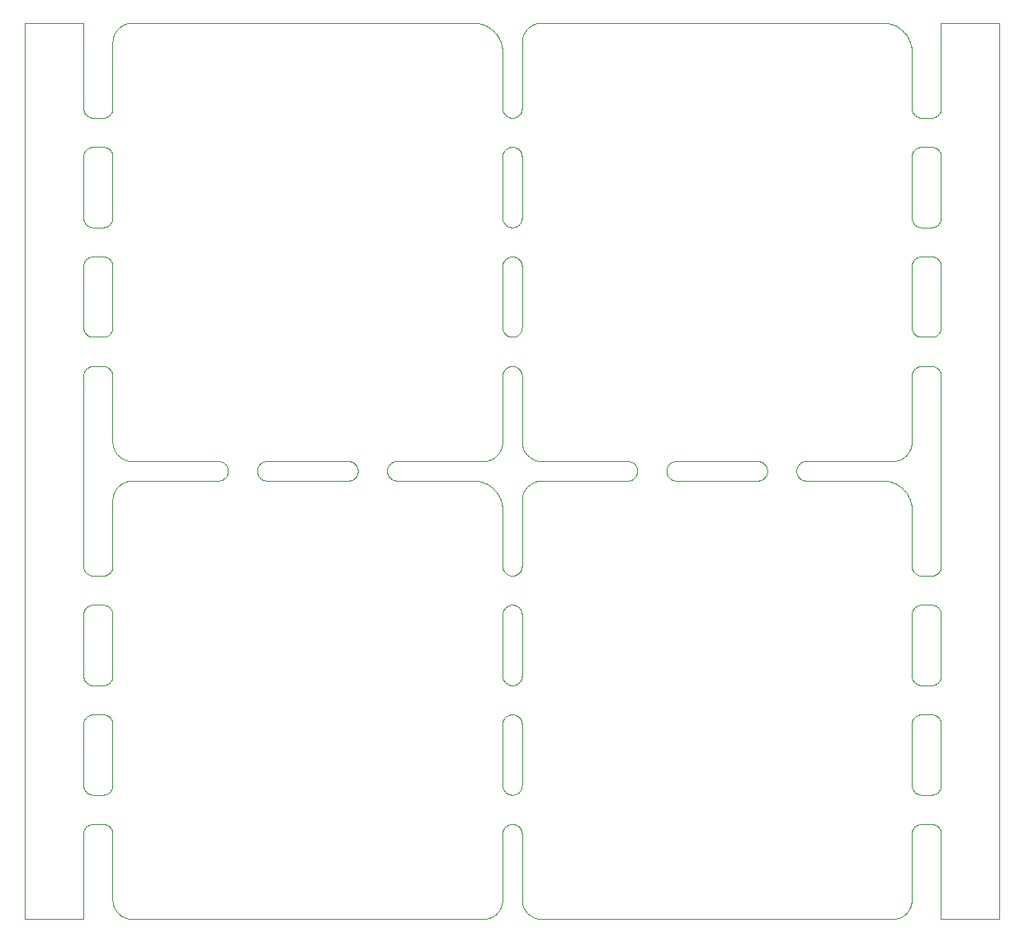
<source format=gbr>
%TF.GenerationSoftware,KiCad,Pcbnew,(6.0.11)*%
%TF.CreationDate,2023-02-14T10:47:05+13:00*%
%TF.ProjectId,stm32_panel,73746d33-325f-4706-916e-656c2e6b6963,rev?*%
%TF.SameCoordinates,Original*%
%TF.FileFunction,Profile,NP*%
%FSLAX46Y46*%
G04 Gerber Fmt 4.6, Leading zero omitted, Abs format (unit mm)*
G04 Created by KiCad (PCBNEW (6.0.11)) date 2023-02-14 10:47:05*
%MOMM*%
%LPD*%
G01*
G04 APERTURE LIST*
%TA.AperFunction,Profile*%
%ADD10C,0.100000*%
%TD*%
G04 APERTURE END LIST*
D10*
X108250549Y-74779671D02*
X108297380Y-74792631D01*
X66000160Y-105006331D02*
X66002246Y-105088634D01*
X24067330Y-58513484D02*
X24088236Y-58586546D01*
X104414690Y-59956250D02*
X104414937Y-59956196D01*
X21004770Y-93357036D02*
X21001195Y-93308576D01*
X21523318Y-71633099D02*
X21481039Y-71609148D01*
X91091304Y-60611144D02*
X91108792Y-60656480D01*
X24706878Y-15474640D02*
X24688044Y-15490808D01*
X23297380Y-82957368D02*
X23250549Y-82970328D01*
X91147641Y-61203138D02*
X91136994Y-61250549D01*
X35176853Y-60057874D02*
X35222188Y-60075362D01*
X64990122Y-50250000D02*
X65009877Y-50250000D01*
X106523318Y-35883099D02*
X106481039Y-35859148D01*
X106400259Y-50444826D02*
X106439987Y-50416847D01*
X108775278Y-24388047D02*
X108743539Y-24424841D01*
X24167270Y-105799991D02*
X24167373Y-105800223D01*
X105907095Y-64260382D02*
X105907034Y-64260136D01*
X105311954Y-106509190D02*
X105312145Y-106509023D01*
X105939017Y-105488964D02*
X105956196Y-105414937D01*
X24765969Y-106573545D02*
X24766168Y-106573703D01*
X80838103Y-61107036D02*
X80834528Y-61058576D01*
X63956196Y-58414937D02*
X63956250Y-58414690D01*
X91161896Y-61107036D02*
X91155948Y-61155262D01*
X81273320Y-60166847D02*
X81314373Y-60140851D01*
X108743539Y-46924841D02*
X108710033Y-46960033D01*
X23859148Y-82518960D02*
X23833152Y-82560012D01*
X23107036Y-50254770D02*
X23155262Y-50260718D01*
X61466753Y-15036829D02*
X61466503Y-15036788D01*
X23710033Y-93960033D02*
X23674841Y-93993539D01*
X63983007Y-64683928D02*
X63967005Y-64558283D01*
X108710033Y-82710033D02*
X108674841Y-82743539D01*
X108957368Y-35297380D02*
X108942125Y-35343519D01*
X21523318Y-47133099D02*
X21481039Y-47109148D01*
X39535952Y-61957368D02*
X39489813Y-61942125D01*
X21439987Y-24583152D02*
X21400259Y-24555173D01*
X66199210Y-16130494D02*
X66199101Y-16130722D01*
X64004770Y-39892963D02*
X64010718Y-39844737D01*
X108998804Y-23808576D02*
X108995229Y-23857036D01*
X109000003Y-15012027D02*
X109000000Y-15012272D01*
X66765969Y-15426453D02*
X66707072Y-15474477D01*
X108957368Y-93547380D02*
X108942125Y-93593519D01*
X63742266Y-58981521D02*
X63742392Y-58981301D01*
X63842518Y-58777181D02*
X63842614Y-58776947D01*
X65805173Y-93849740D02*
X65775278Y-93888047D01*
X67108208Y-106789858D02*
X67130494Y-106800789D01*
X105808557Y-63946319D02*
X105761572Y-63828696D01*
X106140851Y-46768960D02*
X106116900Y-46726681D01*
X68006333Y-107000000D02*
X103993666Y-107000000D01*
X21325158Y-35743539D02*
X21289966Y-35710033D01*
X38928386Y-61433278D02*
X38908695Y-61388855D01*
X62846136Y-15635678D02*
X62845937Y-15635520D01*
X62981301Y-59742392D02*
X62981521Y-59742266D01*
X66002255Y-105088887D02*
X66003512Y-105113677D01*
X63789858Y-58891791D02*
X63800789Y-58869505D01*
X63469261Y-16296773D02*
X63469119Y-16296563D01*
X64256460Y-93924841D02*
X64224721Y-93888047D01*
X21140851Y-24268960D02*
X21116900Y-24226681D01*
X25199776Y-59832626D02*
X25200008Y-59832729D01*
X108805173Y-39400259D02*
X108833152Y-39439987D01*
X63999839Y-105006331D02*
X63999841Y-105006205D01*
X23250549Y-86029671D02*
X23297380Y-86042631D01*
X62189704Y-106990700D02*
X62189957Y-106990678D01*
X65250549Y-47220328D02*
X65203138Y-47230974D01*
X106140851Y-93768960D02*
X106116900Y-93726681D01*
X114999870Y-106991169D02*
X114999918Y-106990681D01*
X25413210Y-59911690D02*
X25413453Y-59911763D01*
X104944299Y-15715719D02*
X104846136Y-15635678D01*
X80928386Y-61433278D02*
X80908695Y-61388855D01*
X39028160Y-61599740D02*
X39000180Y-61560012D01*
X25317138Y-15120483D02*
X25293861Y-15129103D01*
X64075362Y-75361144D02*
X64095053Y-75316721D01*
X49049766Y-61476681D02*
X49025815Y-61518960D01*
X15005558Y-106998877D02*
X15006002Y-106999087D01*
X65009877Y-27750000D02*
X65058576Y-27751195D01*
X65388855Y-35924637D02*
X65343519Y-35942125D01*
X104800223Y-59832626D02*
X104869276Y-59800898D01*
X25200008Y-106832729D02*
X25222818Y-106842518D01*
X108433278Y-86095053D02*
X108476681Y-86116900D01*
X25684924Y-62025256D02*
X25684674Y-62025298D01*
X76988596Y-61989281D02*
X76940370Y-61995229D01*
X66257607Y-16018698D02*
X66245561Y-16040401D01*
X24785998Y-62410950D02*
X24785796Y-62411102D01*
X64001195Y-39941423D02*
X64004770Y-39892963D01*
X24245561Y-58959598D02*
X24257607Y-58981301D01*
X91161896Y-60892963D02*
X91165471Y-60941423D01*
X62513484Y-106932669D02*
X62586546Y-106911763D01*
X109009318Y-15000081D02*
X109008830Y-15000129D01*
X66351643Y-62867831D02*
X66351501Y-62868041D01*
X106289966Y-28039966D02*
X106325158Y-28006460D01*
X106042631Y-46547380D02*
X106029671Y-46500549D01*
X108998804Y-28691423D02*
X109000000Y-28740122D01*
X77543366Y-61710033D02*
X77508174Y-61743539D01*
X23638047Y-74974721D02*
X23674841Y-75006460D01*
X63865830Y-64113847D02*
X63858399Y-64090163D01*
X66088236Y-105586546D02*
X66088309Y-105586789D01*
X64481039Y-27890851D02*
X64523318Y-27866900D01*
X108388855Y-24674637D02*
X108343519Y-24692125D01*
X64224721Y-35638047D02*
X64194826Y-35599740D01*
X105075858Y-15834579D02*
X105075677Y-15834402D01*
X24365823Y-62847458D02*
X24351643Y-62867831D01*
X35508174Y-60256460D02*
X35543366Y-60289966D01*
X63985569Y-64709126D02*
X63985547Y-64708874D01*
X65674841Y-82743539D02*
X65638047Y-82775278D01*
X61006331Y-15000160D02*
X61006205Y-15000158D01*
X114991655Y-15000201D02*
X114991169Y-15000129D01*
X65775278Y-28111952D02*
X65805173Y-28150259D01*
X108476681Y-86116900D02*
X108518960Y-86140851D01*
X61993792Y-106999999D02*
X62006205Y-106999841D01*
X66021462Y-16709711D02*
X66011861Y-16785096D01*
X25222818Y-15157481D02*
X25200008Y-15167270D01*
X52209298Y-60702619D02*
X52224540Y-60656480D01*
X21194826Y-93849740D02*
X21166847Y-93810012D01*
X65388855Y-71674637D02*
X65343519Y-71692125D01*
X67040401Y-62245561D02*
X67018698Y-62257607D01*
X63165597Y-15924322D02*
X63165420Y-15924141D01*
X114993544Y-106999275D02*
X114993997Y-106999087D01*
X66257607Y-105981301D02*
X66257733Y-105981521D01*
X63057686Y-62817301D02*
X63057500Y-62817128D01*
X21000000Y-86990122D02*
X21001195Y-86941423D01*
X108995229Y-86892963D02*
X108998804Y-86941423D01*
X23343519Y-86057874D02*
X23388855Y-86075362D01*
X24245561Y-105959598D02*
X24257607Y-105981301D01*
X66025298Y-63684674D02*
X66025256Y-63684924D01*
X64749450Y-35970328D02*
X64702619Y-35957368D01*
X64095053Y-71183278D02*
X64075362Y-71138855D01*
X63525359Y-59293121D02*
X63525521Y-59292926D01*
X106481039Y-94109148D02*
X106439987Y-94083152D01*
X105956250Y-58414690D02*
X105961246Y-58390376D01*
X38852358Y-61203138D02*
X38844051Y-61155262D01*
X48941944Y-61638047D02*
X48910206Y-61674841D01*
X20991169Y-15000129D02*
X20990681Y-15000081D01*
X24351501Y-106131958D02*
X24351643Y-106132168D01*
X108203138Y-47230974D02*
X108155262Y-47239281D01*
X24000160Y-58006331D02*
X24002246Y-58088634D01*
X24011861Y-63785096D02*
X24011832Y-63785348D01*
X64611144Y-97325362D02*
X64656480Y-97307874D01*
X62444677Y-15371094D02*
X62332411Y-15312451D01*
X67018698Y-106742392D02*
X67040401Y-106754438D01*
X52423127Y-61674841D02*
X52391388Y-61638047D01*
X108433278Y-82904946D02*
X108388855Y-82924637D01*
X24765969Y-15426453D02*
X24707072Y-15474477D01*
X63284117Y-63055506D02*
X63267949Y-63036672D01*
X23833152Y-97689987D02*
X23859148Y-97731039D01*
X90369805Y-60019025D02*
X90417216Y-60029671D01*
X38838103Y-61107036D02*
X38834528Y-61058576D01*
X105292926Y-59525521D02*
X105293121Y-59525359D01*
X65859148Y-97731039D02*
X65883099Y-97773318D01*
X66931493Y-62309682D02*
X66868041Y-62351501D01*
X21166847Y-24310012D02*
X21140851Y-24268960D01*
X23998804Y-86941423D02*
X24000000Y-86990122D01*
X24474640Y-59293121D02*
X24490809Y-59311954D01*
X23980974Y-23953138D02*
X23970328Y-24000549D01*
X63967005Y-64558283D02*
X63966970Y-64558032D01*
X64361952Y-71525278D02*
X64325158Y-71493539D01*
X21010718Y-35155262D02*
X21004770Y-35107036D01*
X65518960Y-39140851D02*
X65560012Y-39166847D01*
X105152541Y-106634176D02*
X105152747Y-106634028D01*
X106057874Y-50906480D02*
X106075362Y-50861144D01*
X24931493Y-15309682D02*
X24868041Y-15351501D01*
X24000160Y-63993668D02*
X24000158Y-63993794D01*
X108942125Y-71093519D02*
X108924637Y-71138855D01*
X63068292Y-106690453D02*
X63068505Y-106690317D01*
X114987727Y-107000000D02*
X114987972Y-106999996D01*
X21075362Y-39611144D02*
X21095053Y-39566721D01*
X66613289Y-106440804D02*
X66631280Y-106457906D01*
X64001195Y-98191423D02*
X64004770Y-98142963D01*
X105935780Y-17384011D02*
X105935726Y-17383763D01*
X21844737Y-71739281D02*
X21796861Y-71730974D01*
X21042631Y-86702619D02*
X21057874Y-86656480D01*
X21990122Y-24750000D02*
X21941423Y-24748804D01*
X65297380Y-97292631D02*
X65343519Y-97307874D01*
X23297380Y-86042631D02*
X23343519Y-86057874D01*
X21656480Y-35942125D02*
X21611144Y-35924637D01*
X25785348Y-106988166D02*
X25810042Y-106990678D01*
X65599740Y-35805173D02*
X65560012Y-35833152D01*
X109009809Y-106999942D02*
X109012027Y-106999996D01*
X91166666Y-60990122D02*
X91166666Y-61009877D01*
X106019025Y-75546861D02*
X106029671Y-75499450D01*
X25222818Y-59842518D02*
X25223052Y-59842614D01*
X77814307Y-61203138D02*
X77803661Y-61250549D01*
X24559195Y-106386710D02*
X24559372Y-106386891D01*
X21000000Y-106987727D02*
X21000000Y-98240122D01*
X21566721Y-24654946D02*
X21523318Y-24633099D01*
X64611144Y-50325362D02*
X64656480Y-50307874D01*
X108250549Y-24720328D02*
X108203138Y-24730974D01*
X21140851Y-82518960D02*
X21116900Y-82476681D01*
X21325158Y-86256460D02*
X21361952Y-86224721D01*
X62776947Y-106842614D02*
X62777181Y-106842518D01*
X103764137Y-62099253D02*
X103763892Y-62099187D01*
X21256460Y-35674841D02*
X21224721Y-35638047D01*
X63940776Y-17408325D02*
X63935780Y-17384011D01*
X105616613Y-16533176D02*
X105552359Y-16424025D01*
X23107036Y-97254770D02*
X23155262Y-97260718D01*
X63698594Y-16690100D02*
X63687662Y-16667814D01*
X62869505Y-59800789D02*
X62891791Y-59789858D01*
X65859148Y-93768960D02*
X65833152Y-93810012D01*
X21361952Y-24525278D02*
X21325158Y-24493539D01*
X21796861Y-39019025D02*
X21844737Y-39010718D01*
X63539098Y-16402743D02*
X63538961Y-16402530D01*
X23904946Y-82433278D02*
X23883099Y-82476681D01*
X105978501Y-58290539D02*
X105978537Y-58290288D01*
X64029671Y-24000549D02*
X64019025Y-23953138D01*
X64892963Y-97254770D02*
X64941423Y-97251195D01*
X64749450Y-27779671D02*
X64796861Y-27769025D01*
X105940776Y-17408325D02*
X105935780Y-17384011D01*
X104290288Y-59978537D02*
X104290539Y-59978501D01*
X108859148Y-46768960D02*
X108833152Y-46810012D01*
X108009877Y-50250000D02*
X108058576Y-50251195D01*
X38863005Y-60749450D02*
X38875965Y-60702619D01*
X65476681Y-82883099D02*
X65433278Y-82904946D01*
X105573703Y-106233831D02*
X105588897Y-106214203D01*
X64702619Y-71707368D02*
X64656480Y-71692125D01*
X24025298Y-105315325D02*
X24038705Y-105390127D01*
X105538961Y-16402530D02*
X105469261Y-16296773D01*
X24868041Y-106648498D02*
X24931494Y-106690317D01*
X65805173Y-71349740D02*
X65775278Y-71388047D01*
X24688045Y-106509190D02*
X24706878Y-106525359D01*
X21289966Y-93960033D02*
X21256460Y-93924841D01*
X65710033Y-71460033D02*
X65674841Y-71493539D01*
X21523318Y-94133099D02*
X21481039Y-94109148D01*
X64325158Y-86256460D02*
X64361952Y-86224721D01*
X25108208Y-15210141D02*
X25107982Y-15210256D01*
X77083882Y-60029671D02*
X77130714Y-60042631D01*
X77832137Y-60941423D02*
X77833333Y-60990122D01*
X105552228Y-63423808D02*
X105539098Y-63402743D01*
X21000000Y-39990122D02*
X21001195Y-39941423D01*
X64892963Y-50254770D02*
X64941423Y-50251195D01*
X66120483Y-16317138D02*
X66120398Y-16317376D01*
X23388855Y-82924637D02*
X23343519Y-82942125D01*
X108155262Y-27760718D02*
X108203138Y-27769025D01*
X65942125Y-97906480D02*
X65957368Y-97952619D01*
X48176543Y-62000000D02*
X39823456Y-62000000D01*
X62513484Y-59932669D02*
X62586546Y-59911763D01*
X25993794Y-59999841D02*
X26006207Y-59999999D01*
X25389286Y-59904181D02*
X25389527Y-59904259D01*
X63214203Y-59588897D02*
X63233831Y-59573703D01*
X21566721Y-27845053D02*
X21611144Y-27825362D01*
X23998804Y-39941423D02*
X24000000Y-39990122D01*
X104869276Y-106800898D02*
X104869505Y-106800789D01*
X104088887Y-106997744D02*
X104113677Y-106996487D01*
X35833333Y-60990122D02*
X35833333Y-61009877D01*
X23957368Y-50952619D02*
X23970328Y-50999450D01*
X108674841Y-46993539D02*
X108638047Y-47025278D01*
X105525359Y-59293121D02*
X105525521Y-59292926D01*
X21702619Y-94207368D02*
X21656480Y-94192125D01*
X106481039Y-39140851D02*
X106523318Y-39116900D01*
X106001195Y-86941423D02*
X106004770Y-86892963D01*
X65904946Y-39566721D02*
X65924637Y-39611144D01*
X106224721Y-50611952D02*
X106256460Y-50575158D01*
X105996470Y-64860716D02*
X105996460Y-64860463D01*
X114995703Y-106998121D02*
X114996097Y-106997829D01*
X21611144Y-39075362D02*
X21656480Y-39057874D01*
X66245561Y-63040401D02*
X66245441Y-63040624D01*
X65970328Y-82250549D02*
X65957368Y-82297380D01*
X66411102Y-106214203D02*
X66426296Y-106233831D01*
X64325158Y-71493539D02*
X64289966Y-71460033D01*
X81444477Y-60075362D02*
X81489813Y-60057874D01*
X65859148Y-82518960D02*
X65833152Y-82560012D01*
X104466603Y-15383261D02*
X104444900Y-15371214D01*
X21166847Y-28189987D02*
X21194826Y-28150259D01*
X105458078Y-106368533D02*
X105509023Y-106312145D01*
X114997829Y-15003902D02*
X114997517Y-15003522D01*
X109000081Y-15009318D02*
X109000057Y-15009809D01*
X108155262Y-47239281D02*
X108107036Y-47245229D01*
X63832626Y-58800223D02*
X63832729Y-58799991D01*
X81823456Y-62000000D02*
X81774756Y-61998804D01*
X65710033Y-93960033D02*
X65674841Y-93993539D01*
X24490808Y-62688044D02*
X24474640Y-62706878D01*
X63999839Y-17993668D02*
X63996470Y-17860716D01*
X20997188Y-15003159D02*
X20996840Y-15002811D01*
X108924637Y-82388855D02*
X108904946Y-82433278D01*
X103910076Y-62141679D02*
X103909836Y-62141600D01*
X66067263Y-16486759D02*
X66061042Y-16510789D01*
X94196338Y-61250549D02*
X94185692Y-61203138D01*
X105698594Y-63690100D02*
X105687662Y-63667814D01*
X64523318Y-74866900D02*
X64566721Y-74845053D01*
X24043749Y-63585309D02*
X24038752Y-63609623D01*
X106702619Y-24707368D02*
X106656480Y-24692125D01*
X65058576Y-47248804D02*
X65009877Y-47250000D01*
X65203138Y-82980974D02*
X65155262Y-82989281D01*
X104309671Y-15301297D02*
X104194578Y-15248415D01*
X64844737Y-86010718D02*
X64892963Y-86004770D01*
X64749450Y-97279671D02*
X64796861Y-97269025D01*
X24785999Y-106589049D02*
X24847252Y-106634028D01*
X108924637Y-75361144D02*
X108942125Y-75406480D01*
X48726679Y-60166847D02*
X48766407Y-60194826D01*
X106566721Y-24654946D02*
X106523318Y-24633099D01*
X108009877Y-27750000D02*
X108058576Y-27751195D01*
X38834528Y-60941423D02*
X38838103Y-60892963D01*
X38844051Y-60844737D02*
X38852358Y-60796861D01*
X25585309Y-106956250D02*
X25609623Y-106961246D01*
X39823456Y-62000000D02*
X39774756Y-61998804D01*
X67810295Y-106990700D02*
X67886069Y-106996471D01*
X64523318Y-50366900D02*
X64566721Y-50345053D01*
X109006917Y-106999440D02*
X109007387Y-106999583D01*
X65942125Y-86656480D02*
X65957368Y-86702619D01*
X64990122Y-97250000D02*
X65009877Y-97250000D01*
X21010718Y-75594737D02*
X21019025Y-75546861D01*
X39158491Y-61743539D02*
X39123299Y-61710033D01*
X104891791Y-106789858D02*
X104892017Y-106789743D01*
X21611144Y-82924637D02*
X21566721Y-82904946D01*
X108942125Y-50906480D02*
X108957368Y-50952619D01*
X24351501Y-59131958D02*
X24351643Y-59132168D01*
X61164326Y-62004796D02*
X61139536Y-62003539D01*
X24365823Y-59152541D02*
X24365971Y-59152747D01*
X66309546Y-106068292D02*
X66309682Y-106068505D01*
X63075677Y-62834402D02*
X63057686Y-62817301D01*
X24000000Y-23759877D02*
X23998804Y-23808576D01*
X25389526Y-62095739D02*
X25389286Y-62095818D01*
X108638047Y-50474721D02*
X108674841Y-50506460D01*
X104444900Y-15371214D02*
X104444677Y-15371094D01*
X106256460Y-93924841D02*
X106224721Y-93888047D01*
X65058576Y-94248804D02*
X65009877Y-94250000D01*
X104891791Y-59789858D02*
X104892017Y-59789743D01*
X21892963Y-71745229D02*
X21844737Y-71739281D01*
X21116900Y-71226681D02*
X21095053Y-71183278D01*
X106256460Y-86325158D02*
X106289966Y-86289966D01*
X24631280Y-106457906D02*
X24631466Y-106458078D01*
X21166847Y-39439987D02*
X21194826Y-39400259D01*
X25389527Y-106904259D02*
X25413210Y-106911690D01*
X24199210Y-16130494D02*
X24199101Y-16130722D01*
X23250549Y-24720328D02*
X23203138Y-24730974D01*
X21004770Y-75642963D02*
X21010718Y-75594737D01*
X64010718Y-98094737D02*
X64019025Y-98046861D01*
X64010718Y-39844737D02*
X64019025Y-39796861D01*
X63687548Y-16667588D02*
X63628905Y-16555322D01*
X63995203Y-64835673D02*
X63995187Y-64835420D01*
X63789743Y-105892017D02*
X63789858Y-105891791D01*
X66490809Y-59311954D02*
X66490976Y-59312145D01*
X109000003Y-106987972D02*
X109000057Y-106990190D01*
X20999440Y-15006917D02*
X20999275Y-15006455D01*
X24542093Y-62631280D02*
X24541921Y-62631465D01*
X66129194Y-63293624D02*
X66129103Y-63293861D01*
X35692482Y-61518960D02*
X35666485Y-61560012D01*
X66095818Y-105610713D02*
X66120398Y-105682623D01*
X104113677Y-59996487D02*
X104113930Y-59996471D01*
X106656480Y-35942125D02*
X106611144Y-35924637D01*
X63911763Y-58586546D02*
X63932669Y-58513484D01*
X23058576Y-50251195D02*
X23107036Y-50254770D01*
X109000057Y-15009809D02*
X109000003Y-15012027D01*
X15007387Y-106999583D02*
X15007863Y-106999702D01*
X90766407Y-60194826D02*
X90804714Y-60224721D01*
X106481039Y-50390851D02*
X106523318Y-50366900D01*
X21656480Y-24692125D02*
X21611144Y-24674637D01*
X23805173Y-39400259D02*
X23833152Y-39439987D01*
X106019025Y-98046861D02*
X106029671Y-97999450D01*
X24296415Y-62952772D02*
X24296284Y-62952989D01*
X80950233Y-61476681D02*
X80928386Y-61433278D01*
X106892963Y-47245229D02*
X106844737Y-47239281D01*
X106116900Y-82476681D02*
X106095053Y-82433278D01*
X21611144Y-47174637D02*
X21566721Y-47154946D01*
X65883099Y-71226681D02*
X65859148Y-71268960D01*
X65250549Y-97279671D02*
X65297380Y-97292631D01*
X103993666Y-60000000D02*
X103993792Y-59999999D01*
X105616738Y-16533396D02*
X105616613Y-16533176D01*
X108674841Y-86256460D02*
X108710033Y-86289966D01*
X64844737Y-24739281D02*
X64796861Y-24730974D01*
X106523318Y-97366900D02*
X106566721Y-97345053D01*
X63690317Y-106068505D02*
X63690453Y-106068292D01*
X20999942Y-106990190D02*
X20999996Y-106987972D01*
X66199101Y-58869276D02*
X66199210Y-58869505D01*
X108710033Y-35710033D02*
X108674841Y-35743539D01*
X106001195Y-75691423D02*
X106004770Y-75642963D01*
X52196338Y-60749450D02*
X52209298Y-60702619D01*
X21057874Y-75406480D02*
X21075362Y-75361144D01*
X21029671Y-97999450D02*
X21042631Y-97952619D01*
X66000000Y-17006333D02*
X66000000Y-23759877D01*
X64656480Y-74807874D02*
X64702619Y-74792631D01*
X64224721Y-71388047D02*
X64194826Y-71349740D01*
X108433278Y-39095053D02*
X108476681Y-39116900D01*
X20993544Y-15000724D02*
X20993082Y-15000559D01*
X80844051Y-61155262D02*
X80838103Y-61107036D01*
X67486759Y-59932735D02*
X67510789Y-59938957D01*
X67130723Y-59800898D02*
X67199776Y-59832626D01*
X109000081Y-106990681D02*
X109000129Y-106991169D01*
X23710033Y-46960033D02*
X23674841Y-46993539D01*
X108433278Y-27845053D02*
X108476681Y-27866900D01*
X23155262Y-35989281D02*
X23107036Y-35995229D01*
X35608611Y-61638047D02*
X35576872Y-61674841D01*
X106000000Y-23759877D02*
X106000000Y-18006333D01*
X21796861Y-27769025D02*
X21844737Y-27760718D01*
X108883099Y-75273318D02*
X108904946Y-75316721D01*
X94185692Y-61203138D02*
X94177384Y-61155262D01*
X23674841Y-46993539D02*
X23638047Y-47025278D01*
X24129104Y-105706138D02*
X24129195Y-105706375D01*
X23599740Y-27944826D02*
X23638047Y-27974721D01*
X21075362Y-50861144D02*
X21095053Y-50816721D01*
X94224540Y-60656480D02*
X94242028Y-60611144D01*
X108942125Y-46593519D02*
X108924637Y-46638855D01*
X25609872Y-15038704D02*
X25609623Y-15038752D01*
X66410950Y-106214000D02*
X66411102Y-106214203D01*
X65980974Y-75546861D02*
X65989281Y-75594737D01*
X23995229Y-39892963D02*
X23998804Y-39941423D01*
X109000297Y-106992136D02*
X109000416Y-106992612D01*
X64019025Y-70953138D02*
X64010718Y-70905262D01*
X63293121Y-59525359D02*
X63311954Y-59509190D01*
X94916117Y-61970328D02*
X94869285Y-61957368D01*
X20990681Y-15000081D02*
X20990190Y-15000057D01*
X66687854Y-106509023D02*
X66688045Y-106509190D01*
X63233831Y-106573703D02*
X63234030Y-106573545D01*
X21481039Y-24609148D02*
X21439987Y-24583152D01*
X63364321Y-16153863D02*
X63284280Y-16055700D01*
X105800789Y-105869505D02*
X105800898Y-105869276D01*
X102993792Y-62000000D02*
X102993666Y-62000000D01*
X21140851Y-35518960D02*
X21116900Y-35476681D01*
X106166847Y-82560012D02*
X106140851Y-82518960D01*
X67130494Y-62199210D02*
X67108208Y-62210141D01*
X24351643Y-59132168D02*
X24365823Y-59152541D01*
X106361952Y-50474721D02*
X106400259Y-50444826D01*
X66766168Y-59573703D02*
X66785796Y-59588897D01*
X35716432Y-60523318D02*
X35738280Y-60566721D01*
X21289966Y-50539966D02*
X21325158Y-50506460D01*
X105963211Y-64533496D02*
X105963170Y-64533246D01*
X65904946Y-46683278D02*
X65883099Y-46726681D01*
X65989281Y-93405262D02*
X65980974Y-93453138D01*
X63940776Y-64408325D02*
X63935780Y-64384011D01*
X63047010Y-59703715D02*
X63047227Y-59703583D01*
X94166666Y-61009877D02*
X94166666Y-60990122D01*
X77832137Y-61058576D02*
X77828563Y-61107036D01*
X62682623Y-59879601D02*
X62682861Y-59879516D01*
X21844737Y-50260718D02*
X21892963Y-50254770D01*
X24952772Y-62296415D02*
X24931707Y-62309545D01*
X108775278Y-28111952D02*
X108805173Y-28150259D01*
X65957368Y-39702619D02*
X65970328Y-39749450D01*
X23957368Y-75452619D02*
X23970328Y-75499450D01*
X63075858Y-62834579D02*
X63075677Y-62834402D01*
X21029671Y-24000549D02*
X21019025Y-23953138D01*
X108518960Y-74890851D02*
X108560012Y-74916847D01*
X64010718Y-46405262D02*
X64004770Y-46357036D01*
X65924637Y-39611144D02*
X65942125Y-39656480D01*
X64749450Y-94220328D02*
X64702619Y-94207368D01*
X15009809Y-15000057D02*
X15009318Y-15000081D01*
X106095053Y-28316721D02*
X106116900Y-28273318D01*
X24043803Y-58414937D02*
X24060982Y-58488964D01*
X103139283Y-62003529D02*
X103006331Y-62000160D01*
X106029671Y-97999450D02*
X106042631Y-97952619D01*
X25018698Y-106742392D02*
X25040401Y-106754438D01*
X21095053Y-71183278D02*
X21075362Y-71138855D01*
X23942125Y-93593519D02*
X23924637Y-93638855D01*
X66088309Y-16413210D02*
X66088236Y-16413453D01*
X21892963Y-94245229D02*
X21844737Y-94239281D01*
X106941423Y-82998804D02*
X106892963Y-82995229D01*
X23805173Y-75150259D02*
X23833152Y-75189987D01*
X66411102Y-62785796D02*
X66410950Y-62785998D01*
X106289966Y-86289966D02*
X106325158Y-86256460D01*
X108805173Y-46849740D02*
X108775278Y-46888047D01*
X105234030Y-106573545D02*
X105292926Y-106525521D01*
X62390127Y-59961294D02*
X62390376Y-59961246D01*
X65107036Y-94245229D02*
X65058576Y-94248804D01*
X23970328Y-50999450D02*
X23980974Y-51046861D01*
X24706878Y-62474640D02*
X24688044Y-62490808D01*
X63974743Y-105315075D02*
X63978501Y-105290539D01*
X65203138Y-27769025D02*
X65250549Y-27779671D01*
X108970328Y-82250549D02*
X108957368Y-82297380D01*
X65203138Y-24730974D02*
X65155262Y-24739281D01*
X114995295Y-15001605D02*
X114994874Y-15001353D01*
X38875965Y-61297380D02*
X38863005Y-61250549D01*
X94491825Y-61743539D02*
X94456633Y-61710033D01*
X104963327Y-62732050D02*
X104944493Y-62715882D01*
X65518960Y-86140851D02*
X65560012Y-86166847D01*
X109000000Y-86990122D02*
X109000000Y-93259877D01*
X65998804Y-28691423D02*
X66000000Y-28740122D01*
X66309545Y-15931707D02*
X66296415Y-15952772D01*
X38863005Y-61250549D02*
X38852358Y-61203138D01*
X21004770Y-23857036D02*
X21001195Y-23808576D01*
X24088236Y-63413453D02*
X24067330Y-63486515D01*
X65970328Y-97999450D02*
X65980974Y-98046861D01*
X64611144Y-47174637D02*
X64566721Y-47154946D01*
X24688045Y-59509190D02*
X24706878Y-59525359D01*
X65942125Y-93593519D02*
X65924637Y-93638855D01*
X23250549Y-82970328D02*
X23203138Y-82980974D01*
X64166847Y-39439987D02*
X64194826Y-39400259D01*
X21439987Y-86166847D02*
X21481039Y-86140851D01*
X25993668Y-15000160D02*
X25911365Y-15002246D01*
X65250549Y-24720328D02*
X65203138Y-24730974D01*
X64566721Y-71654946D02*
X64523318Y-71633099D01*
X66426454Y-106234030D02*
X66474478Y-106292926D01*
X64004770Y-70857036D02*
X64001195Y-70808576D01*
X65883099Y-28273318D02*
X65904946Y-28316721D01*
X108674841Y-93993539D02*
X108638047Y-94025278D01*
X24011861Y-105214903D02*
X24021462Y-105290288D01*
X24009299Y-58189704D02*
X24009321Y-58189957D01*
X76940370Y-60004770D02*
X76988596Y-60010718D01*
X21140851Y-71268960D02*
X21116900Y-71226681D01*
X65674841Y-93993539D02*
X65638047Y-94025278D01*
X21042631Y-71047380D02*
X21029671Y-71000549D01*
X104189704Y-106990700D02*
X104189957Y-106990678D01*
X108674841Y-24493539D02*
X108638047Y-24525278D01*
X21702619Y-82957368D02*
X21656480Y-82942125D01*
X63616613Y-16533176D02*
X63552359Y-16424025D01*
X65743539Y-75075158D02*
X65775278Y-75111952D01*
X65924637Y-46638855D02*
X65904946Y-46683278D01*
X25389286Y-15095818D02*
X25317376Y-15120398D01*
X67886322Y-15003512D02*
X67886069Y-15003528D01*
X65957368Y-28452619D02*
X65970328Y-28499450D01*
X23833152Y-75189987D02*
X23859148Y-75231039D01*
X66365823Y-15847458D02*
X66351643Y-15867831D01*
X21057874Y-71093519D02*
X21042631Y-71047380D01*
X105789858Y-58891791D02*
X105800789Y-58869505D01*
X21075362Y-46638855D02*
X21057874Y-46593519D01*
X105956196Y-105414937D02*
X105956250Y-105414690D01*
X103763892Y-62099187D02*
X103739863Y-62092965D01*
X39823456Y-60000000D02*
X48176543Y-60000000D01*
X64656480Y-35942125D02*
X64611144Y-35924637D01*
X106990122Y-71750000D02*
X106941423Y-71748804D01*
X104959375Y-106754558D02*
X104959598Y-106754438D01*
X62576191Y-62447771D02*
X62575974Y-62447640D01*
X21224721Y-39361952D02*
X21256460Y-39325158D01*
X104171537Y-15238524D02*
X104171303Y-15238427D01*
X108250549Y-39029671D02*
X108297380Y-39042631D01*
X106566721Y-39095053D02*
X106611144Y-39075362D01*
X108388855Y-47174637D02*
X108343519Y-47192125D01*
X65599740Y-24555173D02*
X65560012Y-24583152D01*
X15009809Y-106999942D02*
X15012027Y-106999996D01*
X108297380Y-24707368D02*
X108250549Y-24720328D01*
X21611144Y-97325362D02*
X21656480Y-97307874D01*
X64361952Y-27974721D02*
X64400259Y-27944826D01*
X64702619Y-50292631D02*
X64749450Y-50279671D01*
X65297380Y-71707368D02*
X65250549Y-71720328D01*
X108058576Y-82998804D02*
X108009877Y-83000000D01*
X80838103Y-60892963D02*
X80844051Y-60844737D01*
X23833152Y-86439987D02*
X23859148Y-86481039D01*
X21057874Y-82343519D02*
X21042631Y-82297380D01*
X64439987Y-39166847D02*
X64481039Y-39140851D01*
X21000000Y-35009877D02*
X21000000Y-28740122D01*
X23560012Y-35833152D02*
X23518960Y-35859148D01*
X105999839Y-64993668D02*
X105996470Y-64860716D01*
X64990122Y-74750000D02*
X65009877Y-74750000D01*
X24613289Y-15559195D02*
X24613107Y-15559372D01*
X65155262Y-39010718D02*
X65203138Y-39019025D01*
X35036472Y-61980974D02*
X34988596Y-61989281D01*
X21439987Y-82833152D02*
X21400259Y-82805173D01*
X63698702Y-63690328D02*
X63698594Y-63690100D01*
X61164579Y-62004812D02*
X61164326Y-62004796D01*
X24296284Y-15952989D02*
X24257733Y-16018478D01*
X64075362Y-24138855D02*
X64057874Y-24093519D01*
X108980974Y-39796861D02*
X108989281Y-39844737D01*
X63440627Y-59386891D02*
X63440804Y-59386710D01*
X67293861Y-106870895D02*
X67317138Y-106879516D01*
X15004296Y-15001878D02*
X15003902Y-15002170D01*
X62113677Y-106996487D02*
X62113930Y-106996471D01*
X61466503Y-15036788D02*
X61441967Y-15033029D01*
X21566721Y-86095053D02*
X21611144Y-86075362D01*
X20999870Y-15008830D02*
X20999798Y-15008344D01*
X91091304Y-61388855D02*
X91071613Y-61433278D01*
X66410950Y-15785998D02*
X66365970Y-15847252D01*
X104959598Y-106754438D02*
X104981301Y-106742392D01*
X67199776Y-59832626D02*
X67200008Y-59832729D01*
X104414937Y-59956196D02*
X104488964Y-59939017D01*
X65343519Y-35942125D02*
X65297380Y-35957368D01*
X62332411Y-15312451D02*
X62332185Y-15312337D01*
X63939017Y-58488964D02*
X63956196Y-58414937D01*
X106166847Y-50689987D02*
X106194826Y-50650259D01*
X23743539Y-86325158D02*
X23775278Y-86361952D01*
X24411102Y-106214203D02*
X24426296Y-106233831D01*
X106042631Y-82297380D02*
X106029671Y-82250549D01*
X62214651Y-59988166D02*
X62214903Y-59988138D01*
X23924637Y-46638855D02*
X23904946Y-46683278D01*
X67609623Y-106961246D02*
X67609872Y-106961294D01*
X23203138Y-82980974D02*
X23155262Y-82989281D01*
X23250549Y-39029671D02*
X23297380Y-39042631D01*
X24000000Y-57993792D02*
X24000158Y-58006205D01*
X94963527Y-60019025D02*
X95011403Y-60010718D01*
X66129195Y-58706375D02*
X66157385Y-58776947D01*
X108203138Y-71730974D02*
X108155262Y-71739281D01*
X105440627Y-106386891D02*
X105440804Y-106386710D01*
X105999999Y-65006207D02*
X105999841Y-64993794D01*
X104597256Y-15460901D02*
X104576191Y-15447771D01*
X64611144Y-27825362D02*
X64656480Y-27807874D01*
X65518960Y-27890851D02*
X65560012Y-27916847D01*
X91165471Y-60941423D02*
X91166666Y-60990122D01*
X103315820Y-15016963D02*
X103291125Y-15014452D01*
X23009877Y-36000000D02*
X21990122Y-36000000D01*
X63386710Y-59440804D02*
X63386891Y-59440627D01*
X106566721Y-27845053D02*
X106611144Y-27825362D01*
X109000416Y-15007387D02*
X109000297Y-15007863D01*
X106656480Y-71692125D02*
X106611144Y-71674637D01*
X67108208Y-59789858D02*
X67130494Y-59800789D01*
X62706375Y-59870804D02*
X62776947Y-59842614D01*
X108433278Y-50345053D02*
X108476681Y-50366900D01*
X23155262Y-86010718D02*
X23203138Y-86019025D01*
X63997744Y-58088887D02*
X63997753Y-58088634D01*
X23995229Y-86892963D02*
X23998804Y-86941423D01*
X65743539Y-28075158D02*
X65775278Y-28111952D01*
X108388855Y-35924637D02*
X108343519Y-35942125D01*
X21166847Y-93810012D02*
X21140851Y-93768960D01*
X23058576Y-39001195D02*
X23107036Y-39004770D01*
X65476681Y-24633099D02*
X65433278Y-24654946D01*
X67107982Y-15210256D02*
X67040624Y-15245441D01*
X21289966Y-24460033D02*
X21256460Y-24424841D01*
X90464047Y-60042631D02*
X90510186Y-60057874D01*
X23107036Y-24745229D02*
X23058576Y-24748804D01*
X105742266Y-58981521D02*
X105742392Y-58981301D01*
X35393346Y-60166847D02*
X35433073Y-60194826D01*
X64361952Y-39224721D02*
X64400259Y-39194826D01*
X104315325Y-59974701D02*
X104390127Y-59961294D01*
X66785999Y-59589049D02*
X66847252Y-59634028D01*
X23638047Y-35775278D02*
X23599740Y-35805173D01*
X62414690Y-106956250D02*
X62414937Y-106956196D01*
X106481039Y-71609148D02*
X106439987Y-71583152D01*
X106289966Y-46960033D02*
X106256460Y-46924841D01*
X65058576Y-39001195D02*
X65107036Y-39004770D01*
X67709711Y-59978537D02*
X67785096Y-59988138D01*
X62444900Y-62371214D02*
X62444677Y-62371094D01*
X63509023Y-106312145D02*
X63509190Y-106311954D01*
X106361952Y-74974721D02*
X106400259Y-74944826D01*
X24157385Y-58776947D02*
X24157481Y-58777181D01*
X67810295Y-62009299D02*
X67810042Y-62009321D01*
X108343519Y-27807874D02*
X108388855Y-27825362D01*
X80852358Y-60796861D02*
X80863005Y-60749450D01*
X21941423Y-94248804D02*
X21892963Y-94245229D01*
X21116900Y-28273318D02*
X21140851Y-28231039D01*
X21057874Y-50906480D02*
X21075362Y-50861144D01*
X64361952Y-50474721D02*
X64400259Y-50444826D01*
X23904946Y-24183278D02*
X23883099Y-24226681D01*
X63997753Y-105088634D02*
X63999839Y-105006331D01*
X62194347Y-15248312D02*
X62171537Y-15238524D01*
X65433278Y-27845053D02*
X65476681Y-27866900D01*
X106749450Y-39029671D02*
X106796861Y-39019025D01*
X108998804Y-82058576D02*
X108995229Y-82107036D01*
X21224721Y-82638047D02*
X21194826Y-82599740D01*
X94777811Y-60075362D02*
X94823146Y-60057874D01*
X108924637Y-50861144D02*
X108942125Y-50906480D01*
X66003512Y-16886322D02*
X66002255Y-16911112D01*
X64361952Y-97474721D02*
X64400259Y-97444826D01*
X106702619Y-39042631D02*
X106749450Y-39029671D01*
X64166847Y-71310012D02*
X64140851Y-71268960D01*
X108343519Y-82942125D02*
X108297380Y-82957368D01*
X23859148Y-86481039D02*
X23883099Y-86523318D01*
X108297380Y-82957368D02*
X108250549Y-82970328D01*
X66766168Y-106573703D02*
X66785796Y-106588897D01*
X35576872Y-60325158D02*
X35608611Y-60361952D01*
X63978537Y-105290288D02*
X63988138Y-105214903D01*
X23476681Y-24633099D02*
X23433278Y-24654946D01*
X39630194Y-60019025D02*
X39678070Y-60010718D01*
X21116900Y-82476681D02*
X21095053Y-82433278D01*
X65904946Y-97816721D02*
X65924637Y-97861144D01*
X66167270Y-16200008D02*
X66157481Y-16222818D01*
X104290539Y-106978501D02*
X104315075Y-106974743D01*
X105047227Y-59703583D02*
X105068292Y-59690453D01*
X104214651Y-59988166D02*
X104214903Y-59988138D01*
X21656480Y-94192125D02*
X21611144Y-94174637D01*
X108743539Y-75075158D02*
X108775278Y-75111952D01*
X20995703Y-106998121D02*
X20996097Y-106997829D01*
X108343519Y-94192125D02*
X108297380Y-94207368D01*
X24002246Y-16911365D02*
X24000160Y-16993668D01*
X65155262Y-27760718D02*
X65203138Y-27769025D01*
X109012027Y-15000003D02*
X109009809Y-15000057D01*
X39273320Y-60166847D02*
X39314373Y-60140851D01*
X24847252Y-59634028D02*
X24847458Y-59634176D01*
X25609623Y-62038752D02*
X25585309Y-62043749D01*
X24365823Y-15847458D02*
X24351643Y-15867831D01*
X61591425Y-62059175D02*
X61466753Y-62036829D01*
X105703583Y-106047227D02*
X105703715Y-106047010D01*
X15007863Y-106999702D02*
X15008344Y-106999798D01*
X80908695Y-61388855D02*
X80891207Y-61343519D01*
X21224721Y-97611952D02*
X21256460Y-97575158D01*
X23203138Y-50269025D02*
X23250549Y-50279671D01*
X15000416Y-15007387D02*
X15000297Y-15007863D01*
X67018698Y-15257607D02*
X67018478Y-15257733D01*
X64844737Y-71739281D02*
X64796861Y-71730974D01*
X91165471Y-61058576D02*
X91161896Y-61107036D01*
X25585309Y-59956250D02*
X25609623Y-59961246D01*
X106656480Y-82942125D02*
X106611144Y-82924637D01*
X21001195Y-46308576D02*
X21000000Y-46259877D01*
X105817268Y-16969833D02*
X105808648Y-16946556D01*
X103291125Y-15014452D02*
X103290873Y-15014430D01*
X66952989Y-15296284D02*
X66952772Y-15296415D01*
X63761572Y-16828696D02*
X63761475Y-16828462D01*
X66000158Y-16993794D02*
X66000000Y-17006207D01*
X77433073Y-61805173D02*
X77393346Y-61833152D01*
X80863005Y-60749450D02*
X80875965Y-60702619D01*
X39678070Y-60010718D02*
X39726296Y-60004770D01*
X104030166Y-62182731D02*
X104029928Y-62182646D01*
X61290873Y-15014430D02*
X61164579Y-15004812D01*
X21941423Y-50251195D02*
X21990122Y-50250000D01*
X65518960Y-74890851D02*
X65560012Y-74916847D01*
X48726679Y-61833152D02*
X48685626Y-61859148D01*
X66038705Y-105390127D02*
X66038753Y-105390376D01*
X108638047Y-24525278D02*
X108599740Y-24555173D01*
X108599740Y-74944826D02*
X108638047Y-74974721D01*
X108518960Y-50390851D02*
X108560012Y-50416847D01*
X64844737Y-82989281D02*
X64796861Y-82980974D01*
X63983036Y-64684179D02*
X63983007Y-64683928D01*
X23560012Y-82833152D02*
X23518960Y-82859148D01*
X23805173Y-86400259D02*
X23833152Y-86439987D01*
X105858399Y-17090163D02*
X105858320Y-17089923D01*
X66245561Y-105959598D02*
X66257607Y-105981301D01*
X114999440Y-106993082D02*
X114999583Y-106992612D01*
X23343519Y-94192125D02*
X23297380Y-94207368D01*
X64166847Y-28189987D02*
X64194826Y-28150259D01*
X65297380Y-27792631D02*
X65343519Y-27807874D01*
X21289966Y-46960033D02*
X21256460Y-46924841D01*
X108710033Y-46960033D02*
X108674841Y-46993539D01*
X21095053Y-39566721D02*
X21116900Y-39523318D01*
X67486759Y-15067263D02*
X67486515Y-15067330D01*
X105808648Y-63946556D02*
X105808557Y-63946319D01*
X108433278Y-71654946D02*
X108388855Y-71674637D01*
X24000158Y-58006205D02*
X24000160Y-58006331D01*
X106325158Y-24493539D02*
X106289966Y-24460033D01*
X67018698Y-62257607D02*
X67018478Y-62257733D01*
X64439987Y-86166847D02*
X64481039Y-86140851D01*
X108107036Y-71745229D02*
X108058576Y-71748804D01*
X114993997Y-106999087D02*
X114994441Y-106998877D01*
X64000000Y-75740122D02*
X64000000Y-75740122D01*
X65942125Y-82343519D02*
X65924637Y-82388855D01*
X21166847Y-75189987D02*
X21194826Y-75150259D01*
X68006333Y-60000000D02*
X76843210Y-60000000D01*
X66002246Y-16911365D02*
X66000160Y-16993668D01*
X34988596Y-61989281D02*
X34940370Y-61995229D01*
X21796861Y-86019025D02*
X21844737Y-86010718D01*
X106029671Y-46500549D02*
X106019025Y-46453138D01*
X65859148Y-50731039D02*
X65883099Y-50773318D01*
X105698702Y-16690328D02*
X105698594Y-16690100D01*
X109000724Y-15006455D02*
X109000559Y-15006917D01*
X35775459Y-61343519D02*
X35757971Y-61388855D01*
X106325158Y-35743539D02*
X106289966Y-35710033D01*
X66490976Y-106312145D02*
X66541921Y-106368533D01*
X25018478Y-15257733D02*
X24952989Y-15296284D01*
X108250549Y-82970328D02*
X108203138Y-82980974D01*
X64224721Y-39361952D02*
X64256460Y-39325158D01*
X52166666Y-61009877D02*
X52166666Y-60990122D01*
X104869276Y-59800898D02*
X104869505Y-59800789D01*
X21194826Y-86400259D02*
X21224721Y-86361952D01*
X65805173Y-82599740D02*
X65775278Y-82638047D01*
X24009321Y-58189957D02*
X24011833Y-58214651D01*
X25585309Y-62043749D02*
X25585062Y-62043803D01*
X21019025Y-86796861D02*
X21029671Y-86749450D01*
X52528619Y-60224721D02*
X52566926Y-60194826D01*
X67585309Y-62043749D02*
X67585062Y-62043803D01*
X65989281Y-46405262D02*
X65980974Y-46453138D01*
X24210256Y-63107982D02*
X24210141Y-63108208D01*
X64019025Y-46453138D02*
X64010718Y-46405262D01*
X105634028Y-106152747D02*
X105634176Y-106152541D01*
X106990122Y-94250000D02*
X106990122Y-94250000D01*
X66000000Y-93259877D02*
X65998804Y-93308576D01*
X63698702Y-16690328D02*
X63698594Y-16690100D01*
X63469119Y-63296563D02*
X63454939Y-63276190D01*
X64256460Y-82674841D02*
X64224721Y-82638047D01*
X105047227Y-106703583D02*
X105068292Y-106690453D01*
X106749450Y-82970328D02*
X106702619Y-82957368D01*
X63703715Y-106047010D02*
X63742266Y-105981521D01*
X21566721Y-82904946D02*
X21523318Y-82883099D01*
X106892963Y-97254770D02*
X106941423Y-97251195D01*
X25911365Y-59997753D02*
X25993668Y-59999839D01*
X65476681Y-97366900D02*
X65518960Y-97390851D01*
X24088236Y-16413453D02*
X24067330Y-16486515D01*
X104315325Y-106974701D02*
X104390127Y-106961294D01*
X104029928Y-15182646D02*
X103910076Y-15141679D01*
X66025298Y-16684674D02*
X66025256Y-16684924D01*
X64749450Y-24720328D02*
X64702619Y-24707368D01*
X66490808Y-62688044D02*
X66474640Y-62706878D01*
X106361952Y-94025278D02*
X106325158Y-93993539D01*
X65388855Y-82924637D02*
X65343519Y-82942125D01*
X21004770Y-28642963D02*
X21010718Y-28594737D01*
X105687548Y-63667588D02*
X105628905Y-63555322D01*
X114999087Y-106993997D02*
X114999275Y-106993544D01*
X109005125Y-15001353D02*
X109004704Y-15001605D01*
X106116900Y-39523318D02*
X106140851Y-39481039D01*
X62826106Y-15620174D02*
X62724015Y-15545207D01*
X108009877Y-39000000D02*
X108058576Y-39001195D01*
X106400259Y-74944826D02*
X106439987Y-74916847D01*
X108155262Y-74760718D02*
X108203138Y-74769025D01*
X25293861Y-62129103D02*
X25293624Y-62129194D01*
X106325158Y-93993539D02*
X106289966Y-93960033D01*
X66129104Y-58706138D02*
X66129195Y-58706375D01*
X21361952Y-35775278D02*
X21325158Y-35743539D01*
X24867831Y-106648356D02*
X24868041Y-106648498D01*
X61441716Y-62032994D02*
X61316071Y-62016992D01*
X52777811Y-60075362D02*
X52823146Y-60057874D01*
X23859148Y-35518960D02*
X23833152Y-35560012D01*
X24009299Y-16810295D02*
X24003528Y-16886069D01*
X105800898Y-58869276D02*
X105832626Y-58800223D01*
X24785999Y-59589049D02*
X24847252Y-59634028D01*
X67510789Y-59938957D02*
X67511035Y-59939017D01*
X64439987Y-82833152D02*
X64400259Y-82805173D01*
X105364479Y-16154062D02*
X105364321Y-16153863D01*
X21029671Y-39749450D02*
X21042631Y-39702619D01*
X21990122Y-83000000D02*
X21941423Y-82998804D01*
X24120398Y-58682623D02*
X24120483Y-58682861D01*
X24021497Y-63709460D02*
X24021462Y-63709711D01*
X105935726Y-17383763D02*
X105907095Y-17260382D01*
X67317138Y-62120483D02*
X67293861Y-62129103D01*
X39444477Y-60075362D02*
X39489813Y-60057874D01*
X103466753Y-15036829D02*
X103466503Y-15036788D01*
X109000416Y-106992612D02*
X109000559Y-106993082D01*
X63907095Y-17260382D02*
X63907034Y-17260136D01*
X65995229Y-28642963D02*
X65998804Y-28691423D01*
X106224721Y-39361952D02*
X106256460Y-39325158D01*
X64010718Y-86844737D02*
X64019025Y-86796861D01*
X64004770Y-86892963D02*
X64010718Y-86844737D01*
X105687548Y-16667588D02*
X105628905Y-16555322D01*
X24952989Y-106703715D02*
X25018478Y-106742266D01*
X21140851Y-93768960D02*
X21116900Y-93726681D01*
X63292926Y-106525521D02*
X63293121Y-106525359D01*
X23674841Y-75006460D02*
X23710033Y-75039966D01*
X94391388Y-61638047D02*
X94361493Y-61599740D01*
X61290873Y-62014430D02*
X61164579Y-62004812D01*
X52167862Y-60941423D02*
X52171436Y-60892963D01*
X62171303Y-62238427D02*
X62053680Y-62191442D01*
X81195285Y-61775278D02*
X81158491Y-61743539D01*
X103006331Y-15000160D02*
X103006205Y-15000158D01*
X61441967Y-15033029D02*
X61441716Y-15032994D01*
X108518960Y-82859148D02*
X108476681Y-82883099D01*
X61316071Y-62016992D02*
X61315820Y-62016963D01*
X63552228Y-16423808D02*
X63539098Y-16402743D01*
X63995187Y-64835420D02*
X63985569Y-64709126D01*
X77036472Y-61980974D02*
X76988596Y-61989281D01*
X23476681Y-27866900D02*
X23518960Y-27890851D01*
X66931707Y-15309545D02*
X66931493Y-15309682D01*
X67413210Y-59911690D02*
X67413453Y-59911763D01*
X15006455Y-15000724D02*
X15006002Y-15000912D01*
X77790701Y-60702619D02*
X77803661Y-60749450D01*
X105233831Y-106573703D02*
X105234030Y-106573545D01*
X52566926Y-60194826D02*
X52606653Y-60166847D01*
X64140851Y-75231039D02*
X64166847Y-75189987D01*
X24060981Y-63511035D02*
X24043803Y-63585062D01*
X64019025Y-86796861D02*
X64029671Y-86749450D01*
X20995295Y-106998394D02*
X20995703Y-106998121D01*
X21004770Y-82107036D02*
X21001195Y-82058576D01*
X63754558Y-58959375D02*
X63789743Y-58892017D01*
X65775278Y-75111952D02*
X65805173Y-75150259D01*
X106361952Y-24525278D02*
X106325158Y-24493539D01*
X21566721Y-97345053D02*
X21611144Y-97325362D01*
X23388855Y-97325362D02*
X23433278Y-97345053D01*
X21029671Y-93500549D02*
X21019025Y-93453138D01*
X64095053Y-39566721D02*
X64116900Y-39523318D01*
X67609872Y-15038704D02*
X67609623Y-15038752D01*
X23805173Y-24349740D02*
X23775278Y-24388047D01*
X63458078Y-59368533D02*
X63509023Y-59312145D01*
X62488964Y-106939017D02*
X62489210Y-106938957D01*
X67486759Y-106932735D02*
X67510789Y-106938957D01*
X66009299Y-105189704D02*
X66009321Y-105189957D01*
X109000000Y-106987727D02*
X109000003Y-106987972D01*
X21400259Y-35805173D02*
X21361952Y-35775278D01*
X108297380Y-50292631D02*
X108343519Y-50307874D01*
X105538961Y-63402530D02*
X105469261Y-63296773D01*
X65924637Y-97861144D02*
X65942125Y-97906480D01*
X15000129Y-106991169D02*
X15000201Y-106991655D01*
X67609872Y-62038704D02*
X67609623Y-62038752D01*
X64892963Y-82995229D02*
X64844737Y-82989281D01*
X108638047Y-71525278D02*
X108599740Y-71555173D01*
X64095053Y-46683278D02*
X64075362Y-46638855D01*
X65710033Y-24460033D02*
X65674841Y-24493539D01*
X21042631Y-50952619D02*
X21057874Y-50906480D01*
X81273320Y-61833152D02*
X81233592Y-61805173D01*
X105742392Y-105981301D02*
X105754438Y-105959598D01*
X15002482Y-15003522D02*
X15002170Y-15003902D01*
X105956196Y-58414937D02*
X105956250Y-58414690D01*
X63469119Y-16296563D02*
X63454939Y-16276190D01*
X39058055Y-61638047D02*
X39028160Y-61599740D01*
X24952772Y-59703583D02*
X24952989Y-59703715D01*
X21029671Y-50999450D02*
X21042631Y-50952619D01*
X108859148Y-97731039D02*
X108883099Y-97773318D01*
X108833152Y-24310012D02*
X108805173Y-24349740D01*
X23924637Y-97861144D02*
X23942125Y-97906480D01*
X21029671Y-46500549D02*
X21019025Y-46453138D01*
X108297380Y-86042631D02*
X108343519Y-86057874D01*
X80974184Y-60481039D02*
X81000180Y-60439987D01*
X65980974Y-23953138D02*
X65970328Y-24000549D01*
X106439987Y-24583152D02*
X106400259Y-24555173D01*
X23924637Y-50861144D02*
X23942125Y-50906480D01*
X63703715Y-59047010D02*
X63742266Y-58981521D01*
X63589049Y-59214000D02*
X63634028Y-59152747D01*
X106057874Y-39656480D02*
X106075362Y-39611144D01*
X21656480Y-86057874D02*
X21702619Y-86042631D01*
X24021462Y-58290288D02*
X24021498Y-58290539D01*
X67609623Y-59961246D02*
X67609872Y-59961294D01*
X67130722Y-62199101D02*
X67130494Y-62199210D01*
X103591674Y-62059223D02*
X103591425Y-62059175D01*
X23970328Y-97999450D02*
X23980974Y-98046861D01*
X49091304Y-61388855D02*
X49071613Y-61433278D01*
X64001195Y-35058576D02*
X64000000Y-35009877D01*
X91049766Y-60523318D02*
X91071613Y-60566721D01*
X66025256Y-105315075D02*
X66025298Y-105315325D01*
X24309545Y-15931707D02*
X24296415Y-15952772D01*
X67293624Y-106870804D02*
X67293861Y-106870895D01*
X106166847Y-28189987D02*
X106194826Y-28150259D01*
X90176543Y-62000000D02*
X81823456Y-62000000D01*
X108155262Y-82989281D02*
X108107036Y-82995229D01*
X106990122Y-36000000D02*
X106990122Y-36000000D01*
X64095053Y-82433278D02*
X64075362Y-82388855D01*
X67018478Y-15257733D02*
X66952989Y-15296284D01*
X23942125Y-46593519D02*
X23924637Y-46638855D01*
X105911690Y-58586789D02*
X105911763Y-58586546D01*
X63935726Y-64383763D02*
X63907095Y-64260382D01*
X21116900Y-35476681D02*
X21095053Y-35433278D01*
X108638047Y-39224721D02*
X108674841Y-39256460D01*
X105963170Y-64533246D02*
X105940824Y-64408574D01*
X21892963Y-86004770D02*
X21941423Y-86001195D01*
X48599944Y-61904946D02*
X48555522Y-61924637D01*
X64990122Y-71750000D02*
X64941423Y-71748804D01*
X52963527Y-61980974D02*
X52916117Y-61970328D01*
X104214651Y-106988166D02*
X104214903Y-106988138D01*
X103441716Y-62032994D02*
X103316071Y-62016992D01*
X105932735Y-105513240D02*
X105938957Y-105489210D01*
X52733388Y-60095053D02*
X52777811Y-60075362D01*
X63999999Y-104993792D02*
X64000000Y-104993666D01*
X106194826Y-46849740D02*
X106166847Y-46810012D01*
X108970328Y-46500549D02*
X108957368Y-46547380D01*
X108518960Y-39140851D02*
X108560012Y-39166847D01*
X64325158Y-50506460D02*
X64361952Y-50474721D01*
X67317376Y-106879601D02*
X67389286Y-106904181D01*
X23859148Y-93768960D02*
X23833152Y-93810012D01*
X21656480Y-74807874D02*
X21702619Y-74792631D01*
X62891791Y-59789858D02*
X62892017Y-59789743D01*
X23009877Y-97250000D02*
X23058576Y-97251195D01*
X109004296Y-106998121D02*
X109004704Y-106998394D01*
X49166666Y-61009877D02*
X49166666Y-61009877D01*
X24009321Y-105189957D02*
X24011833Y-105214651D01*
X66785998Y-62410950D02*
X66785796Y-62411102D01*
X63057686Y-15817301D02*
X63057500Y-15817128D01*
X24931494Y-106690317D02*
X24931707Y-106690453D01*
X66868041Y-106648498D02*
X66931494Y-106690317D01*
X66952989Y-62296284D02*
X66952772Y-62296415D01*
X53156789Y-60000000D02*
X61993666Y-60000000D01*
X63907095Y-64260382D02*
X63907034Y-64260136D01*
X106116900Y-50773318D02*
X106140851Y-50731039D01*
X106796861Y-82980974D02*
X106749450Y-82970328D01*
X108998804Y-46308576D02*
X108995229Y-46357036D01*
X64194826Y-82599740D02*
X64166847Y-82560012D01*
X21029671Y-71000549D02*
X21019025Y-70953138D01*
X21095053Y-24183278D02*
X21075362Y-24138855D01*
X63907034Y-64260136D02*
X63900812Y-64236107D01*
X25130722Y-62199101D02*
X25130494Y-62199210D01*
X105997753Y-105088634D02*
X105999839Y-105006331D01*
X66021462Y-58290288D02*
X66021498Y-58290539D01*
X65743539Y-93924841D02*
X65710033Y-93960033D01*
X64224721Y-50611952D02*
X64256460Y-50575158D01*
X65009877Y-71750000D02*
X64990122Y-71750000D01*
X105182698Y-15942313D02*
X105165597Y-15924322D01*
X35130714Y-61957368D02*
X35083882Y-61970328D01*
X15000003Y-15012027D02*
X15000003Y-15012027D01*
X15002170Y-106996097D02*
X15002482Y-106996477D01*
X65970328Y-39749450D02*
X65980974Y-39796861D01*
X63832729Y-105799991D02*
X63842518Y-105777181D01*
X24474640Y-106293121D02*
X24490809Y-106311954D01*
X24199210Y-63130494D02*
X24199101Y-63130722D01*
X64400259Y-47055173D02*
X64361952Y-47025278D01*
X66000000Y-82009877D02*
X65998804Y-82058576D01*
X66002255Y-58088887D02*
X66003512Y-58113677D01*
X66474640Y-106293121D02*
X66490809Y-106311954D01*
X90876700Y-61710033D02*
X90841508Y-61743539D01*
X76891910Y-60001195D02*
X76940370Y-60004770D01*
X80908695Y-60611144D02*
X80928386Y-60566721D01*
X80852358Y-61203138D02*
X80844051Y-61155262D01*
X94185692Y-60796861D02*
X94196338Y-60749450D01*
X65710033Y-50539966D02*
X65743539Y-50575158D01*
X66157384Y-16223052D02*
X66129194Y-16293624D01*
X23859148Y-24268960D02*
X23833152Y-24310012D01*
X21116900Y-39523318D02*
X21140851Y-39481039D01*
X105932669Y-58513484D02*
X105932735Y-58513240D01*
X105687662Y-63667814D02*
X105687548Y-63667588D01*
X114999996Y-106987972D02*
X115000000Y-106987727D01*
X23476681Y-50366900D02*
X23518960Y-50390851D01*
X23009877Y-50250000D02*
X23058576Y-50251195D01*
X66067264Y-58513240D02*
X66067330Y-58513484D01*
X103885909Y-15134097D02*
X103764137Y-15099253D01*
X62959375Y-59754558D02*
X62959598Y-59754438D01*
X109003522Y-106997517D02*
X109003902Y-106997829D01*
X63628785Y-16555099D02*
X63616738Y-16533396D01*
X24309682Y-106068505D02*
X24351501Y-106131958D01*
X64844737Y-27760718D02*
X64892963Y-27754770D01*
X66706878Y-59525359D02*
X66707073Y-59525521D01*
X63312145Y-59509023D02*
X63368533Y-59458078D01*
X21439987Y-39166847D02*
X21481039Y-39140851D01*
X114994441Y-15001122D02*
X114993997Y-15000912D01*
X106796861Y-71730974D02*
X106749450Y-71720328D01*
X23904946Y-39566721D02*
X23924637Y-39611144D01*
X63525521Y-59292926D02*
X63573545Y-59234030D01*
X67684674Y-15025298D02*
X67609872Y-15038704D01*
X62489210Y-59938957D02*
X62513240Y-59932735D01*
X106749450Y-35970328D02*
X106702619Y-35957368D01*
X103909836Y-62141600D02*
X103886152Y-62134169D01*
X65476681Y-39116900D02*
X65518960Y-39140851D01*
X80834528Y-61058576D02*
X80833333Y-61009877D01*
X23107036Y-27754770D02*
X23155262Y-27760718D01*
X104846136Y-15635678D02*
X104845937Y-15635520D01*
X25413453Y-59911763D02*
X25486515Y-59932669D01*
X21656480Y-27807874D02*
X21702619Y-27792631D01*
X21656480Y-50307874D02*
X21702619Y-50292631D01*
X23957368Y-93547380D02*
X23942125Y-93593519D01*
X23995229Y-70857036D02*
X23989281Y-70905262D01*
X106075362Y-39611144D02*
X106095053Y-39566721D01*
X64166847Y-86439987D02*
X64194826Y-86400259D01*
X63165597Y-62924322D02*
X63165420Y-62924141D01*
X108957368Y-39702619D02*
X108970328Y-39749450D01*
X23343519Y-24692125D02*
X23297380Y-24707368D01*
X25293624Y-15129194D02*
X25223052Y-15157384D01*
X62006331Y-106999839D02*
X62088634Y-106997753D01*
X94167862Y-60941423D02*
X94171436Y-60892963D01*
X23203138Y-27769025D02*
X23250549Y-27779671D01*
X65297380Y-39042631D02*
X65343519Y-39057874D01*
X105999841Y-64993794D02*
X105999839Y-64993668D01*
X66043803Y-105414937D02*
X66060982Y-105488964D01*
X38950233Y-61476681D02*
X38928386Y-61433278D01*
X106941423Y-27751195D02*
X106990122Y-27750000D01*
X20999996Y-106987972D02*
X21000000Y-106987727D01*
X105165597Y-62924322D02*
X105165420Y-62924141D01*
X35471380Y-60224721D02*
X35508174Y-60256460D01*
X25585062Y-62043803D02*
X25511035Y-62060981D01*
X23009877Y-86000000D02*
X23009877Y-86000000D01*
X21000000Y-70759877D02*
X21000000Y-51240122D01*
X108998804Y-75691423D02*
X109000000Y-75740122D01*
X64000000Y-82009877D02*
X64000000Y-75740122D01*
X106361952Y-47025278D02*
X106325158Y-46993539D01*
X24021497Y-16709460D02*
X24021462Y-16709711D01*
X64990122Y-24750000D02*
X64941423Y-24748804D01*
X21702619Y-50292631D02*
X21749450Y-50279671D01*
X106892963Y-74754770D02*
X106941423Y-74751195D01*
X108883099Y-97773318D02*
X108904946Y-97816721D01*
X21325158Y-46993539D02*
X21289966Y-46960033D01*
X106042631Y-35297380D02*
X106029671Y-35250549D01*
X23989281Y-86844737D02*
X23995229Y-86892963D01*
X38838103Y-60892963D02*
X38844051Y-60844737D01*
X24060982Y-105488964D02*
X24061042Y-105489210D01*
X21194826Y-97650259D02*
X21224721Y-97611952D01*
X106001195Y-23808576D02*
X106000000Y-23759877D01*
X90766407Y-61805173D02*
X90726679Y-61833152D01*
X63509190Y-59311954D02*
X63525359Y-59293121D01*
X81774756Y-60001195D02*
X81823456Y-60000000D01*
X39489813Y-61942125D02*
X39444477Y-61924637D01*
X66867831Y-106648356D02*
X66868041Y-106648498D01*
X106256460Y-50575158D02*
X106289966Y-50539966D01*
X106042631Y-93547380D02*
X106029671Y-93500549D01*
X52167862Y-61058576D02*
X52166666Y-61009877D01*
X64749450Y-47220328D02*
X64702619Y-47207368D01*
X106140851Y-28231039D02*
X106166847Y-28189987D01*
X66351501Y-62868041D02*
X66309682Y-62931493D01*
X106523318Y-47133099D02*
X106481039Y-47109148D01*
X25609623Y-15038752D02*
X25585309Y-15043749D01*
X61315820Y-62016963D02*
X61291125Y-62014452D01*
X66060981Y-16511035D02*
X66043803Y-16585062D01*
X23743539Y-46924841D02*
X23710033Y-46960033D01*
X21400259Y-74944826D02*
X21439987Y-74916847D01*
X81000180Y-60439987D02*
X81028160Y-60400259D01*
X106166847Y-93810012D02*
X106140851Y-93768960D01*
X106019025Y-28546861D02*
X106029671Y-28499450D01*
X106001195Y-98191423D02*
X106004770Y-98142963D01*
X35266611Y-61904946D02*
X35222188Y-61924637D01*
X21256460Y-46924841D02*
X21224721Y-46888047D01*
X65989281Y-35155262D02*
X65980974Y-35203138D01*
X106001195Y-82058576D02*
X106000000Y-82009877D01*
X62610472Y-106904259D02*
X62610713Y-106904181D01*
X63904181Y-105610713D02*
X63904259Y-105610472D01*
X66021462Y-105290288D02*
X66021498Y-105290539D01*
X114992612Y-15000416D02*
X114992136Y-15000297D01*
X21075362Y-97861144D02*
X21095053Y-97816721D01*
X66296284Y-62952989D02*
X66257733Y-63018478D01*
X114990190Y-106999942D02*
X114990681Y-106999918D01*
X65674841Y-46993539D02*
X65638047Y-47025278D01*
X63995203Y-64835673D02*
X63995203Y-64835673D01*
X25130494Y-59800789D02*
X25130723Y-59800898D01*
X106892963Y-71745229D02*
X106844737Y-71739281D01*
X64325158Y-97506460D02*
X64361952Y-97474721D01*
X63386710Y-106440804D02*
X63386891Y-106440627D01*
X67585062Y-106956196D02*
X67585309Y-106956250D01*
X104315075Y-59974743D02*
X104315325Y-59974701D01*
X63754438Y-58959598D02*
X63754558Y-58959375D01*
X64042631Y-50952619D02*
X64057874Y-50906480D01*
X114993082Y-15000559D02*
X114992612Y-15000416D01*
X24559372Y-15613107D02*
X24559195Y-15613289D01*
X66411102Y-59214203D02*
X66426296Y-59233831D01*
X64019025Y-82203138D02*
X64010718Y-82155262D01*
X66011832Y-16785348D02*
X66009321Y-16810042D01*
X21656480Y-71692125D02*
X21611144Y-71674637D01*
X63800898Y-58869276D02*
X63832626Y-58800223D01*
X61764137Y-15099253D02*
X61763892Y-15099187D01*
X24002255Y-63911112D02*
X24002246Y-63911365D01*
X38833333Y-61009877D02*
X38833333Y-60990122D01*
X23433278Y-47154946D02*
X23388855Y-47174637D01*
X66365971Y-106152747D02*
X66410950Y-106214000D01*
X114999583Y-106992612D02*
X114999702Y-106992136D01*
X21523318Y-39116900D02*
X21566721Y-39095053D01*
X24952772Y-106703583D02*
X24952989Y-106703715D01*
X66541921Y-59368533D02*
X66542093Y-59368719D01*
X21075362Y-86611144D02*
X21095053Y-86566721D01*
X108107036Y-35995229D02*
X108058576Y-35998804D01*
X63454792Y-63275984D02*
X63379825Y-63173893D01*
X90464047Y-61957368D02*
X90417216Y-61970328D01*
X104029928Y-62182646D02*
X103910076Y-62141679D01*
X20998121Y-15004296D02*
X20997829Y-15003902D01*
X66043803Y-58414937D02*
X66060982Y-58488964D01*
X62891791Y-106789858D02*
X62892017Y-106789743D01*
X23009877Y-24750000D02*
X21990122Y-24750000D01*
X105907095Y-17260382D02*
X105907034Y-17260136D01*
X108805173Y-71349740D02*
X108775278Y-71388047D01*
X20996840Y-106997188D02*
X20997188Y-106996840D01*
X66868041Y-15351501D02*
X66867831Y-15351643D01*
X21224721Y-28111952D02*
X21256460Y-28075158D01*
X105284117Y-63055506D02*
X105267949Y-63036672D01*
X24003528Y-105113930D02*
X24009299Y-105189704D01*
X106057874Y-46593519D02*
X106042631Y-46547380D01*
X23989281Y-98094737D02*
X23995229Y-98142963D01*
X94361493Y-61599740D02*
X94333514Y-61560012D01*
X108883099Y-82476681D02*
X108859148Y-82518960D01*
X108560012Y-71583152D02*
X108518960Y-71609148D01*
X105292926Y-106525521D02*
X105293121Y-106525359D01*
X64075362Y-46638855D02*
X64057874Y-46593519D01*
X23995229Y-98142963D02*
X23998804Y-98191423D01*
X21523318Y-86116900D02*
X21566721Y-86095053D01*
X23743539Y-82674841D02*
X23710033Y-82710033D01*
X65674841Y-97506460D02*
X65710033Y-97539966D01*
X65859148Y-86481039D02*
X65883099Y-86523318D01*
X25585062Y-59956196D02*
X25585309Y-59956250D01*
X21400259Y-86194826D02*
X21439987Y-86166847D01*
X64001195Y-86941423D02*
X64004770Y-86892963D01*
X106990122Y-50250000D02*
X108009877Y-50250000D01*
X108107036Y-74754770D02*
X108155262Y-74760718D01*
X108433278Y-97345053D02*
X108476681Y-97366900D01*
X21000000Y-23759877D02*
X21000000Y-15012272D01*
X21194826Y-46849740D02*
X21166847Y-46810012D01*
X76843210Y-60000000D02*
X76891910Y-60001195D01*
X62723809Y-62545060D02*
X62703436Y-62530880D01*
X65638047Y-35775278D02*
X65599740Y-35805173D01*
X62214903Y-106988138D02*
X62290288Y-106978537D01*
X108883099Y-35476681D02*
X108859148Y-35518960D01*
X24000000Y-104993666D02*
X24000000Y-104993792D01*
X23970328Y-35250549D02*
X23957368Y-35297380D01*
X106844737Y-39010718D02*
X106892963Y-39004770D01*
X106400259Y-82805173D02*
X106361952Y-82775278D01*
X104053443Y-62191351D02*
X104030166Y-62182731D01*
X109001353Y-106994874D02*
X109001605Y-106995295D01*
X66296284Y-15952989D02*
X66257733Y-16018478D01*
X62981301Y-106742392D02*
X62981521Y-106742266D01*
X67199776Y-15167373D02*
X67130722Y-15199101D01*
X67709711Y-106978537D02*
X67785096Y-106988138D01*
X15006455Y-106999275D02*
X15006917Y-106999440D01*
X66847252Y-59634028D02*
X66847458Y-59634176D01*
X20998877Y-15005558D02*
X20998646Y-15005125D01*
X23775278Y-24388047D02*
X23743539Y-24424841D01*
X91071613Y-60566721D02*
X91091304Y-60611144D01*
X64702619Y-97292631D02*
X64749450Y-97279671D01*
X105817353Y-63970071D02*
X105817268Y-63969833D01*
X35666485Y-60439987D02*
X35692482Y-60481039D01*
X62171537Y-62238524D02*
X62171303Y-62238427D01*
X108433278Y-35904946D02*
X108388855Y-35924637D01*
X106656480Y-39057874D02*
X106702619Y-39042631D01*
X106611144Y-86075362D02*
X106656480Y-86057874D01*
X63068292Y-59690453D02*
X63068505Y-59690317D01*
X106095053Y-46683278D02*
X106075362Y-46638855D01*
X65107036Y-27754770D02*
X65155262Y-27760718D01*
X24351501Y-15868041D02*
X24309682Y-15931493D01*
X24025256Y-63684924D02*
X24021497Y-63709460D01*
X23833152Y-28189987D02*
X23859148Y-28231039D01*
X15012027Y-106999996D02*
X15012272Y-107000000D01*
X63966970Y-17558032D02*
X63963211Y-17533496D01*
X106019025Y-51046861D02*
X106029671Y-50999450D01*
X21844737Y-82989281D02*
X21796861Y-82980974D01*
X80833333Y-61009877D02*
X80833333Y-60990122D01*
X23833152Y-71310012D02*
X23805173Y-71349740D01*
X24003528Y-16886069D02*
X24003512Y-16886322D01*
X65058576Y-50251195D02*
X65107036Y-50254770D01*
X24541921Y-59368533D02*
X24542093Y-59368719D01*
X103315820Y-62016963D02*
X103291125Y-62014452D01*
X63047227Y-59703583D02*
X63068292Y-59690453D01*
X66095818Y-63389286D02*
X66095739Y-63389526D01*
X24410950Y-62785998D02*
X24365970Y-62847252D01*
X21325158Y-82743539D02*
X21289966Y-82710033D01*
X102993666Y-15000000D02*
X68006333Y-15000000D01*
X63075858Y-15834579D02*
X63075677Y-15834402D01*
X65833152Y-50689987D02*
X65859148Y-50731039D01*
X24000160Y-16993668D02*
X24000158Y-16993794D01*
X67413210Y-62088309D02*
X67389526Y-62095739D01*
X24952989Y-62296284D02*
X24952772Y-62296415D01*
X81535952Y-61957368D02*
X81489813Y-61942125D01*
X23476681Y-39116900D02*
X23518960Y-39140851D01*
X23388855Y-50325362D02*
X23433278Y-50345053D01*
X77310014Y-61883099D02*
X77266611Y-61904946D01*
X21611144Y-94174637D02*
X21566721Y-94154946D01*
X108883099Y-46726681D02*
X108859148Y-46768960D01*
X64095053Y-35433278D02*
X64075362Y-35388855D01*
X23904946Y-75316721D02*
X23924637Y-75361144D01*
X77608611Y-60361952D02*
X77638506Y-60400259D01*
X23638047Y-27974721D02*
X23674841Y-28006460D01*
X108970328Y-28499450D02*
X108980974Y-28546861D01*
X21029671Y-86749450D02*
X21042631Y-86702619D01*
X109000000Y-39990122D02*
X109000000Y-46259877D01*
X106010718Y-28594737D02*
X106019025Y-28546861D01*
X65058576Y-35998804D02*
X65009877Y-36000000D01*
X67585309Y-59956250D02*
X67609623Y-59961246D01*
X24559195Y-15613289D02*
X24542093Y-15631280D01*
X66129104Y-105706138D02*
X66129195Y-105706375D01*
X106796861Y-47230974D02*
X106749450Y-47220328D01*
X21010718Y-93405262D02*
X21004770Y-93357036D01*
X23058576Y-35998804D02*
X23009877Y-36000000D01*
X66011833Y-58214651D02*
X66011861Y-58214903D01*
X21019025Y-93453138D02*
X21010718Y-93405262D01*
X25511035Y-62060981D02*
X25510789Y-62061042D01*
X105469119Y-63296563D02*
X105454939Y-63276190D01*
X105751584Y-63805421D02*
X105698702Y-63690328D01*
X62444677Y-62371094D02*
X62332411Y-62312451D01*
X108998804Y-39941423D02*
X109000000Y-39990122D01*
X108995229Y-75642963D02*
X108998804Y-75691423D01*
X106749450Y-86029671D02*
X106796861Y-86019025D01*
X109001353Y-15005125D02*
X109001122Y-15005558D01*
X108775278Y-93888047D02*
X108743539Y-93924841D01*
X62799991Y-106832729D02*
X62800223Y-106832626D01*
X109000000Y-23759877D02*
X108998804Y-23808576D01*
X66426453Y-62765969D02*
X66426296Y-62766167D01*
X63589049Y-106214000D02*
X63634028Y-106152747D01*
X35757971Y-60611144D02*
X35775459Y-60656480D01*
X105961294Y-58390127D02*
X105974701Y-58315325D01*
X48841508Y-61743539D02*
X48804714Y-61775278D01*
X105068505Y-59690317D02*
X105131958Y-59648498D01*
X66245561Y-16040401D02*
X66245441Y-16040624D01*
X24000000Y-46259877D02*
X23998804Y-46308576D01*
X64194826Y-71349740D02*
X64166847Y-71310012D01*
X24613289Y-59440804D02*
X24631280Y-59457906D01*
X61291125Y-62014452D02*
X61290873Y-62014430D01*
X62030166Y-62182731D02*
X62029928Y-62182646D01*
X105996460Y-64860463D02*
X105995203Y-64835673D01*
X108859148Y-24268960D02*
X108833152Y-24310012D01*
X66952772Y-62296415D02*
X66931707Y-62309545D01*
X94528619Y-61775278D02*
X94491825Y-61743539D01*
X52242028Y-60611144D02*
X52261719Y-60566721D01*
X66351643Y-106132168D02*
X66365823Y-106152541D01*
X108518960Y-27890851D02*
X108560012Y-27916847D01*
X21004770Y-86892963D02*
X21010718Y-86844737D01*
X94689985Y-60116900D02*
X94733388Y-60095053D01*
X25107982Y-15210256D02*
X25040624Y-15245441D01*
X94777811Y-61924637D02*
X94733388Y-61904946D01*
X63999841Y-17993794D02*
X63999839Y-17993668D01*
X67911112Y-106997744D02*
X67911365Y-106997753D01*
X64140851Y-39481039D02*
X64166847Y-39439987D01*
X67293861Y-62129103D02*
X67293624Y-62129194D01*
X23518960Y-47109148D02*
X23476681Y-47133099D01*
X21566721Y-71654946D02*
X21523318Y-71633099D01*
X65058576Y-74751195D02*
X65107036Y-74754770D01*
X63284280Y-63055700D02*
X63284117Y-63055506D01*
X106019025Y-93453138D02*
X106010718Y-93405262D01*
X66613108Y-106440627D02*
X66613289Y-106440804D01*
X24009321Y-63810042D02*
X24009299Y-63810295D01*
X62290288Y-59978537D02*
X62290539Y-59978501D01*
X39678070Y-61989281D02*
X39630194Y-61980974D01*
X48841508Y-60256460D02*
X48876700Y-60289966D01*
X108250549Y-35970328D02*
X108203138Y-35980974D01*
X108995229Y-46357036D02*
X108989281Y-46405262D01*
X67107982Y-59789743D02*
X67108208Y-59789858D01*
X25317376Y-62120398D02*
X25317138Y-62120483D01*
X63131958Y-59648498D02*
X63132168Y-59648356D01*
X105539098Y-63402743D02*
X105538961Y-63402530D01*
X65957368Y-86702619D02*
X65970328Y-86749450D01*
X24011832Y-16785348D02*
X24009321Y-16810042D01*
X63690453Y-106068292D02*
X63703583Y-106047227D01*
X108599740Y-97444826D02*
X108638047Y-97474721D01*
X24296416Y-59047227D02*
X24309546Y-59068292D01*
X66120483Y-105682861D02*
X66129104Y-105706138D01*
X104113930Y-59996471D02*
X104189704Y-59990700D01*
X23743539Y-50575158D02*
X23775278Y-50611952D01*
X23297380Y-24707368D02*
X23250549Y-24720328D01*
X105364321Y-63153863D02*
X105284280Y-63055700D01*
X24474478Y-106292926D02*
X24474640Y-106293121D01*
X35543366Y-60289966D02*
X35576872Y-60325158D01*
X108805173Y-82599740D02*
X108775278Y-82638047D01*
X21029671Y-35250549D02*
X21019025Y-35203138D01*
X62466603Y-62383261D02*
X62444900Y-62371214D01*
X24365970Y-15847252D02*
X24365823Y-15847458D01*
X65970328Y-50999450D02*
X65980974Y-51046861D01*
X105935726Y-64383763D02*
X105907095Y-64260382D01*
X65980974Y-51046861D02*
X65989281Y-51094737D01*
X105234030Y-59573545D02*
X105292926Y-59525521D01*
X106194826Y-97650259D02*
X106224721Y-97611952D01*
X106796861Y-50269025D02*
X106844737Y-50260718D01*
X104981521Y-106742266D02*
X105047010Y-106703715D01*
X24000000Y-104993792D02*
X24000158Y-105006205D01*
X108924637Y-93638855D02*
X108904946Y-93683278D01*
X108957368Y-86702619D02*
X108970328Y-86749450D01*
X66011832Y-63785348D02*
X66009321Y-63810042D01*
X23476681Y-71633099D02*
X23433278Y-71654946D01*
X77352293Y-61859148D02*
X77310014Y-61883099D01*
X64000000Y-35009877D02*
X64000000Y-28740122D01*
X108107036Y-86004770D02*
X108155262Y-86010718D01*
X108343519Y-86057874D02*
X108388855Y-86075362D01*
X21439987Y-71583152D02*
X21400259Y-71555173D01*
X66000000Y-23759877D02*
X65998804Y-23808576D01*
X65833152Y-71310012D02*
X65805173Y-71349740D01*
X105751687Y-63805652D02*
X105751584Y-63805421D01*
X105458078Y-59368533D02*
X105509023Y-59312145D01*
X104006205Y-106999841D02*
X104006331Y-106999839D01*
X64289966Y-50539966D02*
X64325158Y-50506460D01*
X24011861Y-58214903D02*
X24021462Y-58290288D01*
X64656480Y-47192125D02*
X64611144Y-47174637D01*
X25018698Y-15257607D02*
X25018478Y-15257733D01*
X65599740Y-74944826D02*
X65638047Y-74974721D01*
X109000297Y-15007863D02*
X109000201Y-15008344D01*
X106400259Y-71555173D02*
X106361952Y-71525278D01*
X63628785Y-63555099D02*
X63616738Y-63533396D01*
X35828563Y-60892963D02*
X35832137Y-60941423D01*
X66011861Y-105214903D02*
X66021462Y-105290288D01*
X62053680Y-62191442D02*
X62053443Y-62191351D01*
X23883099Y-93726681D02*
X23859148Y-93768960D01*
X66351643Y-59132168D02*
X66365823Y-59152541D01*
X64166847Y-50689987D02*
X64194826Y-50650259D01*
X90643348Y-61883099D02*
X90599944Y-61904946D01*
X67389286Y-59904181D02*
X67389527Y-59904259D01*
X114994441Y-106998877D02*
X114994874Y-106998646D01*
X24613107Y-15559372D02*
X24559372Y-15613107D01*
X114987727Y-15000000D02*
X109012272Y-15000000D01*
X106194826Y-75150259D02*
X106224721Y-75111952D01*
X64000000Y-39990122D02*
X64001195Y-39941423D01*
X63068505Y-106690317D02*
X63131958Y-106648498D01*
X66474640Y-15706878D02*
X66474477Y-15707072D01*
X21941423Y-71748804D02*
X21892963Y-71745229D01*
X81028160Y-61599740D02*
X81000180Y-61560012D01*
X105961246Y-105390376D02*
X105961294Y-105390127D01*
X108995229Y-82107036D02*
X108989281Y-82155262D01*
X21010718Y-86844737D02*
X21019025Y-86796861D01*
X65980974Y-28546861D02*
X65989281Y-28594737D01*
X21000000Y-46259877D02*
X21000000Y-39990122D01*
X108924637Y-71138855D02*
X108904946Y-71183278D01*
X64611144Y-35924637D02*
X64566721Y-35904946D01*
X104575974Y-62447640D02*
X104466823Y-62383386D01*
X106019025Y-86796861D02*
X106029671Y-86749450D01*
X15012272Y-15000000D02*
X15012027Y-15000003D01*
X21004770Y-35107036D02*
X21001195Y-35058576D01*
X106656480Y-47192125D02*
X106611144Y-47174637D01*
X109000912Y-106993997D02*
X109001122Y-106994441D01*
X104171303Y-15238427D02*
X104053680Y-15191442D01*
X65203138Y-39019025D02*
X65250549Y-39029671D01*
X106166847Y-39439987D02*
X106194826Y-39400259D01*
X66309545Y-62931707D02*
X66296415Y-62952772D01*
X90841508Y-60256460D02*
X90876700Y-60289966D01*
X23599740Y-71555173D02*
X23560012Y-71583152D01*
X21019025Y-35203138D02*
X21010718Y-35155262D01*
X77638506Y-61599740D02*
X77608611Y-61638047D01*
X106439987Y-74916847D02*
X106481039Y-74890851D01*
X105978501Y-105290539D02*
X105978537Y-105290288D01*
X24088309Y-105586789D02*
X24095740Y-105610472D01*
X23638047Y-97474721D02*
X23674841Y-97506460D01*
X65833152Y-97689987D02*
X65859148Y-97731039D01*
X24000000Y-51240122D02*
X24000000Y-57993666D01*
X63935780Y-64384011D02*
X63935726Y-64383763D01*
X108560012Y-74916847D02*
X108599740Y-74944826D01*
X23833152Y-24310012D02*
X23805173Y-24349740D01*
X24541921Y-62631465D02*
X24490976Y-62687854D01*
X66688044Y-62490808D02*
X66687854Y-62490976D01*
X21000000Y-51240122D02*
X21001195Y-51191423D01*
X66025256Y-58315075D02*
X66025298Y-58315325D01*
X105267781Y-16036482D02*
X105182871Y-15942499D01*
X23957368Y-28452619D02*
X23970328Y-28499450D01*
X106611144Y-27825362D02*
X106656480Y-27807874D01*
X64000000Y-18006333D02*
X63999999Y-18006207D01*
X23297380Y-71707368D02*
X23250549Y-71720328D01*
X66257607Y-63018698D02*
X66245561Y-63040401D01*
X25486515Y-15067330D02*
X25413453Y-15088236D01*
X106140851Y-24268960D02*
X106116900Y-24226681D01*
X105690453Y-59068292D02*
X105703583Y-59047227D01*
X94689985Y-61883099D02*
X94647706Y-61859148D01*
X21289966Y-86289966D02*
X21325158Y-86256460D01*
X62290539Y-59978501D02*
X62315075Y-59974743D01*
X108250549Y-47220328D02*
X108203138Y-47230974D01*
X109000000Y-28740122D02*
X109000000Y-35009877D01*
X104030166Y-15182731D02*
X104029928Y-15182646D01*
X65998804Y-23808576D02*
X65995229Y-23857036D01*
X35543366Y-61710033D02*
X35508174Y-61743539D01*
X106941423Y-24748804D02*
X106892963Y-24745229D01*
X66365823Y-106152541D02*
X66365971Y-106152747D01*
X62113677Y-59996487D02*
X62113930Y-59996471D01*
X106224721Y-93888047D02*
X106194826Y-93849740D01*
X104315075Y-106974743D02*
X104315325Y-106974701D01*
X64749450Y-39029671D02*
X64796861Y-39019025D01*
X65560012Y-94083152D02*
X65518960Y-94109148D01*
X52869285Y-61957368D02*
X52823146Y-61942125D01*
X20999440Y-106993082D02*
X20999583Y-106992612D01*
X35803661Y-61250549D02*
X35790701Y-61297380D01*
X63364321Y-63153863D02*
X63284280Y-63055700D01*
X66952772Y-59703583D02*
X66952989Y-59703715D01*
X105907034Y-64260136D02*
X105900812Y-64236107D01*
X65476681Y-71633099D02*
X65433278Y-71654946D01*
X63832729Y-58799991D02*
X63842518Y-58777181D01*
X61763892Y-15099187D02*
X61739863Y-15092965D01*
X25223052Y-106842614D02*
X25293624Y-106870804D01*
X81123299Y-61710033D02*
X81089793Y-61674841D01*
X64140851Y-46768960D02*
X64116900Y-46726681D01*
X108980974Y-86796861D02*
X108989281Y-86844737D01*
X23250549Y-74779671D02*
X23297380Y-74792631D01*
X20997829Y-15003902D02*
X20997517Y-15003522D01*
X24025256Y-105315075D02*
X24025298Y-105315325D01*
X63165420Y-62924141D02*
X63075858Y-62834579D01*
X108989281Y-28594737D02*
X108995229Y-28642963D01*
X64116900Y-71226681D02*
X64095053Y-71183278D01*
X23674841Y-97506460D02*
X23710033Y-97539966D01*
X21001195Y-35058576D02*
X21000000Y-35009877D01*
X64256460Y-86325158D02*
X64289966Y-86289966D01*
X15000000Y-106987727D02*
X15000003Y-106987972D01*
X21523318Y-24633099D02*
X21481039Y-24609148D01*
X24613289Y-106440804D02*
X24631280Y-106457906D01*
X66631465Y-62541921D02*
X66631280Y-62542093D01*
X63938957Y-105489210D02*
X63939017Y-105488964D01*
X106042631Y-71047380D02*
X106029671Y-71000549D01*
X77822615Y-61155262D02*
X77814307Y-61203138D01*
X106702619Y-35957368D02*
X106656480Y-35942125D01*
X62315075Y-106974743D02*
X62315325Y-106974701D01*
X106140851Y-75231039D02*
X106166847Y-75189987D01*
X21095053Y-28316721D02*
X21116900Y-28273318D01*
X15000003Y-15012027D02*
X15000000Y-15012272D01*
X105648498Y-59131958D02*
X105690317Y-59068505D01*
X106749450Y-94220328D02*
X106702619Y-94207368D01*
X21194826Y-75150259D02*
X21224721Y-75111952D01*
X66426296Y-106233831D02*
X66426454Y-106234030D01*
X25018478Y-59742266D02*
X25018698Y-59742392D01*
X65476681Y-94133099D02*
X65433278Y-94154946D01*
X23710033Y-28039966D02*
X23743539Y-28075158D01*
X105754558Y-105959375D02*
X105789743Y-105892017D01*
X65638047Y-74974721D02*
X65674841Y-75006460D01*
X108995229Y-98142963D02*
X108998804Y-98191423D01*
X105999999Y-18006207D02*
X105999841Y-17993794D01*
X108970328Y-35250549D02*
X108957368Y-35297380D01*
X49049766Y-60523318D02*
X49071613Y-60566721D01*
X60993666Y-15000000D02*
X26006333Y-15000000D01*
X106439987Y-97416847D02*
X106481039Y-97390851D01*
X106656480Y-24692125D02*
X106611144Y-24674637D01*
X108957368Y-28452619D02*
X108970328Y-28499450D01*
X106057874Y-35343519D02*
X106042631Y-35297380D01*
X108904946Y-46683278D02*
X108883099Y-46726681D01*
X64224721Y-86361952D02*
X64256460Y-86325158D01*
X65203138Y-97269025D02*
X65250549Y-97279671D01*
X24351643Y-15867831D02*
X24351501Y-15868041D01*
X77036472Y-60019025D02*
X77083882Y-60029671D01*
X105865902Y-17114090D02*
X105865830Y-17113847D01*
X105131958Y-106648498D02*
X105132168Y-106648356D01*
X64140851Y-35518960D02*
X64116900Y-35476681D01*
X108599740Y-82805173D02*
X108560012Y-82833152D01*
X108388855Y-82924637D02*
X108343519Y-82942125D01*
X103441967Y-62033029D02*
X103441716Y-62032994D01*
X109002482Y-106996477D02*
X109002811Y-106996840D01*
X115000000Y-106987727D02*
X115000000Y-15012272D01*
X67293861Y-59870895D02*
X67317138Y-59879516D01*
X23883099Y-71226681D02*
X23859148Y-71268960D01*
X105573545Y-59234030D02*
X105573703Y-59233831D01*
X91166666Y-61009877D02*
X91166666Y-61009877D01*
X64400259Y-71555173D02*
X64361952Y-71525278D01*
X66542093Y-59368719D02*
X66559195Y-59386710D01*
X90321929Y-60010718D02*
X90369805Y-60019025D01*
X77757971Y-61388855D02*
X77738280Y-61433278D01*
X67222818Y-62157481D02*
X67200008Y-62167270D01*
X62959375Y-106754558D02*
X62959598Y-106754438D01*
X66931494Y-59690317D02*
X66931707Y-59690453D01*
X66490976Y-15687854D02*
X66490808Y-15688044D01*
X23250549Y-47220328D02*
X23203138Y-47230974D01*
X106481039Y-27890851D02*
X106523318Y-27866900D01*
X63616738Y-16533396D02*
X63616613Y-16533176D01*
X24559195Y-62613289D02*
X24542093Y-62631280D01*
X64481039Y-71609148D02*
X64439987Y-71583152D01*
X66613289Y-59440804D02*
X66631280Y-59457906D01*
X52196338Y-61250549D02*
X52185692Y-61203138D01*
X24061042Y-63510789D02*
X24060981Y-63511035D01*
X23388855Y-24674637D02*
X23343519Y-24692125D01*
X23805173Y-97650259D02*
X23833152Y-97689987D01*
X106523318Y-71633099D02*
X106481039Y-71609148D01*
X109001878Y-106995703D02*
X109002170Y-106996097D01*
X108743539Y-24424841D02*
X108710033Y-24460033D01*
X106116900Y-93726681D02*
X106095053Y-93683278D01*
X64400259Y-50444826D02*
X64439987Y-50416847D01*
X64224721Y-97611952D02*
X64256460Y-97575158D01*
X106095053Y-39566721D02*
X106116900Y-39523318D01*
X66210256Y-16107982D02*
X66210141Y-16108208D01*
X105386891Y-106440627D02*
X105440627Y-106386891D01*
X67785096Y-106988138D02*
X67785348Y-106988166D01*
X49091304Y-60611144D02*
X49108792Y-60656480D01*
X65518960Y-71609148D02*
X65476681Y-71633099D01*
X104214903Y-59988138D02*
X104290288Y-59978537D01*
X104575974Y-15447640D02*
X104466823Y-15383386D01*
X105832626Y-105800223D02*
X105832729Y-105799991D01*
X108989281Y-35155262D02*
X108980974Y-35203138D01*
X20998646Y-106994874D02*
X20998877Y-106994441D01*
X23155262Y-39010718D02*
X23203138Y-39019025D01*
X63999841Y-105006205D02*
X63999999Y-104993792D01*
X21042631Y-75452619D02*
X21057874Y-75406480D01*
X108998804Y-35058576D02*
X108995229Y-35107036D01*
X68006333Y-15000000D02*
X68006207Y-15000000D01*
X66088309Y-63413210D02*
X66088236Y-63413453D01*
X48876700Y-60289966D02*
X48910206Y-60325158D01*
X64042631Y-86702619D02*
X64057874Y-86656480D01*
X103993792Y-106999999D02*
X104006205Y-106999841D01*
X64116900Y-93726681D02*
X64095053Y-93683278D01*
X61616236Y-15064273D02*
X61615988Y-15064219D01*
X24129195Y-58706375D02*
X24157385Y-58776947D01*
X24095740Y-58610472D02*
X24095818Y-58610713D01*
X23904946Y-86566721D02*
X23924637Y-86611144D01*
X108995229Y-93357036D02*
X108989281Y-93405262D01*
X108904946Y-35433278D02*
X108883099Y-35476681D01*
X81356651Y-60116900D02*
X81400055Y-60095053D01*
X21019025Y-82203138D02*
X21010718Y-82155262D01*
X109000559Y-106993082D02*
X109000724Y-106993544D01*
X108710033Y-24460033D02*
X108674841Y-24493539D01*
X103616236Y-62064273D02*
X103615988Y-62064219D01*
X64796861Y-74769025D02*
X64844737Y-74760718D01*
X61764137Y-62099253D02*
X61763892Y-62099187D01*
X20992612Y-15000416D02*
X20992136Y-15000297D01*
X66009321Y-105189957D02*
X66011833Y-105214651D01*
X66707073Y-106525521D02*
X66765969Y-106573545D01*
X106796861Y-24730974D02*
X106749450Y-24720328D01*
X108942125Y-39656480D02*
X108957368Y-39702619D01*
X23942125Y-82343519D02*
X23924637Y-82388855D01*
X90273703Y-60004770D02*
X90321929Y-60010718D01*
X24199101Y-16130722D02*
X24167373Y-16199776D01*
X108433278Y-74845053D02*
X108476681Y-74866900D01*
X64990122Y-83000000D02*
X64941423Y-82998804D01*
X108599740Y-94055173D02*
X108560012Y-94083152D01*
X66067330Y-63486515D02*
X66067263Y-63486759D01*
X62390376Y-59961246D02*
X62414690Y-59956250D01*
X77638506Y-60400259D02*
X77666485Y-60439987D01*
X108805173Y-28150259D02*
X108833152Y-28189987D01*
X105963170Y-17533246D02*
X105940824Y-17408574D01*
X108297380Y-35957368D02*
X108250549Y-35970328D01*
X23107036Y-71745229D02*
X23058576Y-71748804D01*
X103615988Y-62064219D02*
X103591674Y-62059223D01*
X106941423Y-97251195D02*
X106990122Y-97250000D01*
X106289966Y-39289966D02*
X106325158Y-39256460D01*
X77083882Y-61970328D02*
X77036472Y-61980974D01*
X25040401Y-106754438D02*
X25040624Y-106754558D01*
X95108089Y-60001195D02*
X95156789Y-60000000D01*
X64010718Y-70905262D02*
X64004770Y-70857036D01*
X64289966Y-86289966D02*
X64325158Y-86256460D01*
X114987972Y-15000003D02*
X114987727Y-15000000D01*
X104290539Y-59978501D02*
X104315075Y-59974743D01*
X24210256Y-105892017D02*
X24245441Y-105959375D01*
X24296416Y-106047227D02*
X24309546Y-106068292D01*
X24245561Y-16040401D02*
X24245441Y-16040624D01*
X67585309Y-15043749D02*
X67585062Y-15043803D01*
X64140851Y-86481039D02*
X64166847Y-86439987D01*
X21892963Y-39004770D02*
X21941423Y-39001195D01*
X20991169Y-106999870D02*
X20991655Y-106999798D01*
X64042631Y-82297380D02*
X64029671Y-82250549D01*
X53108089Y-61998804D02*
X53059629Y-61995229D01*
X106004770Y-82107036D02*
X106001195Y-82058576D01*
X25293861Y-106870895D02*
X25317138Y-106879516D01*
X80834528Y-60941423D02*
X80838103Y-60892963D01*
X20999942Y-15009809D02*
X20999918Y-15009318D01*
X38974184Y-60481039D02*
X39000180Y-60439987D01*
X23674841Y-71493539D02*
X23638047Y-71525278D01*
X64990122Y-27750000D02*
X65009877Y-27750000D01*
X24000160Y-105006331D02*
X24002246Y-105088634D01*
X23009877Y-74750000D02*
X23009877Y-74750000D01*
X52456633Y-60289966D02*
X52491825Y-60256460D01*
X106844737Y-24739281D02*
X106796861Y-24730974D01*
X104332185Y-62312337D02*
X104309899Y-62301405D01*
X21702619Y-86042631D02*
X21749450Y-86029671D01*
X24003528Y-63886069D02*
X24003512Y-63886322D01*
X64057874Y-86656480D02*
X64075362Y-86611144D01*
X24245441Y-63040624D02*
X24210256Y-63107982D01*
X94391388Y-60361952D02*
X94423127Y-60325158D01*
X66688044Y-15490808D02*
X66687854Y-15490976D01*
X108107036Y-50254770D02*
X108155262Y-50260718D01*
X65942125Y-28406480D02*
X65957368Y-28452619D01*
X25108208Y-59789858D02*
X25130494Y-59800789D01*
X35310014Y-61883099D02*
X35266611Y-61904946D01*
X105983036Y-64684179D02*
X105983007Y-64683928D01*
X66687854Y-62490976D02*
X66631465Y-62541921D01*
X63634176Y-106152541D02*
X63648356Y-106132168D01*
X23942125Y-71093519D02*
X23924637Y-71138855D01*
X105999839Y-17993668D02*
X105996470Y-17860716D01*
X24095818Y-16389286D02*
X24095739Y-16389526D01*
X21194826Y-82599740D02*
X21166847Y-82560012D01*
X24410950Y-59214000D02*
X24411102Y-59214203D01*
X23970328Y-82250549D02*
X23957368Y-82297380D01*
X64941423Y-82998804D02*
X64892963Y-82995229D01*
X65942125Y-46593519D02*
X65924637Y-46638855D01*
X15005125Y-15001353D02*
X15004704Y-15001605D01*
X108924637Y-39611144D02*
X108942125Y-39656480D01*
X24067330Y-63486515D02*
X24067263Y-63486759D01*
X21289966Y-35710033D02*
X21256460Y-35674841D01*
X62194578Y-15248415D02*
X62194347Y-15248312D01*
X25709460Y-59978501D02*
X25709711Y-59978537D01*
X106000000Y-65006333D02*
X105999999Y-65006207D01*
X108859148Y-93768960D02*
X108833152Y-93810012D01*
X62315325Y-106974701D02*
X62390127Y-106961294D01*
X104959598Y-59754438D02*
X104981301Y-59742392D01*
X62332185Y-15312337D02*
X62309899Y-15301405D01*
X104869505Y-106800789D02*
X104891791Y-106789858D01*
X64057874Y-71093519D02*
X64042631Y-71047380D01*
X66067263Y-63486759D02*
X66061042Y-63510789D01*
X63509023Y-59312145D02*
X63509190Y-59311954D01*
X25993794Y-62000158D02*
X25993668Y-62000160D01*
X108638047Y-82775278D02*
X108599740Y-82805173D01*
X104113930Y-106996471D02*
X104189704Y-106990700D01*
X66000000Y-57993666D02*
X66000000Y-57993792D01*
X25317376Y-106879601D02*
X25389286Y-106904181D01*
X23710033Y-82710033D02*
X23674841Y-82743539D01*
X109000129Y-15008830D02*
X109000081Y-15009318D01*
X106140851Y-71268960D02*
X106116900Y-71226681D01*
X23476681Y-74866900D02*
X23518960Y-74890851D01*
X63616613Y-63533176D02*
X63552359Y-63424025D01*
X62597256Y-62460901D02*
X62576191Y-62447771D01*
X23638047Y-24525278D02*
X23599740Y-24555173D01*
X104826106Y-62620174D02*
X104724015Y-62545207D01*
X64019025Y-98046861D02*
X64029671Y-97999450D01*
X90941944Y-61638047D02*
X90910206Y-61674841D01*
X23518960Y-86140851D02*
X23560012Y-86166847D01*
X21325158Y-24493539D02*
X21289966Y-24460033D01*
X106990122Y-97250000D02*
X108009877Y-97250000D01*
X66067330Y-58513484D02*
X66088236Y-58586546D01*
X35775459Y-60656480D02*
X35790701Y-60702619D01*
X66309682Y-59068505D02*
X66351501Y-59131958D01*
X90225243Y-61998804D02*
X90176543Y-62000000D01*
X106224721Y-28111952D02*
X106256460Y-28075158D01*
X25810042Y-106990678D02*
X25810295Y-106990700D01*
X108599740Y-39194826D02*
X108638047Y-39224721D01*
X108833152Y-86439987D02*
X108859148Y-86481039D01*
X64566721Y-47154946D02*
X64523318Y-47133099D01*
X104513240Y-106932735D02*
X104513484Y-106932669D01*
X114998394Y-15004704D02*
X114998121Y-15004296D01*
X24009321Y-16810042D02*
X24009299Y-16810295D01*
X104846136Y-62635678D02*
X104845937Y-62635520D01*
X64256460Y-28075158D02*
X64289966Y-28039966D01*
X62826309Y-62620327D02*
X62826106Y-62620174D01*
X52224540Y-61343519D02*
X52209298Y-61297380D01*
X63761475Y-16828462D02*
X63751687Y-16805652D01*
X108883099Y-24226681D02*
X108859148Y-24268960D01*
X23599740Y-39194826D02*
X23638047Y-39224721D01*
X21361952Y-47025278D02*
X21325158Y-46993539D01*
X105999839Y-58006331D02*
X105999841Y-58006205D01*
X63538961Y-63402530D02*
X63469261Y-63296773D01*
X105996460Y-17860463D02*
X105995203Y-17835673D01*
X65476681Y-27866900D02*
X65518960Y-27890851D01*
X114997829Y-106996097D02*
X114998121Y-106995703D01*
X52647706Y-60140851D02*
X52689985Y-60116900D01*
X64289966Y-93960033D02*
X64256460Y-93924841D01*
X64057874Y-35343519D02*
X64042631Y-35297380D01*
X81582783Y-60029671D02*
X81630194Y-60019025D01*
X24847252Y-62365970D02*
X24785998Y-62410950D01*
X24687854Y-59509023D02*
X24688045Y-59509190D01*
X49124034Y-60702619D02*
X49136994Y-60749450D01*
X108518960Y-24609148D02*
X108476681Y-24633099D01*
X23970328Y-46500549D02*
X23957368Y-46547380D01*
X64000000Y-104993666D02*
X64000000Y-98240122D01*
X81058055Y-60361952D02*
X81089793Y-60325158D01*
X52647706Y-61859148D02*
X52606653Y-61833152D01*
X66000000Y-35009877D02*
X65998804Y-35058576D01*
X108297380Y-71707368D02*
X108250549Y-71720328D01*
X108980974Y-75546861D02*
X108989281Y-75594737D01*
X64029671Y-46500549D02*
X64019025Y-46453138D01*
X105698702Y-63690328D02*
X105698594Y-63690100D01*
X66043803Y-63585062D02*
X66043749Y-63585309D01*
X25886069Y-15003528D02*
X25810295Y-15009299D01*
X21019025Y-39796861D02*
X21029671Y-39749450D01*
X108989281Y-39844737D02*
X108995229Y-39892963D01*
X52733388Y-61904946D02*
X52689985Y-61883099D01*
X21095053Y-35433278D02*
X21075362Y-35388855D01*
X66613289Y-62559195D02*
X66613107Y-62559372D01*
X23904946Y-35433278D02*
X23883099Y-35476681D01*
X23775278Y-35638047D02*
X23743539Y-35674841D01*
X21566721Y-47154946D02*
X21523318Y-47133099D01*
X25199776Y-62167373D02*
X25130722Y-62199101D01*
X24296415Y-15952772D02*
X24296284Y-15952989D01*
X105842518Y-105777181D02*
X105842614Y-105776947D01*
X104776947Y-59842614D02*
X104777181Y-59842518D01*
X108980974Y-51046861D02*
X108989281Y-51094737D01*
X64166847Y-46810012D02*
X64140851Y-46768960D01*
X24000000Y-57993666D02*
X24000000Y-57993792D01*
X62959598Y-59754438D02*
X62981301Y-59742392D01*
X48510186Y-61942125D02*
X48464047Y-61957368D01*
X64481039Y-74890851D02*
X64523318Y-74866900D01*
X65998804Y-35058576D02*
X65995229Y-35107036D01*
X21116900Y-93726681D02*
X21095053Y-93683278D01*
X64166847Y-82560012D02*
X64140851Y-82518960D01*
X21523318Y-35883099D02*
X21481039Y-35859148D01*
X25293624Y-62129194D02*
X25223052Y-62157384D01*
X65476681Y-50366900D02*
X65518960Y-50390851D01*
X23674841Y-82743539D02*
X23638047Y-82775278D01*
X23942125Y-97906480D02*
X23957368Y-97952619D01*
X20993544Y-106999275D02*
X20993997Y-106999087D01*
X65638047Y-82775278D02*
X65599740Y-82805173D01*
X67993794Y-15000158D02*
X67993668Y-15000160D01*
X106166847Y-24310012D02*
X106140851Y-24268960D01*
X65343519Y-39057874D02*
X65388855Y-39075362D01*
X21941423Y-74751195D02*
X21990122Y-74750000D01*
X23859148Y-28231039D02*
X23883099Y-28273318D01*
X90804714Y-61775278D02*
X90766407Y-61805173D01*
X15005125Y-106998646D02*
X15005558Y-106998877D01*
X106844737Y-94239281D02*
X106796861Y-94230974D01*
X66785796Y-59588897D02*
X66785999Y-59589049D01*
X108805173Y-24349740D02*
X108775278Y-24388047D01*
X24129194Y-16293624D02*
X24129103Y-16293861D01*
X24011832Y-63785348D02*
X24009321Y-63810042D01*
X65970328Y-24000549D02*
X65957368Y-24047380D01*
X15000559Y-15006917D02*
X15000416Y-15007387D01*
X63634028Y-59152747D02*
X63634176Y-59152541D01*
X23775278Y-39361952D02*
X23805173Y-39400259D01*
X106749450Y-71720328D02*
X106702619Y-71707368D01*
X114995703Y-15001878D02*
X114995295Y-15001605D01*
X77828563Y-60892963D02*
X77832137Y-60941423D01*
X108476681Y-74866900D02*
X108518960Y-74890851D01*
X61739617Y-62092904D02*
X61616236Y-62064273D01*
X21990122Y-94250000D02*
X21941423Y-94248804D01*
X106166847Y-71310012D02*
X106140851Y-71268960D01*
X105379825Y-63173893D02*
X105379672Y-63173690D01*
X25709711Y-106978537D02*
X25785096Y-106988138D01*
X106116900Y-46726681D02*
X106095053Y-46683278D01*
X21042631Y-39702619D02*
X21057874Y-39656480D01*
X23998804Y-46308576D02*
X23995229Y-46357036D01*
X15000297Y-15007863D02*
X15000201Y-15008344D01*
X23859148Y-39481039D02*
X23883099Y-39523318D01*
X63999999Y-57993792D02*
X64000000Y-57993666D01*
X66088309Y-58586789D02*
X66095740Y-58610472D01*
X104088634Y-106997753D02*
X104088887Y-106997744D01*
X109006455Y-106999275D02*
X109006917Y-106999440D01*
X104826309Y-62620327D02*
X104826106Y-62620174D01*
X64095053Y-93683278D02*
X64075362Y-93638855D01*
X21095053Y-82433278D02*
X21075362Y-82388855D01*
X20999275Y-106993544D02*
X20999440Y-106993082D01*
X23805173Y-71349740D02*
X23775278Y-71388047D01*
X108942125Y-28406480D02*
X108957368Y-28452619D01*
X65904946Y-28316721D02*
X65924637Y-28361144D01*
X77130714Y-61957368D02*
X77083882Y-61970328D01*
X23476681Y-97366900D02*
X23518960Y-97390851D01*
X105832626Y-58800223D02*
X105832729Y-58799991D01*
X66025256Y-63684924D02*
X66021497Y-63709460D01*
X24474477Y-15707072D02*
X24426453Y-15765969D01*
X24199210Y-105869505D02*
X24210141Y-105891791D01*
X63379825Y-63173893D02*
X63379672Y-63173690D01*
X63999839Y-58006331D02*
X63999841Y-58006205D01*
X109009809Y-15000057D02*
X109009318Y-15000081D01*
X65942125Y-75406480D02*
X65957368Y-75452619D01*
X109008830Y-106999870D02*
X109009318Y-106999918D01*
X109000000Y-70759877D02*
X108998804Y-70808576D01*
X66002246Y-63911365D02*
X66000160Y-63993668D01*
X65710033Y-82710033D02*
X65674841Y-82743539D01*
X24490976Y-59312145D02*
X24541921Y-59368533D01*
X63985547Y-17708874D02*
X63983036Y-17684179D01*
X15000201Y-106991655D02*
X15000297Y-106992136D01*
X66766167Y-15426296D02*
X66765969Y-15426453D01*
X23599740Y-86194826D02*
X23638047Y-86224721D01*
X105997744Y-105088887D02*
X105997753Y-105088634D01*
X64075362Y-39611144D02*
X64095053Y-39566721D01*
X90225243Y-60001195D02*
X90273703Y-60004770D01*
X23638047Y-47025278D02*
X23599740Y-47055173D01*
X21224721Y-71388047D02*
X21194826Y-71349740D01*
X66210256Y-63107982D02*
X66210141Y-63108208D01*
X108638047Y-97474721D02*
X108674841Y-97506460D01*
X25486515Y-62067330D02*
X25413453Y-62088236D01*
X20999275Y-15006455D02*
X20999087Y-15006002D01*
X94606653Y-61833152D02*
X94566926Y-61805173D01*
X106702619Y-50292631D02*
X106749450Y-50279671D01*
X25585062Y-106956196D02*
X25585309Y-106956250D01*
X65433278Y-94154946D02*
X65388855Y-94174637D01*
X24631466Y-59458078D02*
X24687854Y-59509023D01*
X104981301Y-59742392D02*
X104981521Y-59742266D01*
X67040624Y-15245441D02*
X67040401Y-15245561D01*
X106000000Y-57993666D02*
X106000000Y-51240122D01*
X64523318Y-47133099D02*
X64481039Y-47109148D01*
X67585062Y-59956196D02*
X67585309Y-59956250D01*
X106057874Y-75406480D02*
X106075362Y-75361144D01*
X66613289Y-15559195D02*
X66613107Y-15559372D01*
X24365971Y-59152747D02*
X24410950Y-59214000D01*
X64116900Y-75273318D02*
X64140851Y-75231039D01*
X66411102Y-15785796D02*
X66410950Y-15785998D01*
X108904946Y-75316721D02*
X108924637Y-75361144D01*
X62869276Y-59800898D02*
X62869505Y-59800789D01*
X23599740Y-35805173D02*
X23560012Y-35833152D01*
X21439987Y-35833152D02*
X21400259Y-35805173D01*
X105761572Y-16828696D02*
X105761475Y-16828462D01*
X64844737Y-35989281D02*
X64796861Y-35980974D01*
X108476681Y-82883099D02*
X108433278Y-82904946D01*
X65904946Y-82433278D02*
X65883099Y-82476681D01*
X25911365Y-62002246D02*
X25911112Y-62002255D01*
X64001195Y-46308576D02*
X64000000Y-46259877D01*
X64042631Y-35297380D02*
X64029671Y-35250549D01*
X21042631Y-46547380D02*
X21029671Y-46500549D01*
X23155262Y-71739281D02*
X23107036Y-71745229D01*
X103290873Y-62014430D02*
X103164579Y-62004812D01*
X65107036Y-97254770D02*
X65155262Y-97260718D01*
X24021462Y-16709711D02*
X24011861Y-16785096D01*
X65343519Y-24692125D02*
X65297380Y-24707368D01*
X24025298Y-58315325D02*
X24038705Y-58390127D01*
X65775278Y-82638047D02*
X65743539Y-82674841D01*
X63267949Y-63036672D02*
X63267781Y-63036482D01*
X65343519Y-47192125D02*
X65297380Y-47207368D01*
X65998804Y-70808576D02*
X65995229Y-70857036D01*
X106523318Y-82883099D02*
X106481039Y-82859148D01*
X48971839Y-60400259D02*
X48999819Y-60439987D01*
X63817268Y-63969833D02*
X63808648Y-63946556D01*
X64000000Y-65006333D02*
X63999999Y-65006207D01*
X108203138Y-27769025D02*
X108250549Y-27779671D01*
X106361952Y-97474721D02*
X106400259Y-97444826D01*
X64166847Y-75189987D02*
X64194826Y-75150259D01*
X23942125Y-39656480D02*
X23957368Y-39702619D01*
X65743539Y-39325158D02*
X65775278Y-39361952D01*
X64749450Y-86029671D02*
X64796861Y-86019025D01*
X24210141Y-63108208D02*
X24199210Y-63130494D01*
X62981521Y-106742266D02*
X63047010Y-106703715D01*
X114999275Y-106993544D02*
X114999440Y-106993082D01*
X105938957Y-105489210D02*
X105939017Y-105488964D01*
X64004770Y-82107036D02*
X64001195Y-82058576D01*
X67585309Y-106956250D02*
X67609623Y-106961246D01*
X65476681Y-35883099D02*
X65433278Y-35904946D01*
X24365971Y-106152747D02*
X24410950Y-106214000D01*
X65433278Y-39095053D02*
X65476681Y-39116900D01*
X105152541Y-59634176D02*
X105152747Y-59634028D01*
X63800789Y-105869505D02*
X63800898Y-105869276D01*
X104214903Y-106988138D02*
X104290288Y-106978537D01*
X64656480Y-82942125D02*
X64611144Y-82924637D01*
X65107036Y-86004770D02*
X65155262Y-86010718D01*
X65107036Y-74754770D02*
X65155262Y-74760718D01*
X15001605Y-15004704D02*
X15001353Y-15005125D01*
X48417216Y-60029671D02*
X48464047Y-60042631D01*
X63985547Y-64708874D02*
X63983036Y-64684179D01*
X77608611Y-61638047D02*
X77576872Y-61674841D01*
X105616613Y-63533176D02*
X105552359Y-63424025D01*
X24931707Y-15309545D02*
X24931493Y-15309682D01*
X62869276Y-106800898D02*
X62869505Y-106800789D01*
X106481039Y-35859148D02*
X106439987Y-35833152D01*
X67993668Y-62000160D02*
X67911365Y-62002246D01*
X25585309Y-15043749D02*
X25585062Y-15043803D01*
X62444900Y-15371214D02*
X62444677Y-15371094D01*
X67886322Y-59996487D02*
X67911112Y-59997744D01*
X63233831Y-59573703D02*
X63234030Y-59573545D01*
X62194578Y-62248415D02*
X62194347Y-62248312D01*
X94333514Y-61560012D02*
X94307517Y-61518960D01*
X94171436Y-60892963D02*
X94177384Y-60844737D01*
X62703436Y-15530880D02*
X62703226Y-15530738D01*
X105911690Y-105586789D02*
X105911763Y-105586546D01*
X21166847Y-71310012D02*
X21140851Y-71268960D01*
X64702619Y-35957368D02*
X64656480Y-35942125D01*
X25993794Y-106999841D02*
X26006207Y-106999999D01*
X62963517Y-15732218D02*
X62963327Y-15732050D01*
X106611144Y-24674637D02*
X106566721Y-24654946D01*
X21075362Y-35388855D02*
X21057874Y-35343519D01*
X38908695Y-60611144D02*
X38928386Y-60566721D01*
X81823456Y-60000000D02*
X90176543Y-60000000D01*
X67018478Y-106742266D02*
X67018698Y-106742392D01*
X104488964Y-106939017D02*
X104489210Y-106938957D01*
X66120398Y-63317376D02*
X66095818Y-63389286D01*
X49124034Y-61297380D02*
X49108792Y-61343519D01*
X24706878Y-59525359D02*
X24707073Y-59525521D01*
X65638047Y-86224721D02*
X65674841Y-86256460D01*
X108155262Y-50260718D02*
X108203138Y-50269025D01*
X24411102Y-59214203D02*
X24426296Y-59233831D01*
X52566926Y-61805173D02*
X52528619Y-61775278D01*
X25107982Y-59789743D02*
X25108208Y-59789858D01*
X61993792Y-59999999D02*
X62006205Y-59999841D01*
X94528619Y-60224721D02*
X94566926Y-60194826D01*
X21796861Y-50269025D02*
X21844737Y-50260718D01*
X15002811Y-15003159D02*
X15002482Y-15003522D01*
X64042631Y-46547380D02*
X64029671Y-46500549D01*
X66038705Y-58390127D02*
X66038753Y-58390376D01*
X64702619Y-39042631D02*
X64749450Y-39029671D01*
X25486759Y-106932735D02*
X25510789Y-106938957D01*
X109008830Y-15000129D02*
X109008344Y-15000201D01*
X65250549Y-94220328D02*
X65203138Y-94230974D01*
X63961246Y-58390376D02*
X63961294Y-58390127D01*
X66002255Y-63911112D02*
X66002246Y-63911365D01*
X63152747Y-106634028D02*
X63214000Y-106589049D01*
X65883099Y-39523318D02*
X65904946Y-39566721D01*
X108833152Y-28189987D02*
X108859148Y-28231039D01*
X64566721Y-39095053D02*
X64611144Y-39075362D01*
X64611144Y-82924637D02*
X64566721Y-82904946D01*
X77393346Y-61833152D02*
X77352293Y-61859148D01*
X35638506Y-61599740D02*
X35608611Y-61638047D01*
X24000158Y-16993794D02*
X24000000Y-17006207D01*
X21194826Y-28150259D02*
X21224721Y-28111952D01*
X106000000Y-51240122D02*
X106001195Y-51191423D01*
X66952772Y-15296415D02*
X66931707Y-15309545D01*
X25413453Y-106911763D02*
X25486515Y-106932669D01*
X25709711Y-62021462D02*
X25709460Y-62021497D01*
X108805173Y-75150259D02*
X108833152Y-75189987D01*
X81356651Y-61883099D02*
X81314373Y-61859148D01*
X106075362Y-71138855D02*
X106057874Y-71093519D01*
X64325158Y-35743539D02*
X64289966Y-35710033D01*
X108980974Y-28546861D02*
X108989281Y-28594737D01*
X23980974Y-28546861D02*
X23989281Y-28594737D01*
X105988166Y-58214651D02*
X105990678Y-58189957D01*
X104610472Y-59904259D02*
X104610713Y-59904181D01*
X77508174Y-61743539D02*
X77471380Y-61775278D01*
X64400259Y-94055173D02*
X64361952Y-94025278D01*
X64656480Y-71692125D02*
X64611144Y-71674637D01*
X108343519Y-24692125D02*
X108297380Y-24707368D01*
X65989281Y-51094737D02*
X65995229Y-51142963D01*
X109003159Y-106997188D02*
X109003522Y-106997517D01*
X65980974Y-39796861D02*
X65989281Y-39844737D01*
X23904946Y-97816721D02*
X23924637Y-97861144D01*
X105761475Y-63828462D02*
X105751687Y-63805652D01*
X52689985Y-60116900D02*
X52733388Y-60095053D01*
X66088236Y-58586546D02*
X66088309Y-58586789D01*
X63940824Y-17408574D02*
X63940776Y-17408325D01*
X108674841Y-39256460D02*
X108710033Y-39289966D01*
X104053680Y-15191442D02*
X104053443Y-15191351D01*
X21256460Y-86325158D02*
X21289966Y-86289966D01*
X66365823Y-59152541D02*
X66365971Y-59152747D01*
X65297380Y-24707368D02*
X65250549Y-24720328D01*
X63988166Y-58214651D02*
X63990678Y-58189957D01*
X103591674Y-15059223D02*
X103591425Y-15059175D01*
X20999087Y-15006002D02*
X20998877Y-15005558D01*
X105900812Y-17236107D02*
X105900746Y-17235862D01*
X64075362Y-28361144D02*
X64095053Y-28316721D01*
X62194347Y-62248312D02*
X62171537Y-62238524D01*
X105865830Y-17113847D02*
X105858399Y-17090163D01*
X24067330Y-105513484D02*
X24088236Y-105586546D01*
X104892017Y-106789743D02*
X104959375Y-106754558D01*
X66296415Y-62952772D02*
X66296284Y-62952989D01*
X108343519Y-74807874D02*
X108388855Y-74825362D01*
X108957368Y-46547380D02*
X108942125Y-46593519D01*
X108638047Y-27974721D02*
X108674841Y-28006460D01*
X23560012Y-27916847D02*
X23599740Y-27944826D01*
X81400055Y-61904946D02*
X81356651Y-61883099D01*
X64325158Y-82743539D02*
X64289966Y-82710033D01*
X20999583Y-106992612D02*
X20999702Y-106992136D01*
X21361952Y-71525278D02*
X21325158Y-71493539D01*
X64075362Y-93638855D02*
X64057874Y-93593519D01*
X21001195Y-82058576D02*
X21000000Y-82009877D01*
X108980974Y-35203138D02*
X108970328Y-35250549D01*
X24426296Y-59233831D02*
X24426454Y-59234030D01*
X106057874Y-93593519D02*
X106042631Y-93547380D01*
X21004770Y-70857036D02*
X21001195Y-70808576D01*
X67886069Y-62003528D02*
X67810295Y-62009299D01*
X106001195Y-28691423D02*
X106004770Y-28642963D01*
X64140851Y-97731039D02*
X64166847Y-97689987D01*
X23674841Y-93993539D02*
X23638047Y-94025278D01*
X23924637Y-39611144D02*
X23942125Y-39656480D01*
X105996487Y-105113677D02*
X105997744Y-105088887D01*
X64439987Y-50416847D02*
X64481039Y-50390851D01*
X64019025Y-23953138D02*
X64010718Y-23905262D01*
X67785348Y-62011832D02*
X67785096Y-62011861D01*
X63832626Y-105800223D02*
X63832729Y-105799991D01*
X106400259Y-86194826D02*
X106439987Y-86166847D01*
X20996840Y-15002811D02*
X20996477Y-15002482D01*
X114999942Y-15009809D02*
X114999918Y-15009318D01*
X106057874Y-86656480D02*
X106075362Y-86611144D01*
X67785096Y-15011861D02*
X67709711Y-15021462D01*
X23058576Y-24748804D02*
X23009877Y-24750000D01*
X104171303Y-62238427D02*
X104053680Y-62191442D01*
X35638506Y-60400259D02*
X35666485Y-60439987D01*
X108058576Y-97251195D02*
X108107036Y-97254770D01*
X24003512Y-58113677D02*
X24003528Y-58113930D01*
X105690453Y-106068292D02*
X105703583Y-106047227D01*
X106941423Y-39001195D02*
X106990122Y-39000000D01*
X21325158Y-93993539D02*
X21289966Y-93960033D01*
X35814307Y-60796861D02*
X35822615Y-60844737D01*
X21844737Y-39010718D02*
X21892963Y-39004770D01*
X23343519Y-47192125D02*
X23297380Y-47207368D01*
X24847252Y-15365970D02*
X24785998Y-15410950D01*
X62777181Y-59842518D02*
X62799991Y-59832729D01*
X25223052Y-15157384D02*
X25222818Y-15157481D01*
X64566721Y-94154946D02*
X64523318Y-94133099D01*
X23009877Y-27750000D02*
X23058576Y-27751195D01*
X39630194Y-61980974D02*
X39582783Y-61970328D01*
X63267949Y-16036672D02*
X63267781Y-16036482D01*
X105057686Y-62817301D02*
X105057500Y-62817128D01*
X66867831Y-62351643D02*
X66847458Y-62365823D01*
X23957368Y-86702619D02*
X23970328Y-86749450D01*
X64656480Y-86057874D02*
X64702619Y-86042631D01*
X63293121Y-106525359D02*
X63311954Y-106509190D01*
X24000000Y-64006207D02*
X24000000Y-64006333D01*
X64941423Y-71748804D02*
X64892963Y-71745229D01*
X104703436Y-62530880D02*
X104703226Y-62530738D01*
X65560012Y-82833152D02*
X65518960Y-82859148D01*
X48999819Y-61560012D02*
X48971839Y-61599740D01*
X62290539Y-106978501D02*
X62315075Y-106974743D01*
X64941423Y-27751195D02*
X64990122Y-27750000D01*
X64000000Y-75740122D02*
X64001195Y-75691423D01*
X108155262Y-35989281D02*
X108107036Y-35995229D01*
X15002482Y-106996477D02*
X15002811Y-106996840D01*
X108107036Y-97254770D02*
X108155262Y-97260718D01*
X21000000Y-75740122D02*
X21001195Y-75691423D01*
X104845937Y-62635520D02*
X104826309Y-62620327D01*
X67293624Y-15129194D02*
X67223052Y-15157384D01*
X66095739Y-16389526D02*
X66088309Y-16413210D01*
X63525359Y-106293121D02*
X63525521Y-106292926D01*
X95011403Y-60010718D02*
X95059629Y-60004770D01*
X63368533Y-59458078D02*
X63368719Y-59457906D01*
X109007387Y-106999583D02*
X109007863Y-106999702D01*
X114996477Y-15002482D02*
X114996097Y-15002170D01*
X81158491Y-60256460D02*
X81195285Y-60224721D01*
X23883099Y-75273318D02*
X23904946Y-75316721D01*
X109005558Y-15001122D02*
X109005125Y-15001353D01*
X104597469Y-15461038D02*
X104597256Y-15460901D01*
X67993794Y-106999841D02*
X68006207Y-106999999D01*
X63870895Y-105706138D02*
X63879516Y-105682861D01*
X105454792Y-63275984D02*
X105379825Y-63173893D01*
X65203138Y-47230974D02*
X65155262Y-47239281D01*
X103164579Y-62004812D02*
X103164326Y-62004796D01*
X24088236Y-58586546D02*
X24088309Y-58586789D01*
X105068292Y-106690453D02*
X105068505Y-106690317D01*
X63588897Y-59214203D02*
X63589049Y-59214000D01*
X104194578Y-62248415D02*
X104194347Y-62248312D01*
X52166666Y-60990122D02*
X52167862Y-60941423D01*
X91108792Y-61343519D02*
X91091304Y-61388855D01*
X105990678Y-105189957D02*
X105990700Y-105189704D01*
X65250549Y-27779671D02*
X65297380Y-27792631D01*
X65388855Y-74825362D02*
X65433278Y-74845053D01*
X104944493Y-62715882D02*
X104944299Y-62715719D01*
X106057874Y-24093519D02*
X106042631Y-24047380D01*
X105525521Y-59292926D02*
X105573545Y-59234030D01*
X67130723Y-106800898D02*
X67199776Y-106832626D01*
X109000000Y-51240122D02*
X109000000Y-70759877D01*
X23388855Y-47174637D02*
X23343519Y-47192125D01*
X65924637Y-86611144D02*
X65942125Y-86656480D01*
X106702619Y-97292631D02*
X106749450Y-97279671D01*
X15008344Y-15000201D02*
X15007863Y-15000297D01*
X108743539Y-97575158D02*
X108775278Y-97611952D01*
X65476681Y-47133099D02*
X65433278Y-47154946D01*
X25785096Y-59988138D02*
X25785348Y-59988166D01*
X108009877Y-94250000D02*
X106990122Y-94250000D01*
X64019025Y-35203138D02*
X64010718Y-35155262D01*
X67040401Y-15245561D02*
X67018698Y-15257607D01*
X109002170Y-15003902D02*
X109001878Y-15004296D01*
X25911112Y-106997744D02*
X25911365Y-106997753D01*
X63454792Y-16275984D02*
X63379825Y-16173893D01*
X65388855Y-97325362D02*
X65433278Y-97345053D01*
X39195285Y-61775278D02*
X39158491Y-61743539D01*
X65058576Y-82998804D02*
X65009877Y-83000000D01*
X67609872Y-106961294D02*
X67684674Y-106974701D01*
X105648356Y-59132168D02*
X105648498Y-59131958D01*
X63978537Y-58290288D02*
X63988138Y-58214903D01*
X21140851Y-50731039D02*
X21166847Y-50689987D01*
X64611144Y-24674637D02*
X64566721Y-24654946D01*
X38834528Y-61058576D02*
X38833333Y-61009877D01*
X64194826Y-46849740D02*
X64166847Y-46810012D01*
X106990122Y-86000000D02*
X108009877Y-86000000D01*
X94361493Y-60400259D02*
X94391388Y-60361952D01*
X65957368Y-93547380D02*
X65942125Y-93593519D01*
X108904946Y-86566721D02*
X108924637Y-86611144D01*
X108775278Y-82638047D02*
X108743539Y-82674841D01*
X65058576Y-71748804D02*
X65009877Y-71750000D01*
X64400259Y-86194826D02*
X64439987Y-86166847D01*
X106566721Y-94154946D02*
X106523318Y-94133099D01*
X23518960Y-27890851D02*
X23560012Y-27916847D01*
X105999839Y-105006331D02*
X105999841Y-105006205D01*
X66095818Y-58610713D02*
X66120398Y-58682623D01*
X106095053Y-82433278D02*
X106075362Y-82388855D01*
X66167270Y-58799991D02*
X66167373Y-58800223D01*
X63879516Y-58682861D02*
X63879601Y-58682623D01*
X66000160Y-63993668D02*
X66000158Y-63993794D01*
X66631466Y-106458078D02*
X66687854Y-106509023D01*
X63999839Y-64993668D02*
X63996470Y-64860716D01*
X39089793Y-61674841D02*
X39058055Y-61638047D01*
X21116900Y-50773318D02*
X21140851Y-50731039D01*
X23560012Y-74916847D02*
X23599740Y-74944826D01*
X65995229Y-75642963D02*
X65998804Y-75691423D01*
X24021498Y-105290539D02*
X24025256Y-105315075D01*
X64042631Y-93547380D02*
X64029671Y-93500549D01*
X64004770Y-51142963D02*
X64010718Y-51094737D01*
X108989281Y-75594737D02*
X108995229Y-75642963D01*
X23970328Y-39749450D02*
X23980974Y-39796861D01*
X15000003Y-106987972D02*
X15000057Y-106990190D01*
X65957368Y-82297380D02*
X65942125Y-82343519D01*
X24061042Y-58489210D02*
X24067264Y-58513240D01*
X105509023Y-59312145D02*
X105509190Y-59311954D01*
X77176853Y-61942125D02*
X77130714Y-61957368D01*
X21400259Y-97444826D02*
X21439987Y-97416847D01*
X108924637Y-24138855D02*
X108904946Y-24183278D01*
X62189704Y-59990700D02*
X62189957Y-59990678D01*
X106611144Y-82924637D02*
X106566721Y-82904946D01*
X21361952Y-97474721D02*
X21400259Y-97444826D01*
X23775278Y-86361952D02*
X23805173Y-86400259D01*
X105368719Y-106457906D02*
X105386710Y-106440804D01*
X66245441Y-105959375D02*
X66245561Y-105959598D01*
X63687662Y-63667814D02*
X63687548Y-63667588D01*
X94566926Y-61805173D02*
X94528619Y-61775278D01*
X106325158Y-50506460D02*
X106361952Y-50474721D01*
X76891910Y-61998804D02*
X76843210Y-62000000D01*
X63152541Y-59634176D02*
X63152747Y-59634028D01*
X21481039Y-82859148D02*
X21439987Y-82833152D01*
X65297380Y-50292631D02*
X65343519Y-50307874D01*
X21095053Y-50816721D02*
X21116900Y-50773318D01*
X66120398Y-105682623D02*
X66120483Y-105682861D01*
X34940370Y-60004770D02*
X34988596Y-60010718D01*
X63966970Y-64558032D02*
X63963211Y-64533496D01*
X63932735Y-58513240D02*
X63938957Y-58489210D01*
X64194826Y-93849740D02*
X64166847Y-93810012D01*
X62944493Y-15715882D02*
X62944299Y-15715719D01*
X63214000Y-59589049D02*
X63214203Y-59588897D01*
X65674841Y-35743539D02*
X65638047Y-35775278D01*
X65743539Y-50575158D02*
X65775278Y-50611952D01*
X65433278Y-47154946D02*
X65388855Y-47174637D01*
X24025298Y-16684674D02*
X24025256Y-16684924D01*
X65989281Y-28594737D02*
X65995229Y-28642963D01*
X23203138Y-74769025D02*
X23250549Y-74779671D01*
X68006207Y-59999999D02*
X68006333Y-60000000D01*
X109001605Y-106995295D02*
X109001878Y-106995703D01*
X90876700Y-60289966D02*
X90910206Y-60325158D01*
X105364321Y-16153863D02*
X105284280Y-16055700D01*
X21325158Y-50506460D02*
X21361952Y-50474721D01*
X67709460Y-15021497D02*
X67684924Y-15025256D01*
X24687854Y-15490976D02*
X24631465Y-15541921D01*
X26006333Y-15000000D02*
X26006207Y-15000000D01*
X24613108Y-106440627D02*
X24613289Y-106440804D01*
X23883099Y-50773318D02*
X23904946Y-50816721D01*
X108560012Y-24583152D02*
X108518960Y-24609148D01*
X106796861Y-39019025D02*
X106844737Y-39010718D01*
X66003528Y-63886069D02*
X66003512Y-63886322D01*
X108107036Y-94245229D02*
X108058576Y-94248804D01*
X24129104Y-58706138D02*
X24129195Y-58706375D01*
X65560012Y-47083152D02*
X65518960Y-47109148D01*
X94869285Y-61957368D02*
X94823146Y-61942125D01*
X104981521Y-59742266D02*
X105047010Y-59703715D01*
X64057874Y-24093519D02*
X64042631Y-24047380D01*
X106439987Y-27916847D02*
X106481039Y-27890851D01*
X25709460Y-106978501D02*
X25709711Y-106978537D01*
X64566721Y-74845053D02*
X64611144Y-74825362D01*
X66365970Y-62847252D02*
X66365823Y-62847458D01*
X108904946Y-39566721D02*
X108924637Y-39611144D01*
X23638047Y-86224721D02*
X23674841Y-86256460D01*
X80950233Y-60523318D02*
X80974184Y-60481039D01*
X108833152Y-93810012D02*
X108805173Y-93849740D01*
X24474640Y-15706878D02*
X24474477Y-15707072D01*
X105900812Y-64236107D02*
X105900746Y-64235862D01*
X49025815Y-61518960D02*
X48999819Y-61560012D01*
X114996477Y-106997517D02*
X114996840Y-106997188D01*
X23058576Y-74751195D02*
X23107036Y-74754770D01*
X39123299Y-61710033D02*
X39089793Y-61674841D01*
X62845937Y-15635520D02*
X62826309Y-15620327D01*
X108998804Y-86941423D02*
X109000000Y-86990122D01*
X23710033Y-39289966D02*
X23743539Y-39325158D01*
X66257733Y-105981521D02*
X66296284Y-106047010D01*
X66088309Y-105586789D02*
X66095740Y-105610472D01*
X25785096Y-15011861D02*
X25709711Y-15021462D01*
X21004770Y-46357036D02*
X21001195Y-46308576D01*
X39314373Y-60140851D02*
X39356651Y-60116900D01*
X64000000Y-46259877D02*
X64000000Y-39990122D01*
X21042631Y-24047380D02*
X21029671Y-24000549D01*
X35266611Y-60095053D02*
X35310014Y-60116900D01*
X65388855Y-27825362D02*
X65433278Y-27845053D01*
X114997517Y-106996477D02*
X114997829Y-106996097D01*
X21116900Y-24226681D02*
X21095053Y-24183278D01*
X65859148Y-28231039D02*
X65883099Y-28273318D01*
X38974184Y-61518960D02*
X38950233Y-61476681D01*
X23980974Y-70953138D02*
X23970328Y-71000549D01*
X24931707Y-59690453D02*
X24952772Y-59703583D01*
X94423127Y-60325158D02*
X94456633Y-60289966D01*
X114992612Y-106999583D02*
X114993082Y-106999440D01*
X62332411Y-62312451D02*
X62332185Y-62312337D01*
X66199101Y-105869276D02*
X66199210Y-105869505D01*
X66167373Y-16199776D02*
X66167270Y-16200008D01*
X61591674Y-62059223D02*
X61591425Y-62059175D01*
X108970328Y-71000549D02*
X108957368Y-71047380D01*
X21224721Y-50611952D02*
X21256460Y-50575158D01*
X90599944Y-60095053D02*
X90643348Y-60116900D01*
X23107036Y-82995229D02*
X23058576Y-82998804D01*
X21611144Y-71674637D02*
X21566721Y-71654946D01*
X65155262Y-50260718D02*
X65203138Y-50269025D01*
X48369805Y-60019025D02*
X48417216Y-60029671D01*
X24067264Y-58513240D02*
X24067330Y-58513484D01*
X81058055Y-61638047D02*
X81028160Y-61599740D01*
X61886152Y-15134169D02*
X61885909Y-15134097D01*
X104489210Y-59938957D02*
X104513240Y-59932735D01*
X21566721Y-74845053D02*
X21611144Y-74825362D01*
X23058576Y-27751195D02*
X23107036Y-27754770D01*
X77790701Y-61297380D02*
X77775459Y-61343519D01*
X108476681Y-39116900D02*
X108518960Y-39140851D01*
X53108089Y-60001195D02*
X53156789Y-60000000D01*
X67018698Y-59742392D02*
X67040401Y-59754438D01*
X108560012Y-27916847D02*
X108599740Y-27944826D01*
X39444477Y-61924637D02*
X39400055Y-61904946D01*
X106004770Y-23857036D02*
X106001195Y-23808576D01*
X68006207Y-15000000D02*
X67993794Y-15000158D01*
X24038753Y-105390376D02*
X24043749Y-105414690D01*
X105900746Y-64235862D02*
X105865902Y-64114090D01*
X63983036Y-17684179D02*
X63983007Y-17683928D01*
X24426454Y-59234030D02*
X24474478Y-59292926D01*
X65599740Y-97444826D02*
X65638047Y-97474721D01*
X23970328Y-24000549D02*
X23957368Y-24047380D01*
X23009877Y-47250000D02*
X21990122Y-47250000D01*
X104586546Y-59911763D02*
X104586789Y-59911690D01*
X63990678Y-58189957D02*
X63990700Y-58189704D01*
X38950233Y-60523318D02*
X38974184Y-60481039D01*
X66952989Y-59703715D02*
X67018478Y-59742266D01*
X24410950Y-15785998D02*
X24365970Y-15847252D01*
X23883099Y-24226681D02*
X23859148Y-24268960D01*
X65924637Y-93638855D02*
X65904946Y-93683278D01*
X106095053Y-93683278D02*
X106075362Y-93638855D01*
X108924637Y-35388855D02*
X108904946Y-35433278D01*
X63267781Y-63036482D02*
X63182871Y-62942499D01*
X62088634Y-106997753D02*
X62088887Y-106997744D01*
X63858399Y-64090163D02*
X63858320Y-64089923D01*
X23989281Y-28594737D02*
X23995229Y-28642963D01*
X108250549Y-86029671D02*
X108297380Y-86042631D01*
X24309546Y-106068292D02*
X24309682Y-106068505D01*
X21075362Y-93638855D02*
X21057874Y-93593519D01*
X61164326Y-15004796D02*
X61139536Y-15003539D01*
X106325158Y-46993539D02*
X106289966Y-46960033D01*
X63808557Y-63946319D02*
X63761572Y-63828696D01*
X63457906Y-106368719D02*
X63458078Y-106368533D01*
X66847252Y-62365970D02*
X66785998Y-62410950D01*
X108710033Y-28039966D02*
X108743539Y-28075158D01*
X103591425Y-62059175D02*
X103466753Y-62036829D01*
X21611144Y-74825362D02*
X21656480Y-74807874D01*
X64000000Y-28740122D02*
X64001195Y-28691423D01*
X81233592Y-61805173D02*
X81195285Y-61775278D01*
X63182871Y-62942499D02*
X63182698Y-62942313D01*
X65805173Y-35599740D02*
X65775278Y-35638047D01*
X23710033Y-71460033D02*
X23674841Y-71493539D01*
X81089793Y-61674841D02*
X81058055Y-61638047D01*
X106019025Y-35203138D02*
X106010718Y-35155262D01*
X23980974Y-75546861D02*
X23989281Y-75594737D01*
X63690453Y-59068292D02*
X63703583Y-59047227D01*
X108058576Y-27751195D02*
X108107036Y-27754770D01*
X109002811Y-15003159D02*
X109002482Y-15003522D01*
X62799991Y-59832729D02*
X62800223Y-59832626D01*
X105997753Y-58088634D02*
X105999839Y-58006331D01*
X77666485Y-60439987D02*
X77692482Y-60481039D01*
X23980974Y-51046861D02*
X23989281Y-51094737D01*
X23942125Y-86656480D02*
X23957368Y-86702619D01*
X24931707Y-106690453D02*
X24952772Y-106703583D01*
X24038752Y-63609623D02*
X24038704Y-63609872D01*
X20999087Y-106993997D02*
X20999275Y-106993544D01*
X65297380Y-94207368D02*
X65250549Y-94220328D01*
X108518960Y-94109148D02*
X108476681Y-94133099D01*
X114999918Y-106990681D02*
X114999942Y-106990190D01*
X15002170Y-15003902D02*
X15001878Y-15004296D01*
X108743539Y-28075158D02*
X108775278Y-28111952D01*
X105800789Y-58869505D02*
X105800898Y-58869276D01*
X66003528Y-16886069D02*
X66003512Y-16886322D01*
X108343519Y-39057874D02*
X108388855Y-39075362D01*
X90941944Y-60361952D02*
X90971839Y-60400259D01*
X23995229Y-82107036D02*
X23989281Y-82155262D01*
X94733388Y-60095053D02*
X94777811Y-60075362D01*
X67389527Y-106904259D02*
X67413210Y-106911690D01*
X23743539Y-71424841D02*
X23710033Y-71460033D01*
X21010718Y-46405262D02*
X21004770Y-46357036D01*
X23058576Y-71748804D02*
X23009877Y-71750000D01*
X66351501Y-106131958D02*
X66351643Y-106132168D01*
X23476681Y-47133099D02*
X23433278Y-47154946D01*
X94166666Y-60990122D02*
X94167862Y-60941423D01*
X62610713Y-106904181D02*
X62682623Y-106879601D01*
X64400259Y-24555173D02*
X64361952Y-24525278D01*
X104006205Y-59999841D02*
X104006331Y-59999839D01*
X23599740Y-94055173D02*
X23560012Y-94083152D01*
X66038753Y-58390376D02*
X66043749Y-58414690D01*
X25107982Y-62210256D02*
X25040624Y-62245441D01*
X65942125Y-50906480D02*
X65957368Y-50952619D01*
X53156789Y-62000000D02*
X53108089Y-61998804D01*
X105940824Y-64408574D02*
X105940776Y-64408325D01*
X24000158Y-63993794D02*
X24000000Y-64006207D01*
X105761475Y-16828462D02*
X105751687Y-16805652D01*
X25293624Y-59870804D02*
X25293861Y-59870895D01*
X106194826Y-24349740D02*
X106166847Y-24310012D01*
X67040624Y-59754558D02*
X67107982Y-59789743D01*
X21990122Y-39000000D02*
X23009877Y-39000000D01*
X23998804Y-75691423D02*
X24000000Y-75740122D01*
X65599740Y-82805173D02*
X65560012Y-82833152D01*
X64004770Y-75642963D02*
X64010718Y-75594737D01*
X23250549Y-97279671D02*
X23297380Y-97292631D01*
X66025298Y-58315325D02*
X66038705Y-58390127D01*
X65743539Y-82674841D02*
X65710033Y-82710033D01*
X106004770Y-46357036D02*
X106001195Y-46308576D01*
X106941423Y-71748804D02*
X106892963Y-71745229D01*
X106000000Y-35009877D02*
X106000000Y-28740122D01*
X103591425Y-15059175D02*
X103466753Y-15036829D01*
X25223052Y-62157384D02*
X25222818Y-62157481D01*
X20999702Y-15007863D02*
X20999583Y-15007387D01*
X65942125Y-35343519D02*
X65924637Y-35388855D01*
X106439987Y-47083152D02*
X106400259Y-47055173D01*
X103139536Y-62003539D02*
X103139283Y-62003529D01*
X23743539Y-75075158D02*
X23775278Y-75111952D01*
X66296416Y-59047227D02*
X66309546Y-59068292D01*
X106140851Y-50731039D02*
X106166847Y-50689987D01*
X66688045Y-59509190D02*
X66706878Y-59525359D01*
X65995229Y-86892963D02*
X65998804Y-86941423D01*
X21166847Y-82560012D02*
X21140851Y-82518960D01*
X66003512Y-58113677D02*
X66003528Y-58113930D01*
X24167373Y-63199776D02*
X24167270Y-63200008D01*
X105978537Y-58290288D02*
X105988138Y-58214903D01*
X21796861Y-82980974D02*
X21749450Y-82970328D01*
X35433073Y-60194826D02*
X35471380Y-60224721D01*
X64224721Y-28111952D02*
X64256460Y-28075158D01*
X15000912Y-106993997D02*
X15001122Y-106994441D01*
X103993792Y-59999999D02*
X104006205Y-59999841D01*
X21702619Y-47207368D02*
X21656480Y-47192125D01*
X109006002Y-15000912D02*
X109005558Y-15001122D01*
X105454792Y-16275984D02*
X105379825Y-16173893D01*
X64400259Y-35805173D02*
X64361952Y-35775278D01*
X65297380Y-82957368D02*
X65250549Y-82970328D01*
X105911763Y-58586546D02*
X105932669Y-58513484D01*
X108775278Y-50611952D02*
X108805173Y-50650259D01*
X108710033Y-86289966D02*
X108743539Y-86325158D01*
X108775278Y-35638047D02*
X108743539Y-35674841D01*
X25886322Y-62003512D02*
X25886069Y-62003528D01*
X23942125Y-50906480D02*
X23957368Y-50952619D01*
X105999841Y-105006205D02*
X105999999Y-104993792D01*
X106000000Y-18006333D02*
X105999999Y-18006207D01*
X23775278Y-75111952D02*
X23805173Y-75150259D01*
X63454939Y-16276190D02*
X63454792Y-16275984D01*
X65107036Y-35995229D02*
X65058576Y-35998804D01*
X108638047Y-47025278D02*
X108599740Y-47055173D01*
X67810042Y-106990678D02*
X67810295Y-106990700D01*
X23805173Y-28150259D02*
X23833152Y-28189987D01*
X64941423Y-97251195D02*
X64990122Y-97250000D01*
X65995229Y-82107036D02*
X65989281Y-82155262D01*
X64844737Y-74760718D02*
X64892963Y-74754770D01*
X61763892Y-62099187D02*
X61739863Y-62092965D01*
X39400055Y-61904946D02*
X39356651Y-61883099D01*
X24847458Y-106634176D02*
X24867831Y-106648356D01*
X62171537Y-15238524D02*
X62171303Y-15238427D01*
X24088309Y-58586789D02*
X24095740Y-58610472D01*
X108942125Y-75406480D02*
X108957368Y-75452619D01*
X104597256Y-62460901D02*
X104576191Y-62447771D01*
X23674841Y-24493539D02*
X23638047Y-24525278D01*
X52963527Y-60019025D02*
X53011403Y-60010718D01*
X66688045Y-106509190D02*
X66706878Y-106525359D01*
X65710033Y-39289966D02*
X65743539Y-39325158D01*
X108859148Y-28231039D02*
X108883099Y-28273318D01*
X104513484Y-106932669D02*
X104586546Y-106911763D01*
X24766167Y-62426296D02*
X24765969Y-62426453D01*
X105988138Y-105214903D02*
X105988166Y-105214651D01*
X61885909Y-15134097D02*
X61764137Y-15099253D01*
X114996840Y-106997188D02*
X114997188Y-106996840D01*
X23743539Y-28075158D02*
X23775278Y-28111952D01*
X65388855Y-39075362D02*
X65433278Y-39095053D01*
X64289966Y-39289966D02*
X64325158Y-39256460D01*
X90417216Y-60029671D02*
X90464047Y-60042631D01*
X106140851Y-35518960D02*
X106116900Y-35476681D01*
X63808648Y-16946556D02*
X63808557Y-16946319D01*
X108957368Y-50952619D02*
X108970328Y-50999450D01*
X23107036Y-86004770D02*
X23155262Y-86010718D01*
X106289966Y-75039966D02*
X106325158Y-75006460D01*
X24257733Y-105981521D02*
X24296284Y-106047010D01*
X80844051Y-60844737D02*
X80852358Y-60796861D01*
X62586789Y-59911690D02*
X62610472Y-59904259D01*
X62332185Y-62312337D02*
X62309899Y-62301405D01*
X48464047Y-61957368D02*
X48417216Y-61970328D01*
X108203138Y-24730974D02*
X108155262Y-24739281D01*
X63900812Y-17236107D02*
X63900746Y-17235862D01*
X66009321Y-16810042D02*
X66009299Y-16810295D01*
X67200008Y-62167270D02*
X67199776Y-62167373D01*
X106439987Y-86166847D02*
X106481039Y-86140851D01*
X106004770Y-70857036D02*
X106001195Y-70808576D01*
X49136994Y-61250549D02*
X49124034Y-61297380D01*
X94823146Y-60057874D02*
X94869285Y-60042631D01*
X65995229Y-39892963D02*
X65998804Y-39941423D01*
X21010718Y-28594737D02*
X21019025Y-28546861D01*
X64656480Y-39057874D02*
X64702619Y-39042631D01*
X23980974Y-86796861D02*
X23989281Y-86844737D01*
X23155262Y-94239281D02*
X23107036Y-94245229D01*
X66631280Y-59457906D02*
X66631466Y-59458078D01*
X64116900Y-86523318D02*
X64140851Y-86481039D01*
X24257607Y-63018698D02*
X24245561Y-63040401D01*
X21481039Y-47109148D02*
X21439987Y-47083152D01*
X21844737Y-74760718D02*
X21892963Y-74754770D01*
X65058576Y-27751195D02*
X65107036Y-27754770D01*
X65638047Y-47025278D02*
X65599740Y-47055173D01*
X24157481Y-58777181D02*
X24167270Y-58799991D01*
X23775278Y-46888047D02*
X23743539Y-46924841D01*
X104053443Y-15191351D02*
X104030166Y-15182731D01*
X21001195Y-23808576D02*
X21000000Y-23759877D01*
X65833152Y-82560012D02*
X65805173Y-82599740D01*
X24043803Y-105414937D02*
X24060982Y-105488964D01*
X21057874Y-28406480D02*
X21075362Y-28361144D01*
X64001195Y-82058576D02*
X64000000Y-82009877D01*
X64075362Y-50861144D02*
X64095053Y-50816721D01*
X91136994Y-60749450D02*
X91147641Y-60796861D01*
X76940370Y-61995229D02*
X76891910Y-61998804D01*
X65638047Y-24525278D02*
X65599740Y-24555173D01*
X106075362Y-75361144D02*
X106095053Y-75316721D01*
X103739617Y-15092904D02*
X103616236Y-15064273D01*
X65560012Y-35833152D02*
X65518960Y-35859148D01*
X109007863Y-106999702D02*
X109008344Y-106999798D01*
X106095053Y-50816721D02*
X106116900Y-50773318D01*
X23250549Y-71720328D02*
X23203138Y-71730974D01*
X23009877Y-94250000D02*
X21990122Y-94250000D01*
X21289966Y-97539966D02*
X21325158Y-97506460D01*
X67108208Y-62210141D02*
X67107982Y-62210256D01*
X106004770Y-28642963D02*
X106010718Y-28594737D01*
X105817268Y-63969833D02*
X105808648Y-63946556D01*
X66120483Y-58682861D02*
X66129104Y-58706138D01*
X64004770Y-93357036D02*
X64001195Y-93308576D01*
X67785348Y-15011832D02*
X67785096Y-15011861D01*
X23518960Y-82859148D02*
X23476681Y-82883099D01*
X64656480Y-94192125D02*
X64611144Y-94174637D01*
X105932669Y-105513484D02*
X105932735Y-105513240D01*
X64095053Y-50816721D02*
X64116900Y-50773318D01*
X105057500Y-62817128D02*
X104963517Y-62732218D01*
X61909836Y-15141600D02*
X61886152Y-15134169D01*
X108058576Y-74751195D02*
X108107036Y-74754770D01*
X23833152Y-35560012D02*
X23805173Y-35599740D01*
X64000000Y-98240122D02*
X64001195Y-98191423D01*
X66559195Y-15613289D02*
X66542093Y-15631280D01*
X105616738Y-63533396D02*
X105616613Y-63533176D01*
X23343519Y-27807874D02*
X23388855Y-27825362D01*
X67293624Y-62129194D02*
X67223052Y-62157384D01*
X24067264Y-105513240D02*
X24067330Y-105513484D01*
X63817268Y-16969833D02*
X63808648Y-16946556D01*
X65775278Y-24388047D02*
X65743539Y-24424841D01*
X24025256Y-16684924D02*
X24021497Y-16709460D01*
X65924637Y-82388855D02*
X65904946Y-82433278D01*
X105870804Y-58706375D02*
X105870895Y-58706138D01*
X64042631Y-97952619D02*
X64057874Y-97906480D01*
X104466823Y-62383386D02*
X104466603Y-62383261D01*
X62390376Y-106961246D02*
X62414690Y-106956250D01*
X21481039Y-39140851D02*
X21523318Y-39116900D01*
X108599740Y-86194826D02*
X108638047Y-86224721D01*
X34988596Y-60010718D02*
X35036472Y-60019025D01*
X109007387Y-15000416D02*
X109006917Y-15000559D01*
X61739863Y-15092965D02*
X61739617Y-15092904D01*
X23433278Y-24654946D02*
X23388855Y-24674637D01*
X23107036Y-74754770D02*
X23155262Y-74760718D01*
X53011403Y-61989281D02*
X52963527Y-61980974D01*
X104194347Y-62248312D02*
X104171537Y-62238524D01*
X24067263Y-16486759D02*
X24061042Y-16510789D01*
X64289966Y-24460033D02*
X64256460Y-24424841D01*
X21749450Y-39029671D02*
X21796861Y-39019025D01*
X39774756Y-61998804D02*
X39726296Y-61995229D01*
X25413453Y-15088236D02*
X25413210Y-15088309D01*
X23599740Y-47055173D02*
X23560012Y-47083152D01*
X52177384Y-61155262D02*
X52171436Y-61107036D01*
X64057874Y-75406480D02*
X64075362Y-75361144D01*
X25130723Y-59800898D02*
X25199776Y-59832626D01*
X109000000Y-82009877D02*
X108998804Y-82058576D01*
X67911365Y-106997753D02*
X67993668Y-106999839D01*
X65743539Y-71424841D02*
X65710033Y-71460033D01*
X64004770Y-23857036D02*
X64001195Y-23808576D01*
X66785999Y-106589049D02*
X66847252Y-106634028D01*
X65710033Y-75039966D02*
X65743539Y-75075158D01*
X65433278Y-97345053D02*
X65476681Y-97366900D01*
X24490976Y-106312145D02*
X24541921Y-106368533D01*
X64481039Y-39140851D02*
X64523318Y-39116900D01*
X20987727Y-107000000D02*
X20987972Y-106999996D01*
X81489813Y-60057874D02*
X81535952Y-60042631D01*
X65998804Y-86941423D02*
X66000000Y-86990122D01*
X64523318Y-82883099D02*
X64481039Y-82859148D01*
X63865902Y-64114090D02*
X63865830Y-64113847D01*
X64029671Y-39749450D02*
X64042631Y-39702619D01*
X63525521Y-106292926D02*
X63573545Y-106234030D01*
X62006331Y-59999839D02*
X62088634Y-59997753D01*
X66365971Y-59152747D02*
X66410950Y-59214000D01*
X65904946Y-35433278D02*
X65883099Y-35476681D01*
X66000000Y-64006207D02*
X66000000Y-64006333D01*
X106796861Y-27769025D02*
X106844737Y-27760718D01*
X67486515Y-62067330D02*
X67413453Y-62088236D01*
X21892963Y-27754770D02*
X21941423Y-27751195D01*
X114995295Y-106998394D02*
X114995703Y-106998121D01*
X66009299Y-58189704D02*
X66009321Y-58189957D01*
X62724015Y-62545207D02*
X62723809Y-62545060D01*
X90726679Y-60166847D02*
X90766407Y-60194826D01*
X65775278Y-71388047D02*
X65743539Y-71424841D01*
X77814307Y-60796861D02*
X77822615Y-60844737D01*
X66210256Y-58892017D02*
X66245441Y-58959375D01*
X26006333Y-107000000D02*
X61993666Y-107000000D01*
X24351501Y-62868041D02*
X24309682Y-62931493D01*
X63904259Y-105610472D02*
X63911690Y-105586789D01*
X108833152Y-35560012D02*
X108805173Y-35599740D01*
X103886152Y-62134169D02*
X103885909Y-62134097D01*
X67785348Y-59988166D02*
X67810042Y-59990678D01*
X106000000Y-46259877D02*
X106000000Y-39990122D01*
X48321929Y-61989281D02*
X48273703Y-61995229D01*
X21029671Y-75499450D02*
X21042631Y-75452619D01*
X106844737Y-71739281D02*
X106796861Y-71730974D01*
X81535952Y-60042631D02*
X81582783Y-60029671D01*
X23297380Y-39042631D02*
X23343519Y-39057874D01*
X108433278Y-47154946D02*
X108388855Y-47174637D01*
X25785096Y-62011861D02*
X25709711Y-62021462D01*
X77543366Y-60289966D02*
X77576872Y-60325158D01*
X109000129Y-106991169D02*
X109000201Y-106991655D01*
X65009877Y-24750000D02*
X64990122Y-24750000D01*
X64224721Y-75111952D02*
X64256460Y-75075158D01*
X106116900Y-71226681D02*
X106095053Y-71183278D01*
X65833152Y-46810012D02*
X65805173Y-46849740D01*
X63057500Y-62817128D02*
X62963517Y-62732218D01*
X65775278Y-86361952D02*
X65805173Y-86400259D01*
X24129194Y-63293624D02*
X24129103Y-63293861D01*
X66061042Y-105489210D02*
X66067264Y-105513240D01*
X67511035Y-59939017D02*
X67585062Y-59956196D01*
X108155262Y-24739281D02*
X108107036Y-24745229D01*
X24245441Y-58959375D02*
X24245561Y-58959598D01*
X15001122Y-106994441D02*
X15001353Y-106994874D01*
X64004770Y-98142963D02*
X64010718Y-98094737D01*
X65904946Y-71183278D02*
X65883099Y-71226681D01*
X65518960Y-97390851D02*
X65560012Y-97416847D01*
X25911112Y-59997744D02*
X25911365Y-59997753D01*
X64256460Y-50575158D02*
X64289966Y-50539966D01*
X109000912Y-15006002D02*
X109000724Y-15006455D01*
X108599740Y-47055173D02*
X108560012Y-47083152D01*
X108476681Y-71633099D02*
X108433278Y-71654946D01*
X48599944Y-60095053D02*
X48643348Y-60116900D01*
X64075362Y-97861144D02*
X64095053Y-97816721D01*
X21481039Y-27890851D02*
X21523318Y-27866900D01*
X66000000Y-57993792D02*
X66000158Y-58006205D01*
X15000559Y-106993082D02*
X15000724Y-106993544D01*
X105690317Y-106068505D02*
X105690453Y-106068292D01*
X23883099Y-46726681D02*
X23859148Y-46768960D01*
X24785796Y-106588897D02*
X24785999Y-106589049D01*
X62963327Y-62732050D02*
X62944493Y-62715882D01*
X48555522Y-61924637D02*
X48510186Y-61942125D01*
X21611144Y-27825362D02*
X21656480Y-27807874D01*
X105985547Y-17708874D02*
X105983036Y-17684179D01*
X106019025Y-23953138D02*
X106010718Y-23905262D01*
X105552228Y-16423808D02*
X105539098Y-16402743D01*
X48804714Y-61775278D02*
X48766407Y-61805173D01*
X105648498Y-106131958D02*
X105690317Y-106068505D01*
X65833152Y-24310012D02*
X65805173Y-24349740D01*
X106844737Y-35989281D02*
X106796861Y-35980974D01*
X105754438Y-58959598D02*
X105754558Y-58959375D01*
X21523318Y-50366900D02*
X21566721Y-50345053D01*
X23833152Y-82560012D02*
X23805173Y-82599740D01*
X106075362Y-50861144D02*
X106095053Y-50816721D01*
X21140851Y-46768960D02*
X21116900Y-46726681D01*
X24257733Y-16018478D02*
X24257607Y-16018698D01*
X25317138Y-62120483D02*
X25293861Y-62129103D01*
X25413453Y-62088236D02*
X25413210Y-62088309D01*
X25886322Y-59996487D02*
X25911112Y-59997744D01*
X66257733Y-58981521D02*
X66296284Y-59047010D01*
X67684674Y-59974701D02*
X67684924Y-59974743D01*
X108998804Y-70808576D02*
X108995229Y-70857036D01*
X62826309Y-15620327D02*
X62826106Y-15620174D01*
X65942125Y-24093519D02*
X65924637Y-24138855D01*
X65107036Y-24745229D02*
X65058576Y-24748804D01*
X65924637Y-50861144D02*
X65942125Y-50906480D01*
X65058576Y-97251195D02*
X65107036Y-97254770D01*
X104963327Y-15732050D02*
X104944493Y-15715882D01*
X52283567Y-60523318D02*
X52307517Y-60481039D01*
X24542093Y-106368719D02*
X24559195Y-106386710D01*
X64256460Y-97575158D02*
X64289966Y-97539966D01*
X65743539Y-35674841D02*
X65710033Y-35710033D01*
X24000000Y-64006333D02*
X24000000Y-70759877D01*
X108599740Y-50444826D02*
X108638047Y-50474721D01*
X63634028Y-106152747D02*
X63634176Y-106152541D01*
X23343519Y-97307874D02*
X23388855Y-97325362D01*
X105842614Y-105776947D02*
X105870804Y-105706375D01*
X108775278Y-46888047D02*
X108743539Y-46924841D01*
X20996097Y-106997829D02*
X20996477Y-106997517D01*
X63687662Y-16667814D02*
X63687548Y-16667588D01*
X24785796Y-62411102D02*
X24766167Y-62426296D01*
X65009877Y-74750000D02*
X65058576Y-74751195D01*
X95108089Y-61998804D02*
X95059629Y-61995229D01*
X23297380Y-97292631D02*
X23343519Y-97307874D01*
X64325158Y-75006460D02*
X64361952Y-74974721D01*
X64892963Y-71745229D02*
X64844737Y-71739281D01*
X24060982Y-58488964D02*
X24061042Y-58489210D01*
X108297380Y-94207368D02*
X108250549Y-94220328D01*
X90417216Y-61970328D02*
X90369805Y-61980974D01*
X25486759Y-59932735D02*
X25510789Y-59938957D01*
X106001195Y-51191423D02*
X106004770Y-51142963D01*
X77692482Y-60481039D02*
X77716432Y-60523318D01*
X63047227Y-106703583D02*
X63068292Y-106690453D01*
X64010718Y-82155262D02*
X64004770Y-82107036D01*
X94456633Y-61710033D02*
X94423127Y-61674841D01*
X105999999Y-57993792D02*
X106000000Y-57993666D01*
X94283567Y-60523318D02*
X94307517Y-60481039D01*
X106224721Y-71388047D02*
X106194826Y-71349740D01*
X105075677Y-62834402D02*
X105057686Y-62817301D01*
X64042631Y-71047380D02*
X64029671Y-71000549D01*
X23388855Y-39075362D02*
X23433278Y-39095053D01*
X94177384Y-61155262D02*
X94171436Y-61107036D01*
X108009877Y-71750000D02*
X106990122Y-71750000D01*
X114991169Y-15000129D02*
X114990681Y-15000081D01*
X23107036Y-35995229D02*
X23058576Y-35998804D01*
X63648356Y-106132168D02*
X63648498Y-106131958D01*
X25609623Y-59961246D02*
X25609872Y-59961294D01*
X62586546Y-106911763D02*
X62586789Y-106911690D01*
X63131958Y-106648498D02*
X63132168Y-106648356D01*
X105858320Y-64089923D02*
X105817353Y-63970071D01*
X66000000Y-75740122D02*
X66000000Y-82009877D01*
X63911763Y-105586546D02*
X63932669Y-105513484D01*
X67609623Y-15038752D02*
X67585309Y-15043749D01*
X21361952Y-94025278D02*
X21325158Y-93993539D01*
X66847252Y-106634028D02*
X66847458Y-106634176D01*
X21400259Y-24555173D02*
X21361952Y-24525278D01*
X65560012Y-86166847D02*
X65599740Y-86194826D01*
X108203138Y-50269025D02*
X108250549Y-50279671D01*
X108674841Y-35743539D02*
X108638047Y-35775278D01*
X105904259Y-58610472D02*
X105911690Y-58586789D01*
X62466823Y-62383386D02*
X62466603Y-62383261D01*
X48766407Y-61805173D02*
X48726679Y-61833152D01*
X106166847Y-86439987D02*
X106194826Y-86400259D01*
X20999996Y-15012027D02*
X20999942Y-15009809D01*
X65155262Y-71739281D02*
X65107036Y-71745229D01*
X104390127Y-106961294D02*
X104390376Y-106961246D01*
X105995203Y-17835673D02*
X105995187Y-17835420D01*
X106289966Y-93960033D02*
X106256460Y-93924841D01*
X23155262Y-24739281D02*
X23107036Y-24745229D01*
X103290873Y-15014430D02*
X103164579Y-15004812D01*
X64224721Y-93888047D02*
X64194826Y-93849740D01*
X24365823Y-106152541D02*
X24365971Y-106152747D01*
X23297380Y-50292631D02*
X23343519Y-50307874D01*
X21224721Y-35638047D02*
X21194826Y-35599740D01*
X105386710Y-106440804D02*
X105386891Y-106440627D01*
X67511035Y-62060981D02*
X67510789Y-62061042D01*
X24847252Y-106634028D02*
X24847458Y-106634176D01*
X64400259Y-82805173D02*
X64361952Y-82775278D01*
X34891910Y-60001195D02*
X34940370Y-60004770D01*
X21001195Y-39941423D02*
X21004770Y-39892963D01*
X64029671Y-50999450D02*
X64042631Y-50952619D01*
X25886069Y-62003528D02*
X25810295Y-62009299D01*
X63904181Y-58610713D02*
X63904259Y-58610472D01*
X106656480Y-50307874D02*
X106702619Y-50292631D01*
X66000000Y-17006207D02*
X66000000Y-17006333D01*
X63440804Y-106386710D02*
X63457906Y-106368719D01*
X106057874Y-82343519D02*
X106042631Y-82297380D01*
X63214000Y-106589049D02*
X63214203Y-106588897D01*
X23980974Y-93453138D02*
X23970328Y-93500549D01*
X106029671Y-50999450D02*
X106042631Y-50952619D01*
X108710033Y-75039966D02*
X108743539Y-75075158D01*
X63978501Y-105290539D02*
X63978537Y-105290288D01*
X63284117Y-16055506D02*
X63267949Y-16036672D01*
X23743539Y-35674841D02*
X23710033Y-35710033D01*
X23560012Y-86166847D02*
X23599740Y-86194826D01*
X94823146Y-61942125D02*
X94777811Y-61924637D01*
X23998804Y-35058576D02*
X23995229Y-35107036D01*
X108250549Y-97279671D02*
X108297380Y-97292631D01*
X65904946Y-50816721D02*
X65924637Y-50861144D01*
X65250549Y-86029671D02*
X65297380Y-86042631D01*
X49155948Y-61155262D02*
X49147641Y-61203138D01*
X108980974Y-93453138D02*
X108970328Y-93500549D01*
X66631280Y-106457906D02*
X66631466Y-106458078D01*
X67200008Y-15167270D02*
X67199776Y-15167373D01*
X65009877Y-83000000D02*
X64990122Y-83000000D01*
X23250549Y-94220328D02*
X23203138Y-94230974D01*
X25040624Y-106754558D02*
X25107982Y-106789743D01*
X64000000Y-86990122D02*
X64001195Y-86941423D01*
X64611144Y-74825362D02*
X64656480Y-74807874D01*
X65805173Y-50650259D02*
X65833152Y-50689987D01*
X25886069Y-106996471D02*
X25886322Y-106996487D01*
X64523318Y-86116900D02*
X64566721Y-86095053D01*
X67130494Y-15199210D02*
X67108208Y-15210141D01*
X106796861Y-86019025D02*
X106844737Y-86010718D01*
X94242028Y-60611144D02*
X94261719Y-60566721D01*
X94283567Y-61476681D02*
X94261719Y-61433278D01*
X23560012Y-47083152D02*
X23518960Y-47109148D01*
X21289966Y-39289966D02*
X21325158Y-39256460D01*
X15000724Y-15006455D02*
X15000559Y-15006917D01*
X109005125Y-106998646D02*
X109005558Y-106998877D01*
X106166847Y-75189987D02*
X106194826Y-75150259D01*
X77803661Y-60749450D02*
X77814307Y-60796861D01*
X77176853Y-60057874D02*
X77222188Y-60075362D01*
X62053680Y-15191442D02*
X62053443Y-15191351D01*
X66003528Y-105113930D02*
X66009299Y-105189704D01*
X64095053Y-24183278D02*
X64075362Y-24138855D01*
X108107036Y-27754770D02*
X108155262Y-27760718D01*
X66707072Y-62474477D02*
X66706878Y-62474640D01*
X67684924Y-15025256D02*
X67684674Y-15025298D01*
X63808648Y-63946556D02*
X63808557Y-63946319D01*
X25486759Y-62067263D02*
X25486515Y-62067330D01*
X103316071Y-15016992D02*
X103315820Y-15016963D01*
X21325158Y-28006460D02*
X21361952Y-27974721D01*
X66167373Y-58800223D02*
X66199101Y-58869276D01*
X108942125Y-24093519D02*
X108924637Y-24138855D01*
X24021498Y-58290539D02*
X24025256Y-58315075D01*
X24157481Y-16222818D02*
X24157384Y-16223052D01*
X25040401Y-62245561D02*
X25018698Y-62257607D01*
X81000180Y-61560012D02*
X80974184Y-61518960D01*
X65859148Y-71268960D02*
X65833152Y-71310012D01*
X21749450Y-97279671D02*
X21796861Y-97269025D01*
X24766168Y-106573703D02*
X24785796Y-106588897D01*
X65989281Y-39844737D02*
X65995229Y-39892963D01*
X104777181Y-59842518D02*
X104799991Y-59832729D01*
X23058576Y-97251195D02*
X23107036Y-97254770D01*
X63932669Y-58513484D02*
X63932735Y-58513240D01*
X77266611Y-60095053D02*
X77310014Y-60116900D01*
X66021497Y-63709460D02*
X66021462Y-63709711D01*
X48910206Y-60325158D02*
X48941944Y-60361952D01*
X48273703Y-61995229D02*
X48225243Y-61998804D01*
X65560012Y-71583152D02*
X65518960Y-71609148D01*
X109000724Y-106993544D02*
X109000912Y-106993997D01*
X108710033Y-39289966D02*
X108743539Y-39325158D01*
X24210256Y-16107982D02*
X24210141Y-16108208D01*
X23805173Y-46849740D02*
X23775278Y-46888047D01*
X23058576Y-94248804D02*
X23009877Y-94250000D01*
X64000000Y-86990122D02*
X64000000Y-86990122D01*
X67510789Y-62061042D02*
X67486759Y-62067263D01*
X105440804Y-106386710D02*
X105457906Y-106368719D01*
X108710033Y-50539966D02*
X108743539Y-50575158D01*
X104610713Y-106904181D02*
X104682623Y-106879601D01*
X65924637Y-35388855D02*
X65904946Y-35433278D01*
X66021498Y-105290539D02*
X66025256Y-105315075D01*
X106256460Y-71424841D02*
X106224721Y-71388047D01*
X108518960Y-97390851D02*
X108560012Y-97416847D01*
X106990122Y-27750000D02*
X108009877Y-27750000D01*
X21140851Y-97731039D02*
X21166847Y-97689987D01*
X108904946Y-50816721D02*
X108924637Y-50861144D01*
X24120398Y-105682623D02*
X24120483Y-105682861D01*
X105999999Y-104993792D02*
X106000000Y-104993666D01*
X25200008Y-59832729D02*
X25222818Y-59842518D01*
X108883099Y-93726681D02*
X108859148Y-93768960D01*
X62029928Y-15182646D02*
X61910076Y-15141679D01*
X106029671Y-39749450D02*
X106042631Y-39702619D01*
X64844737Y-47239281D02*
X64796861Y-47230974D01*
X63690317Y-59068505D02*
X63690453Y-59068292D01*
X67486759Y-62067263D02*
X67486515Y-62067330D01*
X103739863Y-62092965D02*
X103739617Y-62092904D01*
X103615988Y-15064219D02*
X103591674Y-15059223D01*
X26006333Y-62000000D02*
X26006207Y-62000000D01*
X23805173Y-93849740D02*
X23775278Y-93888047D01*
X65560012Y-97416847D02*
X65599740Y-97444826D01*
X94167862Y-61058576D02*
X94166666Y-61009877D01*
X21892963Y-74754770D02*
X21941423Y-74751195D01*
X114999870Y-15008830D02*
X114999798Y-15008344D01*
X68006207Y-62000000D02*
X67993794Y-62000158D01*
X108998804Y-93308576D02*
X108995229Y-93357036D01*
X23058576Y-82998804D02*
X23009877Y-83000000D01*
X94196338Y-60749450D02*
X94209298Y-60702619D01*
X66060981Y-63511035D02*
X66043803Y-63585062D01*
X21004770Y-98142963D02*
X21010718Y-98094737D01*
X49166666Y-61009877D02*
X49165471Y-61058576D01*
X34891910Y-61998804D02*
X34843210Y-62000000D01*
X20990190Y-106999942D02*
X20990681Y-106999918D01*
X48464047Y-60042631D02*
X48510186Y-60057874D01*
X23343519Y-71692125D02*
X23297380Y-71707368D01*
X20993082Y-15000559D02*
X20992612Y-15000416D01*
X63573703Y-59233831D02*
X63588897Y-59214203D01*
X21116900Y-97773318D02*
X21140851Y-97731039D01*
X21796861Y-35980974D02*
X21749450Y-35970328D01*
X66157481Y-58777181D02*
X66167270Y-58799991D01*
X63990700Y-58189704D02*
X63996471Y-58113930D01*
X65009877Y-47250000D02*
X64990122Y-47250000D01*
X38928386Y-60566721D02*
X38950233Y-60523318D01*
X104597469Y-62461038D02*
X104597256Y-62460901D01*
X108833152Y-71310012D02*
X108805173Y-71349740D01*
X23203138Y-97269025D02*
X23250549Y-97279671D01*
X94647706Y-61859148D02*
X94606653Y-61833152D01*
X23009877Y-50250000D02*
X23009877Y-50250000D01*
X61006331Y-62000160D02*
X61006205Y-62000158D01*
X106001195Y-46308576D02*
X106000000Y-46259877D01*
X108009877Y-74750000D02*
X108058576Y-74751195D01*
X66157384Y-63223052D02*
X66129194Y-63293624D01*
X104724015Y-62545207D02*
X104723809Y-62545060D01*
X66003528Y-58113930D02*
X66009299Y-58189704D01*
X109006455Y-15000724D02*
X109006002Y-15000912D01*
X24120483Y-58682861D02*
X24129104Y-58706138D01*
X90510186Y-60057874D02*
X90555522Y-60075362D01*
X63932669Y-105513484D02*
X63932735Y-105513240D01*
X105182871Y-15942499D02*
X105182698Y-15942313D01*
X108009877Y-83000000D02*
X106990122Y-83000000D01*
X65970328Y-93500549D02*
X65957368Y-93547380D01*
X52391388Y-60361952D02*
X52423127Y-60325158D01*
X63761572Y-63828696D02*
X63761475Y-63828462D01*
X108980974Y-70953138D02*
X108970328Y-71000549D01*
X105165420Y-15924141D02*
X105075858Y-15834579D01*
X23924637Y-86611144D02*
X23942125Y-86656480D01*
X114999798Y-106991655D02*
X114999870Y-106991169D01*
X66000000Y-104993666D02*
X66000000Y-104993792D01*
X108924637Y-46638855D02*
X108904946Y-46683278D01*
X105808557Y-16946319D02*
X105761572Y-16828696D01*
X64029671Y-28499450D02*
X64042631Y-28452619D01*
X105267949Y-16036672D02*
X105267781Y-16036482D01*
X64166847Y-97689987D02*
X64194826Y-97650259D01*
X66003512Y-105113677D02*
X66003528Y-105113930D01*
X24095818Y-63389286D02*
X24095739Y-63389526D01*
X48176543Y-60000000D02*
X48225243Y-60001195D01*
X65058576Y-24748804D02*
X65009877Y-24750000D01*
X108805173Y-97650259D02*
X108833152Y-97689987D01*
X105628785Y-16555099D02*
X105616738Y-16533396D01*
X15001353Y-106994874D02*
X15001605Y-106995295D01*
X108433278Y-24654946D02*
X108388855Y-24674637D01*
X66474478Y-59292926D02*
X66474640Y-59293121D01*
X65250549Y-71720328D02*
X65203138Y-71730974D01*
X104489210Y-106938957D02*
X104513240Y-106932735D01*
X34940370Y-61995229D02*
X34891910Y-61998804D01*
X106844737Y-50260718D02*
X106892963Y-50254770D01*
X108674841Y-75006460D02*
X108710033Y-75039966D01*
X108155262Y-94239281D02*
X108107036Y-94245229D01*
X105966970Y-17558032D02*
X105963211Y-17533496D01*
X48555522Y-60075362D02*
X48599944Y-60095053D01*
X90555522Y-61924637D02*
X90510186Y-61942125D01*
X64001195Y-51191423D02*
X64004770Y-51142963D01*
X67511035Y-15060981D02*
X67510789Y-15061042D01*
X108743539Y-82674841D02*
X108710033Y-82710033D01*
X63988138Y-58214903D02*
X63988166Y-58214651D01*
X21844737Y-86010718D02*
X21892963Y-86004770D01*
X66931707Y-59690453D02*
X66952772Y-59703583D01*
X63751584Y-63805421D02*
X63698702Y-63690328D01*
X35471380Y-61775278D02*
X35433073Y-61805173D01*
X66120398Y-16317376D02*
X66095818Y-16389286D01*
X104586789Y-106911690D02*
X104610472Y-106904259D01*
X24245441Y-105959375D02*
X24245561Y-105959598D01*
X66309682Y-62931493D02*
X66309545Y-62931707D01*
X21000000Y-82009877D02*
X21000000Y-75740122D01*
X62944493Y-62715882D02*
X62944299Y-62715719D01*
X104610472Y-106904259D02*
X104610713Y-106904181D01*
X66009299Y-63810295D02*
X66003528Y-63886069D01*
X64796861Y-47230974D02*
X64749450Y-47220328D01*
X23904946Y-50816721D02*
X23924637Y-50861144D01*
X23155262Y-47239281D02*
X23107036Y-47245229D01*
X106010718Y-98094737D02*
X106019025Y-98046861D01*
X21166847Y-97689987D02*
X21194826Y-97650259D01*
X104959375Y-59754558D02*
X104959598Y-59754438D01*
X105386710Y-59440804D02*
X105386891Y-59440627D01*
X21001195Y-98191423D02*
X21004770Y-98142963D01*
X67993794Y-62000158D02*
X67993668Y-62000160D01*
X35176853Y-61942125D02*
X35130714Y-61957368D01*
X21796861Y-71730974D02*
X21749450Y-71720328D01*
X104723809Y-15545060D02*
X104703436Y-15530880D01*
X77222188Y-61924637D02*
X77176853Y-61942125D01*
X106095053Y-35433278D02*
X106075362Y-35388855D01*
X104332411Y-15312451D02*
X104332185Y-15312337D01*
X105907034Y-17260136D02*
X105900812Y-17236107D01*
X66067330Y-105513484D02*
X66088236Y-105586546D01*
X114990681Y-106999918D02*
X114991169Y-106999870D01*
X15008830Y-106999870D02*
X15009318Y-106999918D01*
X20997517Y-15003522D02*
X20997188Y-15003159D01*
X53059629Y-60004770D02*
X53108089Y-60001195D01*
X23599740Y-97444826D02*
X23638047Y-97474721D01*
X21256460Y-82674841D02*
X21224721Y-82638047D01*
X23989281Y-82155262D02*
X23980974Y-82203138D01*
X23859148Y-97731039D02*
X23883099Y-97773318D01*
X108638047Y-74974721D02*
X108674841Y-75006460D01*
X67413453Y-59911763D02*
X67486515Y-59932669D01*
X23297380Y-47207368D02*
X23250549Y-47220328D01*
X35822615Y-60844737D02*
X35828563Y-60892963D01*
X24351643Y-106132168D02*
X24365823Y-106152541D01*
X25709711Y-59978537D02*
X25785096Y-59988138D01*
X48941944Y-60361952D02*
X48971839Y-60400259D01*
X23989281Y-51094737D02*
X23995229Y-51142963D01*
X63995203Y-17835673D02*
X63995187Y-17835420D01*
X21990122Y-47250000D02*
X21941423Y-47248804D01*
X65710033Y-28039966D02*
X65743539Y-28075158D01*
X106892963Y-94245229D02*
X106844737Y-94239281D01*
X24003512Y-105113677D02*
X24003528Y-105113930D01*
X90599944Y-61904946D02*
X90555522Y-61924637D01*
X62006205Y-106999841D02*
X62006331Y-106999839D01*
X65560012Y-39166847D02*
X65599740Y-39194826D01*
X63386891Y-106440627D02*
X63440627Y-106386891D01*
X24867831Y-62351643D02*
X24847458Y-62365823D01*
X106042631Y-28452619D02*
X106057874Y-28406480D01*
X63963170Y-64533246D02*
X63940824Y-64408574D01*
X35738280Y-60566721D02*
X35757971Y-60611144D01*
X65674841Y-86256460D02*
X65710033Y-86289966D01*
X90273703Y-61995229D02*
X90225243Y-61998804D01*
X48876700Y-61710033D02*
X48841508Y-61743539D01*
X61616236Y-62064273D02*
X61615988Y-62064219D01*
X21256460Y-75075158D02*
X21289966Y-75039966D01*
X21941423Y-35998804D02*
X21892963Y-35995229D01*
X66000000Y-64006333D02*
X66000000Y-70759877D01*
X53059629Y-61995229D02*
X53011403Y-61989281D01*
X66043749Y-63585309D02*
X66038752Y-63609623D01*
X25486515Y-106932669D02*
X25486759Y-106932735D01*
X21057874Y-97906480D02*
X21075362Y-97861144D01*
X62597469Y-62461038D02*
X62597256Y-62460901D01*
X65710033Y-46960033D02*
X65674841Y-46993539D01*
X21400259Y-71555173D02*
X21361952Y-71525278D01*
X23883099Y-82476681D02*
X23859148Y-82518960D01*
X67785096Y-62011861D02*
X67709711Y-62021462D01*
X114996840Y-15002811D02*
X114996477Y-15002482D01*
X23599740Y-50444826D02*
X23638047Y-50474721D01*
X108989281Y-93405262D02*
X108980974Y-93453138D01*
X105988166Y-105214651D02*
X105990678Y-105189957D01*
X108957368Y-71047380D02*
X108942125Y-71093519D01*
X52491825Y-60256460D02*
X52528619Y-60224721D01*
X66120483Y-63317138D02*
X66120398Y-63317376D01*
X104892017Y-59789743D02*
X104959375Y-59754558D01*
X63956250Y-58414690D02*
X63961246Y-58390376D01*
X24490976Y-62687854D02*
X24490808Y-62688044D01*
X106000000Y-28740122D02*
X106001195Y-28691423D01*
X104944493Y-15715882D02*
X104944299Y-15715719D01*
X65433278Y-82904946D02*
X65388855Y-82924637D01*
X63368533Y-106458078D02*
X63368719Y-106457906D01*
X25609872Y-62038704D02*
X25609623Y-62038752D01*
X106656480Y-97307874D02*
X106702619Y-97292631D01*
X66199101Y-16130722D02*
X66167373Y-16199776D01*
X23599740Y-24555173D02*
X23560012Y-24583152D01*
X106844737Y-97260718D02*
X106892963Y-97254770D01*
X66210141Y-58891791D02*
X66210256Y-58892017D01*
X21611144Y-50325362D02*
X21656480Y-50307874D01*
X108924637Y-97861144D02*
X108942125Y-97906480D01*
X104488964Y-59939017D02*
X104489210Y-59938957D01*
X15003902Y-106997829D02*
X15004296Y-106998121D01*
X90910206Y-60325158D02*
X90941944Y-60361952D01*
X24157384Y-16223052D02*
X24129194Y-16293624D01*
X23833152Y-39439987D02*
X23859148Y-39481039D01*
X63996470Y-17860716D02*
X63996460Y-17860463D01*
X65775278Y-35638047D02*
X65743539Y-35674841D01*
X94963527Y-61980974D02*
X94916117Y-61970328D01*
X64844737Y-50260718D02*
X64892963Y-50254770D01*
X66631280Y-15542093D02*
X66613289Y-15559195D01*
X26006207Y-59999999D02*
X26006333Y-60000000D01*
X62776947Y-59842614D02*
X62777181Y-59842518D01*
X23942125Y-24093519D02*
X23924637Y-24138855D01*
X64796861Y-35980974D02*
X64749450Y-35970328D01*
X106004770Y-75642963D02*
X106010718Y-75594737D01*
X104171537Y-62238524D02*
X104171303Y-62238427D01*
X64990122Y-86000000D02*
X65009877Y-86000000D01*
X67993668Y-106999839D02*
X67993794Y-106999841D01*
X109012027Y-106999996D02*
X109012272Y-107000000D01*
X64523318Y-27866900D02*
X64566721Y-27845053D01*
X63999841Y-64993794D02*
X63999839Y-64993668D01*
X24002246Y-58088634D02*
X24002255Y-58088887D01*
X106325158Y-86256460D02*
X106361952Y-86224721D01*
X105690317Y-59068505D02*
X105690453Y-59068292D01*
X106019025Y-39796861D02*
X106029671Y-39749450D01*
X67911112Y-59997744D02*
X67911365Y-59997753D01*
X64010718Y-28594737D02*
X64019025Y-28546861D01*
X23989281Y-75594737D02*
X23995229Y-75642963D01*
X23560012Y-94083152D02*
X23518960Y-94109148D01*
X106566721Y-47154946D02*
X106523318Y-47133099D01*
X20990190Y-15000057D02*
X20987972Y-15000003D01*
X21749450Y-35970328D02*
X21702619Y-35957368D01*
X15008830Y-15000129D02*
X15008344Y-15000201D01*
X63879601Y-105682623D02*
X63904181Y-105610713D01*
X63312145Y-106509023D02*
X63368533Y-106458078D01*
X108476681Y-94133099D02*
X108433278Y-94154946D01*
X108203138Y-35980974D02*
X108155262Y-35989281D01*
X23883099Y-35476681D02*
X23859148Y-35518960D01*
X23560012Y-39166847D02*
X23599740Y-39194826D01*
X23599740Y-74944826D02*
X23638047Y-74974721D01*
X108155262Y-97260718D02*
X108203138Y-97269025D01*
X105870895Y-58706138D02*
X105879516Y-58682861D01*
X23433278Y-27845053D02*
X23476681Y-27866900D01*
X23058576Y-47248804D02*
X23009877Y-47250000D01*
X23989281Y-23905262D02*
X23980974Y-23953138D01*
X64019025Y-28546861D02*
X64029671Y-28499450D01*
X21844737Y-94239281D02*
X21796861Y-94230974D01*
X21010718Y-23905262D02*
X21004770Y-23857036D01*
X23433278Y-82904946D02*
X23388855Y-82924637D01*
X77576872Y-60325158D02*
X77608611Y-60361952D01*
X108805173Y-93849740D02*
X108775278Y-93888047D01*
X20998394Y-106995295D02*
X20998646Y-106994874D01*
X23859148Y-50731039D02*
X23883099Y-50773318D01*
X64656480Y-97307874D02*
X64702619Y-97292631D01*
X108995229Y-28642963D02*
X108998804Y-28691423D01*
X108942125Y-93593519D02*
X108924637Y-93638855D01*
X108155262Y-86010718D02*
X108203138Y-86019025D01*
X25389286Y-106904181D02*
X25389527Y-106904259D01*
X64004770Y-28642963D02*
X64010718Y-28594737D01*
X66785796Y-106588897D02*
X66785999Y-106589049D01*
X105974743Y-105315075D02*
X105978501Y-105290539D01*
X64892963Y-35995229D02*
X64844737Y-35989281D01*
X64481039Y-35859148D02*
X64439987Y-35833152D01*
X105165597Y-15924322D02*
X105165420Y-15924141D01*
X67018478Y-62257733D02*
X66952989Y-62296284D01*
X105525521Y-106292926D02*
X105573545Y-106234030D01*
X21010718Y-98094737D02*
X21019025Y-98046861D01*
X35666485Y-61560012D02*
X35638506Y-61599740D01*
X24043803Y-16585062D02*
X24043749Y-16585309D01*
X63858399Y-17090163D02*
X63858320Y-17089923D01*
X64057874Y-50906480D02*
X64075362Y-50861144D01*
X35508174Y-61743539D02*
X35471380Y-61775278D01*
X24095740Y-105610472D02*
X24095818Y-105610713D01*
X66490976Y-59312145D02*
X66541921Y-59368533D01*
X90999819Y-61560012D02*
X90971839Y-61599740D01*
X65710033Y-97539966D02*
X65743539Y-97575158D01*
X24120398Y-16317376D02*
X24095818Y-16389286D01*
X105870804Y-105706375D02*
X105870895Y-105706138D01*
X105152747Y-106634028D02*
X105214000Y-106589049D01*
X106000000Y-70759877D02*
X106000000Y-65006333D01*
X114994874Y-106998646D02*
X114995295Y-106998394D01*
X66043803Y-16585062D02*
X66043749Y-16585309D01*
X62575974Y-15447640D02*
X62466823Y-15383386D01*
X65743539Y-24424841D02*
X65710033Y-24460033D01*
X63311954Y-59509190D02*
X63312145Y-59509023D01*
X64702619Y-86042631D02*
X64749450Y-86029671D01*
X106749450Y-24720328D02*
X106702619Y-24707368D01*
X64000000Y-28740122D02*
X64000000Y-28740122D01*
X67911365Y-62002246D02*
X67911112Y-62002255D01*
X104776947Y-106842614D02*
X104777181Y-106842518D01*
X94307517Y-60481039D02*
X94333514Y-60439987D01*
X105904181Y-105610713D02*
X105904259Y-105610472D01*
X23980974Y-82203138D02*
X23970328Y-82250549D01*
X104006331Y-106999839D02*
X104088634Y-106997753D01*
X104390127Y-59961294D02*
X104390376Y-59961246D01*
X65203138Y-71730974D02*
X65155262Y-71739281D01*
X64001195Y-70808576D02*
X64000000Y-70759877D01*
X62113930Y-106996471D02*
X62189704Y-106990700D01*
X24490976Y-15687854D02*
X24490808Y-15688044D01*
X65599740Y-50444826D02*
X65638047Y-50474721D01*
X63588897Y-106214203D02*
X63589049Y-106214000D01*
X65674841Y-50506460D02*
X65710033Y-50539966D01*
X63996460Y-17860463D02*
X63995203Y-17835673D01*
X64256460Y-46924841D02*
X64224721Y-46888047D01*
X106844737Y-86010718D02*
X106892963Y-86004770D01*
X23560012Y-50416847D02*
X23599740Y-50444826D01*
X25993668Y-62000160D02*
X25911365Y-62002246D01*
X105870895Y-105706138D02*
X105879516Y-105682861D01*
X104799991Y-106832729D02*
X104800223Y-106832626D01*
X65805173Y-46849740D02*
X65775278Y-46888047D01*
X38833333Y-60990122D02*
X38834528Y-60941423D01*
X24199101Y-105869276D02*
X24199210Y-105869505D01*
X66167373Y-63199776D02*
X66167270Y-63200008D01*
X61739863Y-62092965D02*
X61739617Y-62092904D01*
X80833333Y-60990122D02*
X80834528Y-60941423D01*
X23904946Y-93683278D02*
X23883099Y-93726681D01*
X108058576Y-50251195D02*
X108107036Y-50254770D01*
X23924637Y-82388855D02*
X23904946Y-82433278D01*
X24095818Y-105610713D02*
X24120398Y-105682623D01*
X106990122Y-83000000D02*
X106941423Y-82998804D01*
X66847252Y-15365970D02*
X66785998Y-15410950D01*
X35083882Y-60029671D02*
X35130714Y-60042631D01*
X105938957Y-58489210D02*
X105939017Y-58488964D01*
X23710033Y-75039966D02*
X23743539Y-75075158D01*
X23775278Y-93888047D02*
X23743539Y-93924841D01*
X66021497Y-16709460D02*
X66021462Y-16709711D01*
X24167270Y-63200008D02*
X24157481Y-63222818D01*
X23743539Y-97575158D02*
X23775278Y-97611952D01*
X35832137Y-60941423D02*
X35833333Y-60990122D01*
X66199210Y-58869505D02*
X66210141Y-58891791D01*
X66060982Y-58488964D02*
X66061042Y-58489210D01*
X106010718Y-46405262D02*
X106004770Y-46357036D01*
X23297380Y-74792631D02*
X23343519Y-74807874D01*
X81158491Y-61743539D02*
X81123299Y-61710033D01*
X105978537Y-105290288D02*
X105988138Y-105214903D01*
X66952772Y-106703583D02*
X66952989Y-106703715D01*
X105974701Y-105315325D02*
X105974743Y-105315075D01*
X105057686Y-15817301D02*
X105057500Y-15817128D01*
X77576872Y-61674841D02*
X77543366Y-61710033D01*
X23805173Y-50650259D02*
X23833152Y-50689987D01*
X62724015Y-15545207D02*
X62723809Y-15545060D01*
X108743539Y-50575158D02*
X108775278Y-50611952D01*
X52916117Y-60029671D02*
X52963527Y-60019025D01*
X67709460Y-59978501D02*
X67709711Y-59978537D01*
X106116900Y-86523318D02*
X106140851Y-86481039D01*
X23957368Y-82297380D02*
X23942125Y-82343519D01*
X62053443Y-62191351D02*
X62030166Y-62182731D01*
X25199776Y-15167373D02*
X25130722Y-15199101D01*
X81444477Y-61924637D02*
X81400055Y-61904946D01*
X25413210Y-62088309D02*
X25389526Y-62095739D01*
X23297380Y-94207368D02*
X23250549Y-94220328D01*
X64057874Y-93593519D02*
X64042631Y-93547380D01*
X66095739Y-63389526D02*
X66088309Y-63413210D01*
X65775278Y-97611952D02*
X65805173Y-97650259D01*
X105974701Y-58315325D02*
X105974743Y-58315075D01*
X65710033Y-35710033D02*
X65674841Y-35743539D01*
X104800223Y-106832626D02*
X104869276Y-106800898D01*
X66210141Y-63108208D02*
X66199210Y-63130494D01*
X63182871Y-15942499D02*
X63182698Y-15942313D01*
X63552228Y-63423808D02*
X63539098Y-63402743D01*
X24000000Y-17006333D02*
X24000000Y-23759877D01*
X21029671Y-82250549D02*
X21019025Y-82203138D01*
X81400055Y-60095053D02*
X81444477Y-60075362D01*
X24766168Y-59573703D02*
X24785796Y-59588897D01*
X67486515Y-59932669D02*
X67486759Y-59932735D01*
X81233592Y-60194826D02*
X81273320Y-60166847D01*
X65203138Y-50269025D02*
X65250549Y-50279671D01*
X66542093Y-62631280D02*
X66541921Y-62631465D01*
X64892963Y-39004770D02*
X64941423Y-39001195D01*
X66410950Y-62785998D02*
X66365970Y-62847252D01*
X23476681Y-86116900D02*
X23518960Y-86140851D01*
X62171303Y-15238427D02*
X62053680Y-15191442D01*
X108859148Y-39481039D02*
X108883099Y-39523318D01*
X67389527Y-59904259D02*
X67413210Y-59911690D01*
X24245441Y-16040624D02*
X24210256Y-16107982D01*
X24060981Y-16511035D02*
X24043803Y-16585062D01*
X66868041Y-59648498D02*
X66931494Y-59690317D01*
X64194826Y-35599740D02*
X64166847Y-35560012D01*
X105742392Y-58981301D02*
X105754438Y-58959598D01*
X66931493Y-15309682D02*
X66868041Y-15351501D01*
X105800898Y-105869276D02*
X105832626Y-105800223D01*
X64140851Y-28231039D02*
X64166847Y-28189987D01*
X64892963Y-94245229D02*
X64844737Y-94239281D01*
X106796861Y-97269025D02*
X106844737Y-97260718D01*
X95059629Y-61995229D02*
X95011403Y-61989281D01*
X106523318Y-50366900D02*
X106566721Y-50345053D01*
X106990122Y-74750000D02*
X108009877Y-74750000D01*
X103764137Y-15099253D02*
X103763892Y-15099187D01*
X105293121Y-106525359D02*
X105311954Y-106509190D01*
X105751687Y-16805652D02*
X105751584Y-16805421D01*
X65203138Y-35980974D02*
X65155262Y-35989281D01*
X35352293Y-61859148D02*
X35310014Y-61883099D01*
X103763892Y-15099187D02*
X103739863Y-15092965D01*
X105440627Y-59386891D02*
X105440804Y-59386710D01*
X15000129Y-15008830D02*
X15000081Y-15009318D01*
X67810295Y-15009299D02*
X67810042Y-15009321D01*
X66559372Y-15613107D02*
X66559195Y-15613289D01*
X108388855Y-50325362D02*
X108433278Y-50345053D01*
X24426453Y-62765969D02*
X24426296Y-62766167D01*
X35222188Y-61924637D02*
X35176853Y-61942125D01*
X23775278Y-97611952D02*
X23805173Y-97650259D01*
X21361952Y-82775278D02*
X21325158Y-82743539D01*
X21796861Y-97269025D02*
X21844737Y-97260718D01*
X24043749Y-16585309D02*
X24038752Y-16609623D01*
X64075362Y-82388855D02*
X64057874Y-82343519D01*
X52185692Y-61203138D02*
X52177384Y-61155262D01*
X23980974Y-46453138D02*
X23970328Y-46500549D01*
X52823146Y-60057874D02*
X52869285Y-60042631D01*
X21611144Y-24674637D02*
X21566721Y-24654946D01*
X109012272Y-107000000D02*
X114987727Y-107000000D01*
X67684924Y-62025256D02*
X67684674Y-62025298D01*
X23980974Y-35203138D02*
X23970328Y-35250549D01*
X62088634Y-59997753D02*
X62088887Y-59997744D01*
X77738280Y-60566721D02*
X77757971Y-60611144D01*
X66296416Y-106047227D02*
X66309546Y-106068292D01*
X21057874Y-46593519D02*
X21042631Y-46547380D01*
X105386891Y-59440627D02*
X105440627Y-59386891D01*
X105628905Y-63555322D02*
X105628785Y-63555099D01*
X65883099Y-46726681D02*
X65859148Y-46768960D01*
X23155262Y-74760718D02*
X23203138Y-74769025D01*
X21990122Y-74750000D02*
X23009877Y-74750000D01*
X66210256Y-105892017D02*
X66245441Y-105959375D01*
X105865902Y-64114090D02*
X105865830Y-64113847D01*
X15004296Y-106998121D02*
X15004704Y-106998394D01*
X62053443Y-15191351D02*
X62030166Y-15182731D01*
X65674841Y-75006460D02*
X65710033Y-75039966D01*
X65924637Y-75361144D02*
X65942125Y-75406480D01*
X65518960Y-82859148D02*
X65476681Y-82883099D01*
X23518960Y-71609148D02*
X23476681Y-71633099D01*
X80875965Y-60702619D02*
X80891207Y-60656480D01*
X103316071Y-62016992D02*
X103315820Y-62016963D01*
X106116900Y-75273318D02*
X106140851Y-75231039D01*
X63311954Y-106509190D02*
X63312145Y-106509023D01*
X103139283Y-15003529D02*
X103006331Y-15000160D01*
X114998646Y-15005125D02*
X114998394Y-15004704D01*
X66559195Y-62613289D02*
X66542093Y-62631280D01*
X24157385Y-105776947D02*
X24157481Y-105777181D01*
X63368719Y-106457906D02*
X63386710Y-106440804D01*
X66060982Y-105488964D02*
X66061042Y-105489210D01*
X63988166Y-105214651D02*
X63990678Y-105189957D01*
X24129103Y-16293861D02*
X24120483Y-16317138D01*
X21749450Y-71720328D02*
X21702619Y-71707368D01*
X66559195Y-106386710D02*
X66559372Y-106386891D01*
X67585062Y-62043803D02*
X67511035Y-62060981D01*
X105789743Y-105892017D02*
X105789858Y-105891791D01*
X105858320Y-17089923D02*
X105817353Y-16970071D01*
X67222818Y-106842518D02*
X67223052Y-106842614D01*
X23107036Y-47245229D02*
X23058576Y-47248804D01*
X64019025Y-75546861D02*
X64029671Y-75499450D01*
X106289966Y-24460033D02*
X106256460Y-24424841D01*
X104845937Y-15635520D02*
X104826309Y-15620327D01*
X21019025Y-46453138D02*
X21010718Y-46405262D01*
X66765969Y-62426453D02*
X66707072Y-62474477D01*
X23203138Y-86019025D02*
X23250549Y-86029671D01*
X52224540Y-60656480D02*
X52242028Y-60611144D01*
X63817353Y-16970071D02*
X63817268Y-16969833D01*
X24095739Y-63389526D02*
X24088309Y-63413210D01*
X20997829Y-106996097D02*
X20998121Y-106995703D01*
X48804714Y-60224721D02*
X48841508Y-60256460D01*
X80974184Y-61518960D02*
X80950233Y-61476681D01*
X106941423Y-35998804D02*
X106892963Y-35995229D01*
X65343519Y-86057874D02*
X65388855Y-86075362D01*
X24952989Y-59703715D02*
X25018478Y-59742266D01*
X66061042Y-16510789D02*
X66060981Y-16511035D01*
X63648498Y-106131958D02*
X63690317Y-106068505D01*
X64000000Y-70759877D02*
X64000000Y-65006333D01*
X109000000Y-98240122D02*
X109000000Y-106987727D01*
X108833152Y-39439987D02*
X108859148Y-39481039D01*
X23998804Y-93308576D02*
X23995229Y-93357036D01*
X106001195Y-35058576D02*
X106000000Y-35009877D01*
X21224721Y-93888047D02*
X21194826Y-93849740D01*
X66309682Y-106068505D02*
X66351501Y-106131958D01*
X63182698Y-15942313D02*
X63165597Y-15924322D01*
X105364479Y-63154062D02*
X105364321Y-63153863D01*
X66867831Y-59648356D02*
X66868041Y-59648498D01*
X21256460Y-24424841D02*
X21224721Y-24388047D01*
X65250549Y-39029671D02*
X65297380Y-39042631D01*
X23433278Y-35904946D02*
X23388855Y-35924637D01*
X63870804Y-105706375D02*
X63870895Y-105706138D01*
X23203138Y-39019025D02*
X23250549Y-39029671D01*
X65833152Y-86439987D02*
X65859148Y-86481039D01*
X64116900Y-50773318D02*
X64140851Y-50731039D01*
X52333514Y-60439987D02*
X52361493Y-60400259D01*
X105634176Y-59152541D02*
X105648356Y-59132168D01*
X21749450Y-47220328D02*
X21702619Y-47207368D01*
X67709460Y-106978501D02*
X67709711Y-106978537D01*
X62309671Y-15301297D02*
X62194578Y-15248415D01*
X25609872Y-106961294D02*
X25684674Y-106974701D01*
X21256460Y-93924841D02*
X21224721Y-93888047D01*
X66257733Y-16018478D02*
X66257607Y-16018698D01*
X108297380Y-27792631D02*
X108343519Y-27807874D01*
X105703715Y-106047010D02*
X105742266Y-105981521D01*
X23638047Y-82775278D02*
X23599740Y-82805173D01*
X25886322Y-15003512D02*
X25886069Y-15003528D01*
X21042631Y-35297380D02*
X21029671Y-35250549D01*
X105988138Y-58214903D02*
X105988166Y-58214651D01*
X21057874Y-35343519D02*
X21042631Y-35297380D01*
X106796861Y-35980974D02*
X106749450Y-35970328D01*
X63911690Y-105586789D02*
X63911763Y-105586546D01*
X105182698Y-62942313D02*
X105165597Y-62924322D01*
X66199210Y-63130494D02*
X66199101Y-63130722D01*
X105751584Y-16805421D02*
X105698702Y-16690328D01*
X106042631Y-39702619D02*
X106057874Y-39656480D01*
X21361952Y-86224721D02*
X21400259Y-86194826D01*
X25709460Y-62021497D02*
X25684924Y-62025256D01*
X95059629Y-60004770D02*
X95108089Y-60001195D01*
X65009877Y-94250000D02*
X64990122Y-94250000D01*
X23989281Y-70905262D02*
X23980974Y-70953138D01*
X94261719Y-61433278D02*
X94242028Y-61388855D01*
X64796861Y-97269025D02*
X64844737Y-97260718D01*
X108560012Y-86166847D02*
X108599740Y-86194826D01*
X52606653Y-60166847D02*
X52647706Y-60140851D01*
X66687854Y-59509023D02*
X66688045Y-59509190D01*
X21019025Y-70953138D02*
X21010718Y-70905262D01*
X61886152Y-62134169D02*
X61885909Y-62134097D01*
X76843210Y-62000000D02*
X68006333Y-62000000D01*
X109008344Y-15000201D02*
X109007863Y-15000297D01*
X106010718Y-82155262D02*
X106004770Y-82107036D01*
X65775278Y-46888047D02*
X65743539Y-46924841D01*
X105961294Y-105390127D02*
X105974701Y-105315325D01*
X105214203Y-59588897D02*
X105233831Y-59573703D01*
X109001605Y-15004704D02*
X109001353Y-15005125D01*
X66002246Y-58088634D02*
X66002255Y-58088887D01*
X62390127Y-106961294D02*
X62390376Y-106961246D01*
X24025256Y-58315075D02*
X24025298Y-58315325D01*
X106361952Y-27974721D02*
X106400259Y-27944826D01*
X108560012Y-97416847D02*
X108599740Y-97444826D01*
X106844737Y-47239281D02*
X106796861Y-47230974D01*
X106004770Y-98142963D02*
X106010718Y-98094737D01*
X21702619Y-27792631D02*
X21749450Y-27779671D01*
X105539098Y-16402743D02*
X105538961Y-16402530D01*
X52361493Y-60400259D02*
X52391388Y-60361952D01*
X109000000Y-46259877D02*
X108998804Y-46308576D01*
X65833152Y-75189987D02*
X65859148Y-75231039D01*
X105879601Y-105682623D02*
X105904181Y-105610713D01*
X106000000Y-104993666D02*
X106000000Y-98240122D01*
X64001195Y-23808576D02*
X64000000Y-23759877D01*
X94209298Y-61297380D02*
X94196338Y-61250549D01*
X108833152Y-46810012D02*
X108805173Y-46849740D01*
X63284280Y-16055700D02*
X63284117Y-16055506D01*
X24411102Y-62785796D02*
X24410950Y-62785998D01*
X108203138Y-97269025D02*
X108250549Y-97279671D01*
X106656480Y-74807874D02*
X106702619Y-74792631D01*
X25993668Y-106999839D02*
X25993794Y-106999841D01*
X90804714Y-60224721D02*
X90841508Y-60256460D01*
X49147641Y-61203138D02*
X49136994Y-61250549D01*
X24000000Y-39990122D02*
X24000000Y-46259877D01*
X25911365Y-106997753D02*
X25993668Y-106999839D01*
X63808557Y-16946319D02*
X63761572Y-16828696D01*
X15007863Y-15000297D02*
X15007387Y-15000416D01*
X105996470Y-17860716D02*
X105996460Y-17860463D01*
X106990122Y-83000000D02*
X106990122Y-83000000D01*
X24931493Y-62309682D02*
X24868041Y-62351501D01*
X65155262Y-86010718D02*
X65203138Y-86019025D01*
X67911365Y-59997753D02*
X67993668Y-59999839D01*
X25222818Y-106842518D02*
X25223052Y-106842614D01*
X35083882Y-61970328D02*
X35036472Y-61980974D01*
X106042631Y-24047380D02*
X106029671Y-24000549D01*
X64001195Y-93308576D02*
X64000000Y-93259877D01*
X64941423Y-47248804D02*
X64892963Y-47245229D01*
X15000912Y-15006002D02*
X15000724Y-15006455D01*
X67886322Y-106996487D02*
X67911112Y-106997744D01*
X63983007Y-17683928D02*
X63967005Y-17558283D01*
X95156789Y-62000000D02*
X95108089Y-61998804D01*
X63990700Y-105189704D02*
X63996471Y-105113930D01*
X21325158Y-75006460D02*
X21361952Y-74974721D01*
X67886069Y-15003528D02*
X67810295Y-15009299D01*
X65775278Y-93888047D02*
X65743539Y-93924841D01*
X105999841Y-17993794D02*
X105999839Y-17993668D01*
X114998394Y-106995295D02*
X114998646Y-106994874D01*
X106256460Y-39325158D02*
X106289966Y-39289966D01*
X66210141Y-105891791D02*
X66210256Y-105892017D01*
X21057874Y-39656480D02*
X21075362Y-39611144D01*
X105879601Y-58682623D02*
X105904181Y-58610713D01*
X64029671Y-93500549D02*
X64019025Y-93453138D01*
X66847458Y-62365823D02*
X66847252Y-62365970D01*
X106702619Y-86042631D02*
X106749450Y-86029671D01*
X49166666Y-60990122D02*
X49166666Y-61009877D01*
X63956250Y-105414690D02*
X63961246Y-105390376D01*
X23599740Y-82805173D02*
X23560012Y-82833152D01*
X24785796Y-59588897D02*
X24785999Y-59589049D01*
X114999798Y-15008344D02*
X114999702Y-15007863D01*
X21075362Y-82388855D02*
X21057874Y-82343519D01*
X63182698Y-62942313D02*
X63165597Y-62924322D01*
X21042631Y-82297380D02*
X21029671Y-82250549D01*
X62513240Y-59932735D02*
X62513484Y-59932669D01*
X106075362Y-28361144D02*
X106095053Y-28316721D01*
X108995229Y-70857036D02*
X108989281Y-70905262D01*
X65970328Y-71000549D02*
X65957368Y-71047380D01*
X20998877Y-106994441D02*
X20999087Y-106993997D01*
X24867831Y-15351643D02*
X24847458Y-15365823D01*
X108297380Y-47207368D02*
X108250549Y-47220328D01*
X24011861Y-16785096D02*
X24011832Y-16785348D01*
X65599740Y-71555173D02*
X65560012Y-71583152D01*
X106400259Y-27944826D02*
X106439987Y-27916847D01*
X62703436Y-62530880D02*
X62703226Y-62530738D01*
X48225243Y-61998804D02*
X48176543Y-62000000D01*
X64941423Y-24748804D02*
X64892963Y-24745229D01*
X25317376Y-59879601D02*
X25389286Y-59904181D01*
X108710033Y-71460033D02*
X108674841Y-71493539D01*
X52171436Y-60892963D02*
X52177384Y-60844737D01*
X62597256Y-15460901D02*
X62576191Y-15447771D01*
X23297380Y-35957368D02*
X23250549Y-35970328D01*
X106116900Y-24226681D02*
X106095053Y-24183278D01*
X64075362Y-86611144D02*
X64095053Y-86566721D01*
X63132168Y-59648356D02*
X63152541Y-59634176D01*
X103006205Y-62000158D02*
X102993792Y-62000000D01*
X61993666Y-107000000D02*
X61993792Y-106999999D01*
X106000000Y-86990122D02*
X106001195Y-86941423D01*
X48685626Y-60140851D02*
X48726679Y-60166847D01*
X63963211Y-17533496D02*
X63963170Y-17533246D01*
X24296284Y-59047010D02*
X24296416Y-59047227D01*
X63988138Y-105214903D02*
X63988166Y-105214651D01*
X21095053Y-97816721D02*
X21116900Y-97773318D01*
X25785348Y-15011832D02*
X25785096Y-15011861D01*
X21844737Y-97260718D02*
X21892963Y-97254770D01*
X39400055Y-60095053D02*
X39444477Y-60075362D01*
X38891207Y-60656480D02*
X38908695Y-60611144D01*
X24426296Y-62766167D02*
X24411102Y-62785796D01*
X63904259Y-58610472D02*
X63911690Y-58586789D01*
X21566721Y-50345053D02*
X21611144Y-50325362D01*
X106042631Y-97952619D02*
X106057874Y-97906480D01*
X64892963Y-27754770D02*
X64941423Y-27751195D01*
X105754558Y-58959375D02*
X105789743Y-58892017D01*
X24061042Y-105489210D02*
X24067264Y-105513240D01*
X52177384Y-60844737D02*
X52185692Y-60796861D01*
X23995229Y-35107036D02*
X23989281Y-35155262D01*
X15003902Y-15002170D02*
X15003522Y-15002482D01*
X108904946Y-97816721D02*
X108924637Y-97861144D01*
X21001195Y-28691423D02*
X21004770Y-28642963D01*
X66867831Y-15351643D02*
X66847458Y-15365823D01*
X106611144Y-94174637D02*
X106566721Y-94154946D01*
X65970328Y-35250549D02*
X65957368Y-35297380D01*
X21844737Y-35989281D02*
X21796861Y-35980974D01*
X105214000Y-106589049D02*
X105214203Y-106588897D01*
X91025815Y-61518960D02*
X90999819Y-61560012D01*
X64439987Y-47083152D02*
X64400259Y-47055173D01*
X24210256Y-58892017D02*
X24245441Y-58959375D01*
X103466503Y-15036788D02*
X103441967Y-15033029D01*
X20996477Y-15002482D02*
X20996097Y-15002170D01*
X90369805Y-61980974D02*
X90321929Y-61989281D01*
X67317138Y-15120483D02*
X67293861Y-15129103D01*
X49025815Y-60481039D02*
X49049766Y-60523318D01*
X65433278Y-35904946D02*
X65388855Y-35924637D01*
X25510789Y-15061042D02*
X25486759Y-15067263D01*
X23805173Y-82599740D02*
X23775278Y-82638047D01*
X61164579Y-15004812D02*
X61164326Y-15004796D01*
X66002255Y-16911112D02*
X66002246Y-16911365D01*
X15009318Y-15000081D02*
X15008830Y-15000129D01*
X63075677Y-15834402D02*
X63057686Y-15817301D01*
X108970328Y-24000549D02*
X108957368Y-24047380D01*
X23203138Y-71730974D02*
X23155262Y-71739281D01*
X62586789Y-106911690D02*
X62610472Y-106904259D01*
X64057874Y-28406480D02*
X64075362Y-28361144D01*
X35716432Y-61476681D02*
X35692482Y-61518960D01*
X24000158Y-105006205D02*
X24000160Y-105006331D01*
X106611144Y-39075362D02*
X106656480Y-39057874D01*
X67684674Y-62025298D02*
X67609872Y-62038704D01*
X24120483Y-63317138D02*
X24120398Y-63317376D01*
X63865830Y-17113847D02*
X63858399Y-17090163D01*
X15008344Y-106999798D02*
X15008830Y-106999870D01*
X23775278Y-28111952D02*
X23805173Y-28150259D01*
X64224721Y-82638047D02*
X64194826Y-82599740D01*
X21796861Y-94230974D02*
X21749450Y-94220328D01*
X77393346Y-60166847D02*
X77433073Y-60194826D01*
X108107036Y-24745229D02*
X108058576Y-24748804D01*
X24067330Y-16486515D02*
X24067263Y-16486759D01*
X106656480Y-86057874D02*
X106702619Y-86042631D01*
X108970328Y-97999450D02*
X108980974Y-98046861D01*
X24542093Y-15631280D02*
X24541921Y-15631465D01*
X64000000Y-39990122D02*
X64000000Y-39990122D01*
X66931707Y-62309545D02*
X66931493Y-62309682D01*
X25511035Y-15060981D02*
X25510789Y-15061042D01*
X65560012Y-24583152D02*
X65518960Y-24609148D01*
X23433278Y-94154946D02*
X23388855Y-94174637D01*
X67886069Y-106996471D02*
X67886322Y-106996487D01*
X66210141Y-16108208D02*
X66199210Y-16130494D01*
X66095740Y-58610472D02*
X66095818Y-58610713D01*
X77716432Y-60523318D02*
X77738280Y-60566721D01*
X63974701Y-105315325D02*
X63974743Y-105315075D01*
X66038704Y-63609872D02*
X66025298Y-63684674D01*
X108710033Y-97539966D02*
X108743539Y-97575158D01*
X21844737Y-27760718D02*
X21892963Y-27754770D01*
X62488964Y-59939017D02*
X62489210Y-59938957D01*
X66000000Y-86990122D02*
X66000000Y-93259877D01*
X21042631Y-28452619D02*
X21057874Y-28406480D01*
X21004770Y-51142963D02*
X21010718Y-51094737D01*
X66129103Y-63293861D02*
X66120483Y-63317138D01*
X20998394Y-15004704D02*
X20998121Y-15004296D01*
X105842518Y-58777181D02*
X105842614Y-58776947D01*
X24474640Y-62706878D02*
X24474477Y-62707072D01*
X109003902Y-106997829D02*
X109004296Y-106998121D01*
X64140851Y-50731039D02*
X64166847Y-50689987D01*
X104513484Y-59932669D02*
X104586546Y-59911763D01*
X35608611Y-60361952D02*
X35638506Y-60400259D01*
X24210141Y-105891791D02*
X24210256Y-105892017D01*
X25413210Y-15088309D02*
X25389526Y-15095739D01*
X90910206Y-61674841D02*
X90876700Y-61710033D01*
X77266611Y-61904946D02*
X77222188Y-61924637D01*
X109012272Y-15000000D02*
X109012027Y-15000003D01*
X15005558Y-15001122D02*
X15005125Y-15001353D01*
X64004770Y-35107036D02*
X64001195Y-35058576D01*
X62466603Y-15383261D02*
X62444900Y-15371214D01*
X108388855Y-74825362D02*
X108433278Y-74845053D01*
X106116900Y-35476681D02*
X106095053Y-35433278D01*
X65859148Y-24268960D02*
X65833152Y-24310012D01*
X108970328Y-50999450D02*
X108980974Y-51046861D01*
X104963517Y-15732218D02*
X104963327Y-15732050D01*
X66474477Y-62707072D02*
X66426453Y-62765969D01*
X21796861Y-24730974D02*
X21749450Y-24720328D01*
X104088887Y-59997744D02*
X104113677Y-59996487D01*
X66847458Y-59634176D02*
X66867831Y-59648356D01*
X105440804Y-59386710D02*
X105457906Y-59368719D01*
X25810295Y-15009299D02*
X25810042Y-15009321D01*
X62214651Y-106988166D02*
X62214903Y-106988138D01*
X63648356Y-59132168D02*
X63648498Y-59131958D01*
X64481039Y-86140851D02*
X64523318Y-86116900D01*
X64796861Y-86019025D02*
X64844737Y-86010718D01*
X95011403Y-61989281D02*
X94963527Y-61980974D01*
X81314373Y-60140851D02*
X81356651Y-60116900D01*
X49155948Y-60844737D02*
X49161896Y-60892963D01*
X64941423Y-39001195D02*
X64990122Y-39000000D01*
X24157481Y-105777181D02*
X24167270Y-105799991D01*
X105214000Y-59589049D02*
X105214203Y-59588897D01*
X24257607Y-58981301D02*
X24257733Y-58981521D01*
X106361952Y-39224721D02*
X106400259Y-39194826D01*
X25317138Y-106879516D02*
X25317376Y-106879601D01*
X66067330Y-16486515D02*
X66067263Y-16486759D01*
X64256460Y-75075158D02*
X64289966Y-75039966D01*
X65957368Y-35297380D02*
X65942125Y-35343519D01*
X106400259Y-35805173D02*
X106361952Y-35775278D01*
X62845937Y-62635520D02*
X62826309Y-62620327D01*
X25108208Y-62210141D02*
X25107982Y-62210256D01*
X35814307Y-61203138D02*
X35803661Y-61250549D01*
X63961294Y-105390127D02*
X63974701Y-105315325D01*
X63754438Y-105959598D02*
X63754558Y-105959375D01*
X64116900Y-24226681D02*
X64095053Y-24183278D01*
X64481039Y-47109148D02*
X64439987Y-47083152D01*
X104981301Y-106742392D02*
X104981521Y-106742266D01*
X39535952Y-60042631D02*
X39582783Y-60029671D01*
X114998121Y-106995703D02*
X114998394Y-106995295D01*
X66559372Y-59386891D02*
X66613108Y-59440627D01*
X64010718Y-93405262D02*
X64004770Y-93357036D01*
X63552359Y-63424025D02*
X63552228Y-63423808D01*
X66061042Y-63510789D02*
X66060981Y-63511035D01*
X24000000Y-82009877D02*
X23998804Y-82058576D01*
X67810042Y-59990678D02*
X67810295Y-59990700D01*
X24021462Y-105290288D02*
X24021498Y-105290539D01*
X48766407Y-60194826D02*
X48804714Y-60224721D01*
X23710033Y-97539966D02*
X23743539Y-97575158D01*
X24687854Y-62490976D02*
X24631465Y-62541921D01*
X24257733Y-58981521D02*
X24296284Y-59047010D01*
X114999583Y-15007387D02*
X114999440Y-15006917D01*
X63234030Y-106573545D02*
X63292926Y-106525521D01*
X21010718Y-51094737D02*
X21019025Y-51046861D01*
X64166847Y-35560012D02*
X64140851Y-35518960D01*
X106075362Y-46638855D02*
X106057874Y-46593519D01*
X21749450Y-27779671D02*
X21796861Y-27769025D01*
X25317376Y-15120398D02*
X25317138Y-15120483D01*
X94606653Y-60166847D02*
X94647706Y-60140851D01*
X25609872Y-59961294D02*
X25684674Y-59974701D01*
X24847458Y-62365823D02*
X24847252Y-62365970D01*
X66474640Y-59293121D02*
X66490809Y-59311954D01*
X106702619Y-47207368D02*
X106656480Y-47192125D01*
X23970328Y-93500549D02*
X23957368Y-93547380D01*
X21892963Y-24745229D02*
X21844737Y-24739281D01*
X77433073Y-60194826D02*
X77471380Y-60224721D01*
X67040401Y-106754438D02*
X67040624Y-106754558D01*
X106095053Y-86566721D02*
X106116900Y-86523318D01*
X25684924Y-106974743D02*
X25709460Y-106978501D01*
X106029671Y-86749450D02*
X106042631Y-86702619D01*
X24002246Y-63911365D02*
X24000160Y-63993668D01*
X21523318Y-97366900D02*
X21566721Y-97345053D01*
X24847458Y-59634176D02*
X24867831Y-59648356D01*
X15000000Y-15012272D02*
X15000000Y-106987727D01*
X106439987Y-71583152D02*
X106400259Y-71555173D01*
X15006002Y-106999087D02*
X15006455Y-106999275D01*
X63974701Y-58315325D02*
X63974743Y-58315075D01*
X23883099Y-28273318D02*
X23904946Y-28316721D01*
X23775278Y-50611952D02*
X23805173Y-50650259D01*
X66766167Y-62426296D02*
X66765969Y-62426453D01*
X23518960Y-24609148D02*
X23476681Y-24633099D01*
X106481039Y-82859148D02*
X106439987Y-82833152D01*
X23107036Y-94245229D02*
X23058576Y-94248804D01*
X63687548Y-63667588D02*
X63628905Y-63555322D01*
X24120483Y-16317138D02*
X24120398Y-16317376D01*
X106256460Y-97575158D02*
X106289966Y-97539966D01*
X67040624Y-62245441D02*
X67040401Y-62245561D01*
X64523318Y-35883099D02*
X64481039Y-35859148D01*
X64796861Y-50269025D02*
X64844737Y-50260718D01*
X61466753Y-62036829D02*
X61466503Y-62036788D01*
X20998121Y-106995703D02*
X20998394Y-106995295D01*
X105469261Y-16296773D02*
X105469119Y-16296563D01*
X67293861Y-15129103D02*
X67293624Y-15129194D01*
X114990681Y-15000081D02*
X114990190Y-15000057D01*
X63628905Y-16555322D02*
X63628785Y-16555099D01*
X23833152Y-93810012D02*
X23805173Y-93849740D01*
X65297380Y-74792631D02*
X65343519Y-74807874D01*
X104194578Y-15248415D02*
X104194347Y-15248312D01*
X106075362Y-24138855D02*
X106057874Y-24093519D01*
X62513240Y-106932735D02*
X62513484Y-106932669D01*
X39726296Y-60004770D02*
X39774756Y-60001195D01*
X20991655Y-15000201D02*
X20991169Y-15000129D01*
X52423127Y-60325158D02*
X52456633Y-60289966D01*
X24952772Y-15296415D02*
X24931707Y-15309545D01*
X63858320Y-64089923D02*
X63817353Y-63970071D01*
X65388855Y-94174637D02*
X65343519Y-94192125D01*
X67317376Y-59879601D02*
X67389286Y-59904181D01*
X106095053Y-75316721D02*
X106116900Y-75273318D01*
X23743539Y-93924841D02*
X23710033Y-93960033D01*
X104610713Y-59904181D02*
X104682623Y-59879601D01*
X64166847Y-93810012D02*
X64140851Y-93768960D01*
X106361952Y-86224721D02*
X106400259Y-86194826D01*
X21019025Y-98046861D02*
X21029671Y-97999450D01*
X66426453Y-15765969D02*
X66426296Y-15766167D01*
X15001353Y-15005125D02*
X15001122Y-15005558D01*
X21057874Y-24093519D02*
X21042631Y-24047380D01*
X63761475Y-63828462D02*
X63751687Y-63805652D01*
X67993668Y-59999839D02*
X67993794Y-59999841D01*
X62706138Y-59870895D02*
X62706375Y-59870804D01*
X106224721Y-35638047D02*
X106194826Y-35599740D01*
X94209298Y-60702619D02*
X94224540Y-60656480D01*
X20999918Y-106990681D02*
X20999942Y-106990190D01*
X65883099Y-97773318D02*
X65904946Y-97816721D01*
X24931494Y-59690317D02*
X24931707Y-59690453D01*
X64990122Y-47250000D02*
X64941423Y-47248804D01*
X106010718Y-75594737D02*
X106019025Y-75546861D01*
X94242028Y-61388855D02*
X94224540Y-61343519D01*
X67130722Y-15199101D02*
X67130494Y-15199210D01*
X105152747Y-59634028D02*
X105214000Y-59589049D01*
X63996470Y-64860716D02*
X63996460Y-64860463D01*
X23476681Y-35883099D02*
X23433278Y-35904946D01*
X65203138Y-74769025D02*
X65250549Y-74779671D01*
X106439987Y-94083152D02*
X106400259Y-94055173D01*
X21702619Y-74792631D02*
X21749450Y-74779671D01*
X106042631Y-50952619D02*
X106057874Y-50906480D01*
X104869505Y-59800789D02*
X104891791Y-59789858D01*
X23989281Y-35155262D02*
X23980974Y-35203138D01*
X63234030Y-59573545D02*
X63292926Y-59525521D01*
X64566721Y-82904946D02*
X64523318Y-82883099D01*
X24167373Y-105800223D02*
X24199101Y-105869276D01*
X64361952Y-24525278D02*
X64325158Y-24493539D01*
X25810042Y-59990678D02*
X25810295Y-59990700D01*
X64749450Y-71720328D02*
X64702619Y-71707368D01*
X66613107Y-62559372D02*
X66559372Y-62613107D01*
X65883099Y-35476681D02*
X65859148Y-35518960D01*
X105911763Y-105586546D02*
X105932669Y-105513484D01*
X24167373Y-58800223D02*
X24199101Y-58869276D01*
X25684674Y-106974701D02*
X25684924Y-106974743D01*
X103164579Y-15004812D02*
X103164326Y-15004796D01*
X66157385Y-58776947D02*
X66157481Y-58777181D01*
X21611144Y-86075362D02*
X21656480Y-86057874D01*
X35576872Y-61674841D02*
X35543366Y-61710033D01*
X15007387Y-15000416D02*
X15006917Y-15000559D01*
X24613107Y-62559372D02*
X24559372Y-62613107D01*
X105233831Y-59573703D02*
X105234030Y-59573545D01*
X105985569Y-17709126D02*
X105985547Y-17708874D01*
X64844737Y-97260718D02*
X64892963Y-97254770D01*
X80875965Y-61297380D02*
X80863005Y-61250549D01*
X24474478Y-59292926D02*
X24474640Y-59293121D01*
X24542093Y-59368719D02*
X24559195Y-59386710D01*
X106256460Y-46924841D02*
X106224721Y-46888047D01*
X66011861Y-16785096D02*
X66011832Y-16785348D01*
X24426453Y-15765969D02*
X24426296Y-15766167D01*
X23009877Y-39000000D02*
X23058576Y-39001195D01*
X108957368Y-97952619D02*
X108970328Y-97999450D01*
X24952989Y-15296284D02*
X24952772Y-15296415D01*
X108674841Y-71493539D02*
X108638047Y-71525278D01*
X21166847Y-50689987D02*
X21194826Y-50650259D01*
X109003902Y-15002170D02*
X109003522Y-15002482D01*
X24043803Y-63585062D02*
X24043749Y-63585309D01*
X108859148Y-35518960D02*
X108833152Y-35560012D01*
X108155262Y-39010718D02*
X108203138Y-39019025D01*
X67911112Y-15002255D02*
X67886322Y-15003512D01*
X24785796Y-15411102D02*
X24766167Y-15426296D01*
X64796861Y-24730974D02*
X64749450Y-24720328D01*
X52333514Y-61560012D02*
X52307517Y-61518960D01*
X104682861Y-106879516D02*
X104706138Y-106870895D01*
X66120398Y-58682623D02*
X66120483Y-58682861D01*
X66613108Y-59440627D02*
X66613289Y-59440804D01*
X62466823Y-15383386D02*
X62466603Y-15383261D01*
X25040624Y-62245441D02*
X25040401Y-62245561D01*
X65388855Y-24674637D02*
X65343519Y-24692125D01*
X105832729Y-58799991D02*
X105842518Y-58777181D01*
X21796861Y-74769025D02*
X21844737Y-74760718D01*
X64075362Y-71138855D02*
X64057874Y-71093519D01*
X106095053Y-24183278D02*
X106075362Y-24138855D01*
X63552359Y-16424025D02*
X63552228Y-16423808D01*
X63457906Y-59368719D02*
X63458078Y-59368533D01*
X63939017Y-105488964D02*
X63956196Y-105414937D01*
X24559372Y-106386891D02*
X24613108Y-106440627D01*
X108833152Y-50689987D02*
X108859148Y-50731039D01*
X106029671Y-82250549D02*
X106019025Y-82203138D01*
X21256460Y-28075158D02*
X21289966Y-28039966D01*
X64042631Y-28452619D02*
X64057874Y-28406480D01*
X67709711Y-15021462D02*
X67709460Y-15021497D01*
X67709460Y-62021497D02*
X67684924Y-62025256D01*
X24631280Y-62542093D02*
X24613289Y-62559195D01*
X49108792Y-60656480D02*
X49124034Y-60702619D01*
X21892963Y-82995229D02*
X21844737Y-82989281D01*
X108599740Y-35805173D02*
X108560012Y-35833152D01*
X105687662Y-16667814D02*
X105687548Y-16667588D01*
X66351501Y-15868041D02*
X66309682Y-15931493D01*
X105068292Y-59690453D02*
X105068505Y-59690317D01*
X64439987Y-27916847D02*
X64481039Y-27890851D01*
X66129195Y-105706375D02*
X66157385Y-105776947D01*
X64001195Y-75691423D02*
X64004770Y-75642963D01*
X95156789Y-60000000D02*
X103993666Y-60000000D01*
X62575974Y-62447640D02*
X62466823Y-62383386D01*
X64057874Y-82343519D02*
X64042631Y-82297380D01*
X23924637Y-93638855D02*
X23904946Y-93683278D01*
X108009877Y-86000000D02*
X108058576Y-86001195D01*
X24199210Y-58869505D02*
X24210141Y-58891791D01*
X66043749Y-105414690D02*
X66043803Y-105414937D01*
X21042631Y-93547380D02*
X21029671Y-93500549D01*
X23476681Y-94133099D02*
X23433278Y-94154946D01*
X21892963Y-47245229D02*
X21844737Y-47239281D01*
X64439987Y-94083152D02*
X64400259Y-94055173D01*
X23995229Y-46357036D02*
X23989281Y-46405262D01*
X21702619Y-24707368D02*
X21656480Y-24692125D01*
X39233592Y-60194826D02*
X39273320Y-60166847D01*
X106439987Y-50416847D02*
X106481039Y-50390851D01*
X25389526Y-15095739D02*
X25389286Y-15095818D01*
X103739863Y-15092965D02*
X103739617Y-15092904D01*
X104513240Y-59932735D02*
X104513484Y-59932669D01*
X20999918Y-15009318D02*
X20999870Y-15008830D01*
X24038704Y-16609872D02*
X24025298Y-16684674D01*
X90841508Y-61743539D02*
X90804714Y-61775278D01*
X105132168Y-59648356D02*
X105152541Y-59634176D01*
X65250549Y-82970328D02*
X65203138Y-82980974D01*
X23970328Y-86749450D02*
X23980974Y-86796861D01*
X61739617Y-15092904D02*
X61616236Y-15064273D01*
X106029671Y-93500549D02*
X106019025Y-93453138D01*
X64029671Y-75499450D02*
X64042631Y-75452619D01*
X64990122Y-94250000D02*
X64941423Y-94248804D01*
X65599740Y-39194826D02*
X65638047Y-39224721D01*
X104390376Y-106961246D02*
X104414690Y-106956250D01*
X24765969Y-59573545D02*
X24766168Y-59573703D01*
X65155262Y-74760718D02*
X65203138Y-74769025D01*
X25486759Y-15067263D02*
X25486515Y-15067330D01*
X67684924Y-106974743D02*
X67709460Y-106978501D01*
X66426454Y-59234030D02*
X66474478Y-59292926D01*
X38891207Y-61343519D02*
X38875965Y-61297380D01*
X67130494Y-59800789D02*
X67130723Y-59800898D01*
X25684674Y-62025298D02*
X25609872Y-62038704D01*
X66000158Y-63993794D02*
X66000000Y-64006207D01*
X67886069Y-59996471D02*
X67886322Y-59996487D01*
X64116900Y-46726681D02*
X64095053Y-46683278D01*
X67810042Y-15009321D02*
X67785348Y-15011832D01*
X38844051Y-61155262D02*
X38838103Y-61107036D01*
X108388855Y-94174637D02*
X108343519Y-94192125D01*
X64361952Y-94025278D02*
X64325158Y-93993539D01*
X21289966Y-82710033D02*
X21256460Y-82674841D01*
X106075362Y-35388855D02*
X106057874Y-35343519D01*
X64566721Y-35904946D02*
X64523318Y-35883099D01*
X24038705Y-105390127D02*
X24038753Y-105390376D01*
X23009877Y-74750000D02*
X23058576Y-74751195D01*
X108957368Y-75452619D02*
X108970328Y-75499450D01*
X67911365Y-15002246D02*
X67911112Y-15002255D01*
X64400259Y-39194826D02*
X64439987Y-39166847D01*
X63800789Y-58869505D02*
X63800898Y-58869276D01*
X63967005Y-17558283D02*
X63966970Y-17558032D01*
X25993794Y-15000158D02*
X25993668Y-15000160D01*
X108995229Y-51142963D02*
X108998804Y-51191423D01*
X108989281Y-86844737D02*
X108995229Y-86892963D01*
X105312145Y-106509023D02*
X105368533Y-106458078D01*
X21224721Y-75111952D02*
X21256460Y-75075158D01*
X77775459Y-60656480D02*
X77790701Y-60702619D01*
X108009877Y-24750000D02*
X106990122Y-24750000D01*
X62309671Y-62301297D02*
X62194578Y-62248415D01*
X106523318Y-24633099D02*
X106481039Y-24609148D01*
X63132168Y-106648356D02*
X63152541Y-106634176D01*
X91108792Y-60656480D02*
X91124034Y-60702619D01*
X23009877Y-83000000D02*
X21990122Y-83000000D01*
X65638047Y-27974721D02*
X65674841Y-28006460D01*
X23970328Y-75499450D02*
X23980974Y-75546861D01*
X49136994Y-60749450D02*
X49147641Y-60796861D01*
X104963517Y-62732218D02*
X104963327Y-62732050D01*
X106400259Y-39194826D02*
X106439987Y-39166847D01*
X61615988Y-62064219D02*
X61591674Y-62059223D01*
X106481039Y-97390851D02*
X106523318Y-97366900D01*
X64289966Y-75039966D02*
X64325158Y-75006460D01*
X108743539Y-71424841D02*
X108710033Y-71460033D01*
X61139536Y-15003539D02*
X61139283Y-15003529D01*
X24067263Y-63486759D02*
X24061042Y-63510789D01*
X65674841Y-28006460D02*
X65710033Y-28039966D01*
X67199776Y-62167373D02*
X67130722Y-62199101D01*
X52283567Y-61476681D02*
X52261719Y-61433278D01*
X24000000Y-93259877D02*
X23998804Y-93308576D01*
X66931494Y-106690317D02*
X66931707Y-106690453D01*
X52823146Y-61942125D02*
X52777811Y-61924637D01*
X63068505Y-59690317D02*
X63131958Y-59648498D01*
X63742266Y-105981521D02*
X63742392Y-105981301D01*
X67199776Y-106832626D02*
X67200008Y-106832729D01*
X52916117Y-61970328D02*
X52869285Y-61957368D01*
X65674841Y-24493539D02*
X65638047Y-24525278D01*
X23343519Y-39057874D02*
X23388855Y-39075362D01*
X63057500Y-15817128D02*
X62963517Y-15732218D01*
X104414937Y-106956196D02*
X104488964Y-106939017D01*
X67317376Y-15120398D02*
X67317138Y-15120483D01*
X77738280Y-61433278D02*
X77716432Y-61476681D01*
X63961246Y-105390376D02*
X63961294Y-105390127D01*
X106166847Y-35560012D02*
X106140851Y-35518960D01*
X38875965Y-60702619D02*
X38891207Y-60656480D01*
X21289966Y-28039966D02*
X21325158Y-28006460D01*
X106439987Y-39166847D02*
X106481039Y-39140851D01*
X65995229Y-70857036D02*
X65989281Y-70905262D01*
X67317138Y-106879516D02*
X67317376Y-106879601D01*
X21481039Y-74890851D02*
X21523318Y-74866900D01*
X25785348Y-62011832D02*
X25785096Y-62011861D01*
X114996097Y-106997829D02*
X114996477Y-106997517D01*
X108942125Y-86656480D02*
X108957368Y-86702619D01*
X24426296Y-15766167D02*
X24411102Y-15785796D01*
X106194826Y-35599740D02*
X106166847Y-35560012D01*
X67993668Y-15000160D02*
X67911365Y-15002246D01*
X25293861Y-59870895D02*
X25317138Y-59879516D01*
X24766167Y-15426296D02*
X24765969Y-15426453D01*
X24245561Y-63040401D02*
X24245441Y-63040624D01*
X63999999Y-65006207D02*
X63999841Y-64993794D01*
X65989281Y-75594737D02*
X65995229Y-75642963D01*
X67293624Y-59870804D02*
X67293861Y-59870895D01*
X66687854Y-15490976D02*
X66631465Y-15541921D01*
X106289966Y-82710033D02*
X106256460Y-82674841D01*
X108859148Y-82518960D02*
X108833152Y-82560012D01*
X105454939Y-16276190D02*
X105454792Y-16275984D01*
X106010718Y-86844737D02*
X106019025Y-86796861D01*
X21439987Y-47083152D02*
X21400259Y-47055173D01*
X23995229Y-23857036D02*
X23989281Y-23905262D01*
X105983007Y-17683928D02*
X105967005Y-17558283D01*
X63469261Y-63296773D02*
X63469119Y-63296563D01*
X64481039Y-82859148D02*
X64439987Y-82833152D01*
X65957368Y-50952619D02*
X65970328Y-50999450D01*
X49071613Y-61433278D02*
X49049766Y-61476681D01*
X39158491Y-60256460D02*
X39195285Y-60224721D01*
X66490809Y-106311954D02*
X66490976Y-106312145D01*
X65995229Y-98142963D02*
X65998804Y-98191423D01*
X104706138Y-106870895D02*
X104706375Y-106870804D01*
X105961246Y-58390376D02*
X105961294Y-58390127D01*
X24003512Y-63886322D02*
X24002255Y-63911112D01*
X24688044Y-15490808D02*
X24687854Y-15490976D01*
X105075858Y-62834579D02*
X105075677Y-62834402D01*
X64224721Y-46888047D02*
X64194826Y-46849740D01*
X106892963Y-24745229D02*
X106844737Y-24739281D01*
X63292926Y-59525521D02*
X63293121Y-59525359D01*
X108297380Y-97292631D02*
X108343519Y-97307874D01*
X24038704Y-63609872D02*
X24025298Y-63684674D01*
X108743539Y-35674841D02*
X108710033Y-35710033D01*
X21481039Y-50390851D02*
X21523318Y-50366900D01*
X63648498Y-59131958D02*
X63690317Y-59068505D01*
X20998646Y-15005125D02*
X20998394Y-15004704D01*
X63047010Y-106703715D02*
X63047227Y-106703583D01*
X64325158Y-46993539D02*
X64289966Y-46960033D01*
X114999275Y-15006455D02*
X114999087Y-15006002D01*
X64702619Y-94207368D02*
X64656480Y-94192125D01*
X90555522Y-60075362D02*
X90599944Y-60095053D01*
X105983007Y-64683928D02*
X105967005Y-64558283D01*
X105214203Y-106588897D02*
X105233831Y-106573703D01*
X106702619Y-27792631D02*
X106749450Y-27779671D01*
X105589049Y-106214000D02*
X105634028Y-106152747D01*
X106361952Y-71525278D02*
X106325158Y-71493539D01*
X15000081Y-106990681D02*
X15000129Y-106991169D01*
X20991655Y-106999798D02*
X20992136Y-106999702D01*
X35790701Y-60702619D02*
X35803661Y-60749450D01*
X65433278Y-71654946D02*
X65388855Y-71674637D01*
X63789743Y-58892017D02*
X63789858Y-58891791D01*
X106256460Y-82674841D02*
X106224721Y-82638047D01*
X24765969Y-62426453D02*
X24707072Y-62474477D01*
X67222818Y-59842518D02*
X67223052Y-59842614D01*
X106990122Y-47250000D02*
X106990122Y-47250000D01*
X61441716Y-15032994D02*
X61316071Y-15016992D01*
X114991169Y-106999870D02*
X114991655Y-106999798D01*
X77775459Y-61343519D02*
X77757971Y-61388855D01*
X106892963Y-82995229D02*
X106844737Y-82989281D01*
X66011833Y-105214651D02*
X66011861Y-105214903D01*
X63152747Y-59634028D02*
X63214000Y-59589049D01*
X106057874Y-71093519D02*
X106042631Y-71047380D01*
X65155262Y-24739281D02*
X65107036Y-24745229D01*
X109000000Y-15012272D02*
X109000000Y-23759877D01*
X24867831Y-59648356D02*
X24868041Y-59648498D01*
X21010718Y-39844737D02*
X21019025Y-39796861D01*
X108833152Y-82560012D02*
X108805173Y-82599740D01*
X104332185Y-15312337D02*
X104309899Y-15301405D01*
X23674841Y-39256460D02*
X23710033Y-39289966D01*
X65638047Y-94025278D02*
X65599740Y-94055173D01*
X66167270Y-63200008D02*
X66157481Y-63222818D01*
X105368719Y-59457906D02*
X105386710Y-59440804D01*
X64439987Y-71583152D02*
X64400259Y-71555173D01*
X25040624Y-59754558D02*
X25107982Y-59789743D01*
X24129195Y-105706375D02*
X24157385Y-105776947D01*
X65638047Y-39224721D02*
X65674841Y-39256460D01*
X21990122Y-86000000D02*
X23009877Y-86000000D01*
X66167373Y-105800223D02*
X66199101Y-105869276D01*
X62029928Y-62182646D02*
X61910076Y-62141679D01*
X63961294Y-58390127D02*
X63974701Y-58315325D01*
X108970328Y-86749450D02*
X108980974Y-86796861D01*
X94733388Y-61904946D02*
X94689985Y-61883099D01*
X65155262Y-94239281D02*
X65107036Y-94245229D01*
X23638047Y-94025278D02*
X23599740Y-94055173D01*
X25222818Y-62157481D02*
X25200008Y-62167270D01*
X15003159Y-15002811D02*
X15002811Y-15003159D01*
X65883099Y-86523318D02*
X65904946Y-86566721D01*
X21057874Y-86656480D02*
X21075362Y-86611144D01*
X21194826Y-24349740D02*
X21166847Y-24310012D01*
X67389526Y-15095739D02*
X67389286Y-15095818D01*
X91071613Y-61433278D02*
X91049766Y-61476681D01*
X103993666Y-107000000D02*
X103993792Y-106999999D01*
X65107036Y-47245229D02*
X65058576Y-47248804D01*
X20992136Y-106999702D02*
X20992612Y-106999583D01*
X94647706Y-60140851D02*
X94689985Y-60116900D01*
X105509023Y-106312145D02*
X105509190Y-106311954D01*
X20999583Y-15007387D02*
X20999440Y-15006917D01*
X25413210Y-106911690D02*
X25413453Y-106911763D01*
X48643348Y-60116900D02*
X48685626Y-60140851D01*
X106001195Y-93308576D02*
X106000000Y-93259877D01*
X91155948Y-61155262D02*
X91147641Y-61203138D01*
X65995229Y-23857036D02*
X65989281Y-23905262D01*
X114997517Y-15003522D02*
X114997188Y-15003159D01*
X106481039Y-24609148D02*
X106439987Y-24583152D01*
X106796861Y-94230974D02*
X106749450Y-94220328D01*
X35757971Y-61388855D02*
X35738280Y-61433278D01*
X108009877Y-36000000D02*
X106990122Y-36000000D01*
X66000158Y-58006205D02*
X66000160Y-58006331D01*
X108995229Y-39892963D02*
X108998804Y-39941423D01*
X65924637Y-71138855D02*
X65904946Y-71183278D01*
X21990122Y-71750000D02*
X21941423Y-71748804D01*
X103466753Y-62036829D02*
X103466503Y-62036788D01*
X108250549Y-50279671D02*
X108297380Y-50292631D01*
X15000724Y-106993544D02*
X15000912Y-106993997D01*
X66088236Y-16413453D02*
X66067330Y-16486515D01*
X66009321Y-63810042D02*
X66009299Y-63810295D01*
X65805173Y-75150259D02*
X65833152Y-75189987D01*
X24541921Y-106368533D02*
X24542093Y-106368719D01*
X68006333Y-62000000D02*
X68006207Y-62000000D01*
X23674841Y-50506460D02*
X23710033Y-50539966D01*
X21439987Y-94083152D02*
X21400259Y-94055173D01*
X105990700Y-58189704D02*
X105996471Y-58113930D01*
X21194826Y-71349740D02*
X21166847Y-71310012D01*
X25018698Y-62257607D02*
X25018478Y-62257733D01*
X21075362Y-28361144D02*
X21095053Y-28316721D01*
X105879516Y-105682861D02*
X105879601Y-105682623D01*
X65859148Y-35518960D02*
X65833152Y-35560012D01*
X63628905Y-63555322D02*
X63628785Y-63555099D01*
X52689985Y-61883099D02*
X52647706Y-61859148D01*
X104414690Y-106956250D02*
X104414937Y-106956196D01*
X65942125Y-39656480D02*
X65957368Y-39702619D01*
X103006331Y-62000160D02*
X103006205Y-62000158D01*
X24009299Y-105189704D02*
X24009321Y-105189957D01*
X77716432Y-61476681D02*
X77692482Y-61518960D01*
X25911365Y-15002246D02*
X25911112Y-15002255D01*
X106166847Y-46810012D02*
X106140851Y-46768960D01*
X61615988Y-15064219D02*
X61591674Y-15059223D01*
X66088236Y-63413453D02*
X66067330Y-63486515D01*
X105312145Y-59509023D02*
X105368533Y-59458078D01*
X64941423Y-86001195D02*
X64990122Y-86000000D01*
X21400259Y-94055173D02*
X21361952Y-94025278D01*
X64523318Y-71633099D02*
X64481039Y-71609148D01*
X105789858Y-105891791D02*
X105800789Y-105869505D01*
X23942125Y-35343519D02*
X23924637Y-35388855D01*
X64361952Y-74974721D02*
X64400259Y-74944826D01*
X66245441Y-63040624D02*
X66210256Y-63107982D01*
X24559195Y-59386710D02*
X24559372Y-59386891D01*
X105985569Y-64709126D02*
X105985547Y-64708874D01*
X66631466Y-59458078D02*
X66687854Y-59509023D01*
X24559372Y-62613107D02*
X24559195Y-62613289D01*
X61139536Y-62003539D02*
X61139283Y-62003529D01*
X21140851Y-28231039D02*
X21166847Y-28189987D01*
X105997744Y-58088887D02*
X105997753Y-58088634D01*
X38908695Y-61388855D02*
X38891207Y-61343519D01*
X24120483Y-105682861D02*
X24129104Y-105706138D01*
X106289966Y-71460033D02*
X106256460Y-71424841D01*
X23388855Y-74825362D02*
X23433278Y-74845053D01*
X20999798Y-106991655D02*
X20999870Y-106991169D01*
X104309671Y-62301297D02*
X104194578Y-62248415D01*
X66613107Y-15559372D02*
X66559372Y-15613107D01*
X90321929Y-61989281D02*
X90273703Y-61995229D01*
X65833152Y-28189987D02*
X65859148Y-28231039D01*
X103466503Y-62036788D02*
X103441967Y-62033029D01*
X23297380Y-27792631D02*
X23343519Y-27807874D01*
X25130494Y-15199210D02*
X25108208Y-15210141D01*
X24199101Y-58869276D02*
X24199210Y-58869505D01*
X23518960Y-74890851D02*
X23560012Y-74916847D01*
X105573703Y-59233831D02*
X105588897Y-59214203D01*
X61910076Y-62141679D02*
X61909836Y-62141600D01*
X63996471Y-58113930D02*
X63996487Y-58113677D01*
X109006917Y-15000559D02*
X109006455Y-15000724D01*
X23883099Y-39523318D02*
X23904946Y-39566721D01*
X108775278Y-86361952D02*
X108805173Y-86400259D01*
X21289966Y-75039966D02*
X21325158Y-75006460D01*
X24631280Y-15542093D02*
X24613289Y-15559195D01*
X64566721Y-50345053D02*
X64611144Y-50325362D01*
X24309545Y-62931707D02*
X24296415Y-62952772D01*
X106194826Y-28150259D02*
X106224721Y-28111952D01*
X65674841Y-71493539D02*
X65638047Y-71525278D01*
X81630194Y-61980974D02*
X81582783Y-61970328D01*
X21439987Y-97416847D02*
X21481039Y-97390851D01*
X64749450Y-50279671D02*
X64796861Y-50269025D01*
X109001122Y-106994441D02*
X109001353Y-106994874D01*
X64611144Y-71674637D02*
X64566721Y-71654946D01*
X106140851Y-82518960D02*
X106116900Y-82476681D01*
X77828563Y-61107036D02*
X77822615Y-61155262D01*
X105284117Y-16055506D02*
X105267949Y-16036672D01*
X65476681Y-74866900D02*
X65518960Y-74890851D01*
X23674841Y-86256460D02*
X23710033Y-86289966D01*
X21941423Y-47248804D02*
X21892963Y-47245229D01*
X62682861Y-106879516D02*
X62706138Y-106870895D01*
X77692482Y-61518960D02*
X77666485Y-61560012D01*
X24003528Y-58113930D02*
X24009299Y-58189704D01*
X23883099Y-86523318D02*
X23904946Y-86566721D01*
X63900812Y-64236107D02*
X63900746Y-64235862D01*
X23998804Y-51191423D02*
X24000000Y-51240122D01*
X64702619Y-24707368D02*
X64656480Y-24692125D01*
X67223052Y-59842614D02*
X67293624Y-59870804D01*
X66021498Y-58290539D02*
X66025256Y-58315075D01*
X63999841Y-58006205D02*
X63999999Y-57993792D01*
X21000000Y-98240122D02*
X21001195Y-98191423D01*
X104682623Y-106879601D02*
X104682861Y-106879516D01*
X106611144Y-50325362D02*
X106656480Y-50307874D01*
X102993792Y-15000000D02*
X102993666Y-15000000D01*
X114996097Y-15002170D02*
X114995703Y-15001878D01*
X106004770Y-93357036D02*
X106001195Y-93308576D01*
X66157385Y-105776947D02*
X66157481Y-105777181D01*
X106892963Y-86004770D02*
X106941423Y-86001195D01*
X66785796Y-62411102D02*
X66766167Y-62426296D01*
X64325158Y-24493539D02*
X64289966Y-24460033D01*
X108009877Y-47250000D02*
X106990122Y-47250000D01*
X66542093Y-106368719D02*
X66559195Y-106386710D01*
X105935780Y-64384011D02*
X105935726Y-64383763D01*
X52606653Y-61833152D02*
X52566926Y-61805173D01*
X65433278Y-24654946D02*
X65388855Y-24674637D01*
X20996477Y-106997517D02*
X20996840Y-106997188D01*
X26006207Y-106999999D02*
X26006333Y-107000000D01*
X48273703Y-60004770D02*
X48321929Y-60010718D01*
X108250549Y-94220328D02*
X108203138Y-94230974D01*
X24038753Y-58390376D02*
X24043749Y-58414690D01*
X65989281Y-70905262D02*
X65980974Y-70953138D01*
X108924637Y-28361144D02*
X108942125Y-28406480D01*
X24061042Y-16510789D02*
X24060981Y-16511035D01*
X109000201Y-106991655D02*
X109000297Y-106992136D01*
X103441967Y-15033029D02*
X103441716Y-15032994D01*
X77471380Y-61775278D02*
X77433073Y-61805173D01*
X66541921Y-106368533D02*
X66542093Y-106368719D01*
X67993794Y-59999841D02*
X68006207Y-59999999D01*
X24257733Y-63018478D02*
X24257607Y-63018698D01*
X23343519Y-50307874D02*
X23388855Y-50325362D01*
X105808648Y-16946556D02*
X105808557Y-16946319D01*
X106400259Y-97444826D02*
X106439987Y-97416847D01*
X106140851Y-86481039D02*
X106166847Y-86439987D01*
X20997517Y-106996477D02*
X20997829Y-106996097D01*
X65388855Y-86075362D02*
X65433278Y-86095053D01*
X66631465Y-15541921D02*
X66631280Y-15542093D01*
X77471380Y-60224721D02*
X77508174Y-60256460D01*
X21400259Y-82805173D02*
X21361952Y-82775278D01*
X63870804Y-58706375D02*
X63870895Y-58706138D01*
X63742392Y-105981301D02*
X63754438Y-105959598D01*
X108476681Y-97366900D02*
X108518960Y-97390851D01*
X106289966Y-97539966D02*
X106325158Y-97506460D01*
X108775278Y-75111952D02*
X108805173Y-75150259D01*
X64029671Y-71000549D02*
X64019025Y-70953138D01*
X104444677Y-62371094D02*
X104332411Y-62312451D01*
X23883099Y-97773318D02*
X23904946Y-97816721D01*
X106001195Y-39941423D02*
X106004770Y-39892963D01*
X91155948Y-60844737D02*
X91161896Y-60892963D01*
X108674841Y-97506460D02*
X108710033Y-97539966D01*
X114993997Y-15000912D02*
X114993544Y-15000724D01*
X105648356Y-106132168D02*
X105648498Y-106131958D01*
X63742392Y-58981301D02*
X63754438Y-58959598D01*
X105940776Y-64408325D02*
X105935780Y-64384011D01*
X66025256Y-16684924D02*
X66021497Y-16709460D01*
X21289966Y-71460033D02*
X21256460Y-71424841D01*
X67389526Y-62095739D02*
X67389286Y-62095818D01*
X24631466Y-106458078D02*
X24687854Y-106509023D01*
X65805173Y-39400259D02*
X65833152Y-39439987D01*
X106224721Y-97611952D02*
X106256460Y-97575158D01*
X108343519Y-71692125D02*
X108297380Y-71707368D01*
X105552359Y-63424025D02*
X105552228Y-63423808D01*
X66199101Y-63130722D02*
X66167373Y-63199776D01*
X64566721Y-27845053D02*
X64611144Y-27825362D01*
X67511035Y-106939017D02*
X67585062Y-106956196D01*
X23155262Y-82989281D02*
X23107036Y-82995229D01*
X25511035Y-59939017D02*
X25585062Y-59956196D01*
X106224721Y-86361952D02*
X106256460Y-86325158D01*
X105995187Y-64835420D02*
X105985569Y-64709126D01*
X67609872Y-59961294D02*
X67684674Y-59974701D01*
X21400259Y-39194826D02*
X21439987Y-39166847D01*
X81774756Y-61998804D02*
X81726296Y-61995229D01*
X65998804Y-75691423D02*
X66000000Y-75740122D01*
X90685626Y-61859148D02*
X90643348Y-61883099D01*
X64194826Y-39400259D02*
X64224721Y-39361952D01*
X63900746Y-17235862D02*
X63865902Y-17114090D01*
X61291125Y-15014452D02*
X61290873Y-15014430D01*
X24707072Y-15474477D02*
X24706878Y-15474640D01*
X108638047Y-35775278D02*
X108599740Y-35805173D01*
X81123299Y-60289966D02*
X81158491Y-60256460D01*
X24002246Y-105088634D02*
X24002255Y-105088887D01*
X35393346Y-61833152D02*
X35352293Y-61859148D01*
X21941423Y-39001195D02*
X21990122Y-39000000D01*
X20999702Y-106992136D02*
X20999798Y-106991655D01*
X105754438Y-105959598D02*
X105754558Y-105959375D01*
X66245441Y-58959375D02*
X66245561Y-58959598D01*
X62846136Y-62635678D02*
X62845937Y-62635520D01*
X64481039Y-50390851D02*
X64523318Y-50366900D01*
X52242028Y-61388855D02*
X52224540Y-61343519D01*
X105900746Y-17235862D02*
X105865902Y-17114090D01*
X106941423Y-47248804D02*
X106892963Y-47245229D01*
X21075362Y-75361144D02*
X21095053Y-75316721D01*
X64194826Y-75150259D02*
X64224721Y-75111952D01*
X39582783Y-61970328D02*
X39535952Y-61957368D01*
X64656480Y-24692125D02*
X64611144Y-24674637D01*
X64140851Y-93768960D02*
X64116900Y-93726681D01*
X106439987Y-35833152D02*
X106400259Y-35805173D01*
X105789743Y-58892017D02*
X105789858Y-58891791D01*
X21656480Y-97307874D02*
X21702619Y-97292631D01*
X62113930Y-59996471D02*
X62189704Y-59990700D01*
X39489813Y-60057874D02*
X39535952Y-60042631D01*
X65476681Y-86116900D02*
X65518960Y-86140851D01*
X108107036Y-82995229D02*
X108058576Y-82998804D01*
X65009877Y-39000000D02*
X65058576Y-39001195D01*
X64140851Y-24268960D02*
X64116900Y-24226681D01*
X25108208Y-106789858D02*
X25130494Y-106800789D01*
X65805173Y-24349740D02*
X65775278Y-24388047D01*
X105047010Y-106703715D02*
X105047227Y-106703583D01*
X106000000Y-98240122D02*
X106001195Y-98191423D01*
X65957368Y-75452619D02*
X65970328Y-75499450D01*
X65343519Y-50307874D02*
X65388855Y-50325362D01*
X52307517Y-60481039D02*
X52333514Y-60439987D01*
X66043749Y-58414690D02*
X66043803Y-58414937D01*
X105509190Y-59311954D02*
X105525359Y-59293121D01*
X24296284Y-62952989D02*
X24257733Y-63018478D01*
X64194826Y-97650259D02*
X64224721Y-97611952D01*
X23743539Y-39325158D02*
X23775278Y-39361952D01*
X106749450Y-74779671D02*
X106796861Y-74769025D01*
X108970328Y-39749450D02*
X108980974Y-39796861D01*
X25993668Y-59999839D02*
X25993794Y-59999841D01*
X64400259Y-97444826D02*
X64439987Y-97416847D01*
X64941423Y-50251195D02*
X64990122Y-50250000D01*
X106611144Y-71674637D02*
X106566721Y-71654946D01*
X114999702Y-106992136D02*
X114999798Y-106991655D01*
X21481039Y-86140851D02*
X21523318Y-86116900D01*
X21075362Y-24138855D02*
X21057874Y-24093519D01*
X64481039Y-97390851D02*
X64523318Y-97366900D01*
X63703583Y-59047227D02*
X63703715Y-59047010D01*
X23560012Y-24583152D02*
X23518960Y-24609148D01*
X63996460Y-64860463D02*
X63995203Y-64835673D01*
X66000000Y-51240122D02*
X66000000Y-57993666D01*
X35822615Y-61155262D02*
X35814307Y-61203138D01*
X65942125Y-71093519D02*
X65924637Y-71138855D01*
X64019025Y-93453138D02*
X64010718Y-93405262D01*
X23998804Y-28691423D02*
X24000000Y-28740122D01*
X65998804Y-82058576D02*
X65995229Y-82107036D01*
X63616738Y-63533396D02*
X63616613Y-63533176D01*
X109000057Y-106990190D02*
X109000081Y-106990681D01*
X15003522Y-106997517D02*
X15003902Y-106997829D01*
X23743539Y-24424841D02*
X23710033Y-24460033D01*
X65599740Y-47055173D02*
X65560012Y-47083152D01*
X23058576Y-86001195D02*
X23107036Y-86004770D01*
X106844737Y-74760718D02*
X106892963Y-74754770D01*
X23775278Y-82638047D02*
X23743539Y-82674841D01*
X62892017Y-59789743D02*
X62959375Y-59754558D01*
X65009877Y-50250000D02*
X65058576Y-50251195D01*
X15001122Y-15005558D02*
X15000912Y-15006002D01*
X105940824Y-17408574D02*
X105940776Y-17408325D01*
X106019025Y-70953138D02*
X106010718Y-70905262D01*
X24199101Y-63130722D02*
X24167373Y-63199776D01*
X23833152Y-46810012D02*
X23805173Y-46849740D01*
X67223052Y-106842614D02*
X67293624Y-106870804D01*
X108998804Y-51191423D02*
X109000000Y-51240122D01*
X65518960Y-24609148D02*
X65476681Y-24633099D01*
X106523318Y-39116900D02*
X106566721Y-39095053D01*
X106400259Y-24555173D02*
X106361952Y-24525278D01*
X108107036Y-47245229D02*
X108058576Y-47248804D01*
X65883099Y-50773318D02*
X65904946Y-50816721D01*
X64004770Y-46357036D02*
X64001195Y-46308576D01*
X23203138Y-24730974D02*
X23155262Y-24739281D01*
X21075362Y-71138855D02*
X21057874Y-71093519D01*
X108250549Y-71720328D02*
X108203138Y-71730974D01*
X106656480Y-94192125D02*
X106611144Y-94174637D01*
X66129194Y-16293624D02*
X66129103Y-16293861D01*
X64702619Y-27792631D02*
X64749450Y-27779671D01*
X65904946Y-24183278D02*
X65883099Y-24226681D01*
X61139283Y-62003529D02*
X61006331Y-62000160D01*
X106000000Y-82009877D02*
X106000000Y-75740122D01*
X25200008Y-62167270D02*
X25199776Y-62167373D01*
X21439987Y-27916847D02*
X21481039Y-27890851D01*
X21019025Y-23953138D02*
X21010718Y-23905262D01*
X106892963Y-35995229D02*
X106844737Y-35989281D01*
X21656480Y-39057874D02*
X21702619Y-39042631D01*
X21019025Y-51046861D02*
X21029671Y-50999450D01*
X106566721Y-74845053D02*
X106611144Y-74825362D01*
X66631280Y-62542093D02*
X66613289Y-62559195D01*
X65743539Y-46924841D02*
X65710033Y-46960033D01*
X23710033Y-35710033D02*
X23674841Y-35743539D01*
X21749450Y-94220328D02*
X21702619Y-94207368D01*
X108560012Y-39166847D02*
X108599740Y-39194826D01*
X24309682Y-62931493D02*
X24309545Y-62931707D01*
X24129103Y-63293861D02*
X24120483Y-63317138D01*
X67886322Y-62003512D02*
X67886069Y-62003528D01*
X62944299Y-15715719D02*
X62846136Y-15635678D01*
X67413453Y-62088236D02*
X67413210Y-62088309D01*
X25911112Y-62002255D02*
X25886322Y-62003512D01*
X105974743Y-58315075D02*
X105978501Y-58290539D01*
X24410950Y-106214000D02*
X24411102Y-106214203D01*
X67413210Y-15088309D02*
X67389526Y-15095739D01*
X15006917Y-106999440D02*
X15007387Y-106999583D01*
X66706878Y-15474640D02*
X66688044Y-15490808D01*
X66426296Y-59233831D02*
X66426454Y-59234030D01*
X25810042Y-15009321D02*
X25785348Y-15011832D01*
X15004704Y-106998394D02*
X15005125Y-106998646D01*
X105469261Y-63296773D02*
X105469119Y-63296563D01*
X64844737Y-94239281D02*
X64796861Y-94230974D01*
X65343519Y-71692125D02*
X65297380Y-71707368D01*
X106325158Y-82743539D02*
X106289966Y-82710033D01*
X106042631Y-86702619D02*
X106057874Y-86656480D01*
X105589049Y-59214000D02*
X105634028Y-59152747D01*
X21140851Y-86481039D02*
X21166847Y-86439987D01*
X108599740Y-27944826D02*
X108638047Y-27974721D01*
X67810295Y-59990700D02*
X67886069Y-59996471D01*
X103616236Y-15064273D02*
X103615988Y-15064219D01*
X25709711Y-15021462D02*
X25709460Y-15021497D01*
X108343519Y-47192125D02*
X108297380Y-47207368D01*
X106702619Y-71707368D02*
X106656480Y-71692125D01*
X108904946Y-82433278D02*
X108883099Y-82476681D01*
X65883099Y-75273318D02*
X65904946Y-75316721D01*
X24296284Y-106047010D02*
X24296416Y-106047227D01*
X67107982Y-106789743D02*
X67108208Y-106789858D01*
X81630194Y-60019025D02*
X81678070Y-60010718D01*
X21256460Y-39325158D02*
X21289966Y-39289966D01*
X62214903Y-59988138D02*
X62290288Y-59978537D01*
X104088634Y-59997753D02*
X104088887Y-59997744D01*
X15000057Y-106990190D02*
X15000081Y-106990681D01*
X64095053Y-28316721D02*
X64116900Y-28273318D01*
X108058576Y-94248804D02*
X108009877Y-94250000D01*
X66474640Y-62706878D02*
X66474477Y-62707072D01*
X67389286Y-62095818D02*
X67317376Y-62120398D01*
X61909836Y-62141600D02*
X61886152Y-62134169D01*
X65155262Y-97260718D02*
X65203138Y-97269025D01*
X106523318Y-94133099D02*
X106481039Y-94109148D01*
X49165471Y-61058576D02*
X49161896Y-61107036D01*
X108674841Y-50506460D02*
X108710033Y-50539966D01*
X62189957Y-106990678D02*
X62214651Y-106988166D01*
X108805173Y-86400259D02*
X108833152Y-86439987D01*
X108476681Y-50366900D02*
X108518960Y-50390851D01*
X24785998Y-15410950D02*
X24785796Y-15411102D01*
X64439987Y-97416847D02*
X64481039Y-97390851D01*
X61006205Y-62000158D02*
X6099379
... [57092 chars truncated]
</source>
